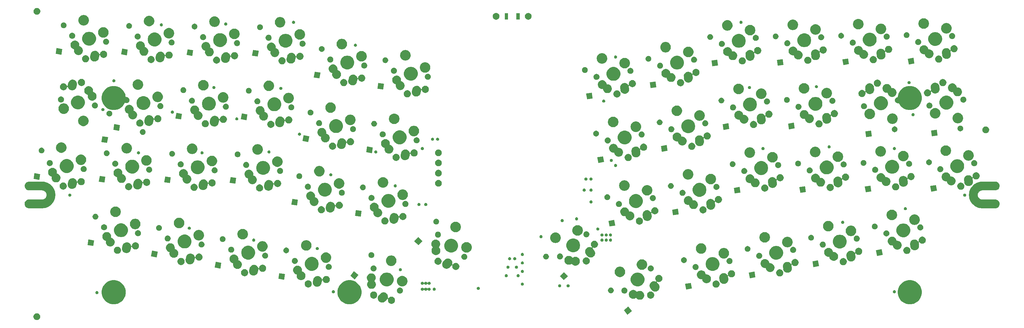
<source format=gbs>
G04 #@! TF.GenerationSoftware,KiCad,Pcbnew,(5.1.5-0-10_14)*
G04 #@! TF.CreationDate,2021-08-24T10:05:46-04:00*
G04 #@! TF.ProjectId,Laptreus-v3,4c617074-7265-4757-932d-76332e6b6963,rev?*
G04 #@! TF.SameCoordinates,Original*
G04 #@! TF.FileFunction,Soldermask,Bot*
G04 #@! TF.FilePolarity,Negative*
%FSLAX46Y46*%
G04 Gerber Fmt 4.6, Leading zero omitted, Abs format (unit mm)*
G04 Created by KiCad (PCBNEW (5.1.5-0-10_14)) date 2021-08-24 10:05:46*
%MOMM*%
%LPD*%
G04 APERTURE LIST*
%ADD10C,0.100000*%
G04 APERTURE END LIST*
D10*
G36*
X7569372Y-128540179D02*
G01*
X7633771Y-128552989D01*
X7815760Y-128628371D01*
X7979545Y-128737809D01*
X8118833Y-128877097D01*
X8228271Y-129040882D01*
X8303653Y-129222871D01*
X8342082Y-129416069D01*
X8342082Y-129613051D01*
X8303653Y-129806249D01*
X8228271Y-129988238D01*
X8118833Y-130152023D01*
X7979545Y-130291311D01*
X7815760Y-130400749D01*
X7633771Y-130476131D01*
X7569372Y-130488941D01*
X7440575Y-130514560D01*
X7243589Y-130514560D01*
X7114792Y-130488941D01*
X7050393Y-130476131D01*
X6868404Y-130400749D01*
X6704619Y-130291311D01*
X6565331Y-130152023D01*
X6455893Y-129988238D01*
X6380511Y-129806249D01*
X6342082Y-129613051D01*
X6342082Y-129416069D01*
X6380511Y-129222871D01*
X6455893Y-129040882D01*
X6565331Y-128877097D01*
X6704619Y-128737809D01*
X6868404Y-128628371D01*
X7050393Y-128552989D01*
X7114792Y-128540179D01*
X7243589Y-128514560D01*
X7440575Y-128514560D01*
X7569372Y-128540179D01*
G37*
G36*
X182906969Y-127853824D02*
G01*
X181603161Y-128947848D01*
X180509137Y-127644040D01*
X181812945Y-126550016D01*
X182906969Y-127853824D01*
G37*
G36*
X265915787Y-118895462D02*
G01*
X265984961Y-118924115D01*
X266562029Y-119163144D01*
X267143631Y-119551758D01*
X267638242Y-120046369D01*
X268026856Y-120627971D01*
X268189090Y-121019639D01*
X268294538Y-121274213D01*
X268431000Y-121960256D01*
X268431000Y-122659744D01*
X268294538Y-123345787D01*
X268294537Y-123345789D01*
X268026856Y-123992029D01*
X267638242Y-124573631D01*
X267143631Y-125068242D01*
X266562029Y-125456856D01*
X266105068Y-125646135D01*
X265915787Y-125724538D01*
X265229744Y-125861000D01*
X264530256Y-125861000D01*
X263844213Y-125724538D01*
X263654932Y-125646135D01*
X263197971Y-125456856D01*
X262616369Y-125068242D01*
X262121758Y-124573631D01*
X261733144Y-123992029D01*
X261465463Y-123345789D01*
X261465462Y-123345787D01*
X261329000Y-122659744D01*
X261329000Y-121960256D01*
X261465462Y-121274213D01*
X261570910Y-121019639D01*
X261733144Y-120627971D01*
X262121758Y-120046369D01*
X262616369Y-119551758D01*
X263197971Y-119163144D01*
X263775039Y-118924115D01*
X263844213Y-118895462D01*
X264530256Y-118759000D01*
X265229744Y-118759000D01*
X265915787Y-118895462D01*
G37*
G36*
X100615787Y-118895462D02*
G01*
X100684961Y-118924115D01*
X101262029Y-119163144D01*
X101843631Y-119551758D01*
X102338242Y-120046369D01*
X102726856Y-120627971D01*
X102889090Y-121019639D01*
X102994538Y-121274213D01*
X103131000Y-121960256D01*
X103131000Y-122659744D01*
X102994538Y-123345787D01*
X102994537Y-123345789D01*
X102726856Y-123992029D01*
X102338242Y-124573631D01*
X101843631Y-125068242D01*
X101262029Y-125456856D01*
X100805068Y-125646135D01*
X100615787Y-125724538D01*
X99929744Y-125861000D01*
X99230256Y-125861000D01*
X98544213Y-125724538D01*
X98354932Y-125646135D01*
X97897971Y-125456856D01*
X97316369Y-125068242D01*
X96821758Y-124573631D01*
X96433144Y-123992029D01*
X96165463Y-123345789D01*
X96165462Y-123345787D01*
X96029000Y-122659744D01*
X96029000Y-121960256D01*
X96165462Y-121274213D01*
X96270910Y-121019639D01*
X96433144Y-120627971D01*
X96821758Y-120046369D01*
X97316369Y-119551758D01*
X97897971Y-119163144D01*
X98475039Y-118924115D01*
X98544213Y-118895462D01*
X99230256Y-118759000D01*
X99929744Y-118759000D01*
X100615787Y-118895462D01*
G37*
G36*
X31065787Y-118895462D02*
G01*
X31134961Y-118924115D01*
X31712029Y-119163144D01*
X32293631Y-119551758D01*
X32788242Y-120046369D01*
X33176856Y-120627971D01*
X33339090Y-121019639D01*
X33444538Y-121274213D01*
X33581000Y-121960256D01*
X33581000Y-122659744D01*
X33444538Y-123345787D01*
X33444537Y-123345789D01*
X33176856Y-123992029D01*
X32788242Y-124573631D01*
X32293631Y-125068242D01*
X31712029Y-125456856D01*
X31255068Y-125646135D01*
X31065787Y-125724538D01*
X30379744Y-125861000D01*
X29680256Y-125861000D01*
X28994213Y-125724538D01*
X28804932Y-125646135D01*
X28347971Y-125456856D01*
X27766369Y-125068242D01*
X27271758Y-124573631D01*
X26883144Y-123992029D01*
X26615463Y-123345789D01*
X26615462Y-123345787D01*
X26479000Y-122659744D01*
X26479000Y-121960256D01*
X26615462Y-121274213D01*
X26720910Y-121019639D01*
X26883144Y-120627971D01*
X27271758Y-120046369D01*
X27766369Y-119551758D01*
X28347971Y-119163144D01*
X28925039Y-118924115D01*
X28994213Y-118895462D01*
X29680256Y-118759000D01*
X30379744Y-118759000D01*
X31065787Y-118895462D01*
G37*
G36*
X109842997Y-122340242D02*
G01*
X109859337Y-122341535D01*
X109972944Y-122373629D01*
X110105960Y-122411206D01*
X110177104Y-122447495D01*
X110334252Y-122527652D01*
X110527594Y-122680209D01*
X110535439Y-122686399D01*
X110544908Y-122697496D01*
X110701790Y-122881343D01*
X110826914Y-123104997D01*
X110826914Y-123104998D01*
X110906000Y-123348763D01*
X110936011Y-123603276D01*
X110915793Y-123858747D01*
X110890174Y-123949431D01*
X110885856Y-123973552D01*
X110886326Y-123998052D01*
X110891567Y-124021989D01*
X110901377Y-124044443D01*
X110915379Y-124064553D01*
X110933036Y-124081544D01*
X110953668Y-124094764D01*
X110976482Y-124103705D01*
X111000603Y-124108023D01*
X111025103Y-124107553D01*
X111049040Y-124102312D01*
X111071494Y-124092502D01*
X111091604Y-124078500D01*
X111114398Y-124052860D01*
X111147656Y-124003086D01*
X111294048Y-123856694D01*
X111417391Y-123774279D01*
X111466186Y-123741675D01*
X111466188Y-123741674D01*
X111657457Y-123662448D01*
X111860505Y-123622059D01*
X112067537Y-123622059D01*
X112270585Y-123662448D01*
X112461854Y-123741674D01*
X112461856Y-123741675D01*
X112633994Y-123856694D01*
X112780386Y-124003086D01*
X112883258Y-124157044D01*
X112895406Y-124175226D01*
X112974632Y-124366495D01*
X113015021Y-124569543D01*
X113015021Y-124776575D01*
X112974632Y-124979623D01*
X112916850Y-125119121D01*
X112895405Y-125170894D01*
X112780386Y-125343032D01*
X112633994Y-125489424D01*
X112461856Y-125604443D01*
X112461855Y-125604444D01*
X112461854Y-125604444D01*
X112270585Y-125683670D01*
X112067537Y-125724059D01*
X111860505Y-125724059D01*
X111657457Y-125683670D01*
X111466188Y-125604444D01*
X111466187Y-125604444D01*
X111466186Y-125604443D01*
X111294048Y-125489424D01*
X111147656Y-125343032D01*
X111032637Y-125170894D01*
X111011192Y-125119121D01*
X110953410Y-124979623D01*
X110913021Y-124776575D01*
X110913021Y-124569543D01*
X110936077Y-124453631D01*
X110938479Y-124429245D01*
X110936077Y-124404859D01*
X110928964Y-124381410D01*
X110917413Y-124359799D01*
X110901867Y-124340857D01*
X110882925Y-124325312D01*
X110861315Y-124313761D01*
X110837866Y-124306648D01*
X110813480Y-124304246D01*
X110789094Y-124306648D01*
X110765645Y-124313761D01*
X110744034Y-124325312D01*
X110725092Y-124340858D01*
X110715356Y-124351809D01*
X110610706Y-124484438D01*
X110119908Y-124994452D01*
X109973810Y-125119121D01*
X109881267Y-125170894D01*
X109750155Y-125244245D01*
X109506390Y-125323331D01*
X109251877Y-125353342D01*
X109012745Y-125334416D01*
X108996405Y-125333123D01*
X108873094Y-125298288D01*
X108749782Y-125263452D01*
X108635637Y-125205229D01*
X108521491Y-125147006D01*
X108320304Y-124988260D01*
X108153952Y-124793315D01*
X108028829Y-124569661D01*
X108028828Y-124569660D01*
X107949742Y-124325895D01*
X107919731Y-124071382D01*
X107939950Y-123815911D01*
X107960922Y-123741675D01*
X108009621Y-123569288D01*
X108009621Y-123569287D01*
X108126067Y-123340996D01*
X108199499Y-123247932D01*
X108245036Y-123190220D01*
X108735834Y-122680206D01*
X108881932Y-122555537D01*
X109105586Y-122430413D01*
X109349351Y-122351327D01*
X109603864Y-122321316D01*
X109842997Y-122340242D01*
G37*
G36*
X183669940Y-121693936D02*
G01*
X183830226Y-121760329D01*
X183906708Y-121792009D01*
X184053799Y-121890292D01*
X184119792Y-121934387D01*
X184301007Y-122115602D01*
X184307029Y-122124615D01*
X184322574Y-122143557D01*
X184341516Y-122159103D01*
X184363126Y-122170654D01*
X184386575Y-122177768D01*
X184410961Y-122180170D01*
X184435347Y-122177769D01*
X184458796Y-122170656D01*
X184480409Y-122159104D01*
X184527434Y-122127683D01*
X184616186Y-122068381D01*
X184616188Y-122068380D01*
X184852954Y-121970308D01*
X185104302Y-121920312D01*
X185360580Y-121920312D01*
X185611928Y-121970308D01*
X185848694Y-122068380D01*
X185848696Y-122068381D01*
X186061780Y-122210759D01*
X186242994Y-122391973D01*
X186382455Y-122600691D01*
X186385373Y-122605059D01*
X186483445Y-122841825D01*
X186533441Y-123093173D01*
X186533441Y-123349451D01*
X186483445Y-123600799D01*
X186425092Y-123741674D01*
X186385372Y-123837567D01*
X186242994Y-124050651D01*
X186061780Y-124231865D01*
X185848696Y-124374243D01*
X185848695Y-124374244D01*
X185848694Y-124374244D01*
X185611928Y-124472316D01*
X185360580Y-124522312D01*
X185104302Y-124522312D01*
X184852954Y-124472316D01*
X184616188Y-124374244D01*
X184616187Y-124374244D01*
X184616186Y-124374243D01*
X184403102Y-124231865D01*
X184221888Y-124050651D01*
X184215865Y-124041637D01*
X184200320Y-124022695D01*
X184181378Y-124007149D01*
X184159768Y-123995598D01*
X184136319Y-123988484D01*
X184111933Y-123986082D01*
X184087547Y-123988483D01*
X184064098Y-123995596D01*
X184042485Y-124007148D01*
X184020274Y-124021989D01*
X183906708Y-124097871D01*
X183906707Y-124097872D01*
X183906706Y-124097872D01*
X183669940Y-124195944D01*
X183418592Y-124245940D01*
X183162314Y-124245940D01*
X182910966Y-124195944D01*
X182674200Y-124097872D01*
X182674199Y-124097872D01*
X182674198Y-124097871D01*
X182461114Y-123955493D01*
X182279900Y-123774279D01*
X182137522Y-123561195D01*
X182092705Y-123452997D01*
X182039449Y-123324427D01*
X181989453Y-123073079D01*
X181989453Y-122816801D01*
X182039449Y-122565453D01*
X182137521Y-122328687D01*
X182137945Y-122328053D01*
X182279900Y-122115601D01*
X182461114Y-121934387D01*
X182674198Y-121792009D01*
X182750680Y-121760329D01*
X182910966Y-121693936D01*
X183162314Y-121643940D01*
X183418592Y-121643940D01*
X183669940Y-121693936D01*
G37*
G36*
X188739692Y-122135822D02*
G01*
X188930961Y-122215048D01*
X188930963Y-122215049D01*
X189103101Y-122330068D01*
X189249493Y-122476460D01*
X189363166Y-122646583D01*
X189364513Y-122648600D01*
X189443739Y-122839869D01*
X189484128Y-123042917D01*
X189484128Y-123249949D01*
X189443739Y-123452997D01*
X189365347Y-123642253D01*
X189364512Y-123644268D01*
X189249493Y-123816406D01*
X189103101Y-123962798D01*
X188930963Y-124077817D01*
X188930962Y-124077818D01*
X188930961Y-124077818D01*
X188739692Y-124157044D01*
X188536644Y-124197433D01*
X188329612Y-124197433D01*
X188126564Y-124157044D01*
X187935295Y-124077818D01*
X187935294Y-124077818D01*
X187935293Y-124077817D01*
X187763155Y-123962798D01*
X187616763Y-123816406D01*
X187501744Y-123644268D01*
X187500909Y-123642253D01*
X187422517Y-123452997D01*
X187382128Y-123249949D01*
X187382128Y-123042917D01*
X187422517Y-122839869D01*
X187501743Y-122648600D01*
X187503091Y-122646583D01*
X187616763Y-122476460D01*
X187763155Y-122330068D01*
X187935293Y-122215049D01*
X187935295Y-122215048D01*
X188126564Y-122135822D01*
X188329612Y-122095433D01*
X188536644Y-122095433D01*
X188739692Y-122135822D01*
G37*
G36*
X107026230Y-122133807D02*
G01*
X107212009Y-122210759D01*
X107217501Y-122213034D01*
X107389639Y-122328053D01*
X107536031Y-122474445D01*
X107636486Y-122624786D01*
X107651051Y-122646585D01*
X107730277Y-122837854D01*
X107770666Y-123040902D01*
X107770666Y-123247934D01*
X107730277Y-123450982D01*
X107667196Y-123603274D01*
X107651050Y-123642253D01*
X107536031Y-123814391D01*
X107389639Y-123960783D01*
X107217501Y-124075802D01*
X107217500Y-124075803D01*
X107217499Y-124075803D01*
X107026230Y-124155029D01*
X106823182Y-124195418D01*
X106616150Y-124195418D01*
X106413102Y-124155029D01*
X106221833Y-124075803D01*
X106221832Y-124075803D01*
X106221831Y-124075802D01*
X106049693Y-123960783D01*
X105903301Y-123814391D01*
X105788282Y-123642253D01*
X105772136Y-123603274D01*
X105709055Y-123450982D01*
X105668666Y-123247934D01*
X105668666Y-123040902D01*
X105709055Y-122837854D01*
X105788281Y-122646585D01*
X105802847Y-122624786D01*
X105903301Y-122474445D01*
X106049693Y-122328053D01*
X106221831Y-122213034D01*
X106227323Y-122210759D01*
X106413102Y-122133807D01*
X106616150Y-122093418D01*
X106823182Y-122093418D01*
X107026230Y-122133807D01*
G37*
G36*
X25211552Y-121976331D02*
G01*
X25293627Y-122010328D01*
X25293629Y-122010329D01*
X25367496Y-122059686D01*
X25430314Y-122122504D01*
X25462489Y-122170656D01*
X25479672Y-122196373D01*
X25513669Y-122278448D01*
X25531000Y-122365579D01*
X25531000Y-122454421D01*
X25513669Y-122541552D01*
X25487364Y-122605057D01*
X25479671Y-122623629D01*
X25430314Y-122697496D01*
X25367496Y-122760314D01*
X25293629Y-122809671D01*
X25293628Y-122809672D01*
X25293627Y-122809672D01*
X25211552Y-122843669D01*
X25124421Y-122861000D01*
X25035579Y-122861000D01*
X24948448Y-122843669D01*
X24866373Y-122809672D01*
X24866372Y-122809672D01*
X24866371Y-122809671D01*
X24792504Y-122760314D01*
X24729686Y-122697496D01*
X24680329Y-122623629D01*
X24672636Y-122605057D01*
X24646331Y-122541552D01*
X24629000Y-122454421D01*
X24629000Y-122365579D01*
X24646331Y-122278448D01*
X24680328Y-122196373D01*
X24697512Y-122170656D01*
X24729686Y-122122504D01*
X24792504Y-122059686D01*
X24866371Y-122010329D01*
X24866373Y-122010328D01*
X24948448Y-121976331D01*
X25035579Y-121959000D01*
X25124421Y-121959000D01*
X25211552Y-121976331D01*
G37*
G36*
X180859335Y-120946867D02*
G01*
X180943333Y-120963575D01*
X181010121Y-120991240D01*
X181104573Y-121030363D01*
X181104574Y-121030364D01*
X181249688Y-121127326D01*
X181373097Y-121250735D01*
X181388783Y-121274211D01*
X181470060Y-121395850D01*
X181491452Y-121447495D01*
X181536848Y-121557090D01*
X181540106Y-121573470D01*
X181570896Y-121728262D01*
X181570896Y-121902792D01*
X181557466Y-121970308D01*
X181536848Y-122073964D01*
X181511225Y-122135822D01*
X181470060Y-122235204D01*
X181470059Y-122235205D01*
X181373097Y-122380319D01*
X181249688Y-122503728D01*
X181213461Y-122527934D01*
X181104573Y-122600691D01*
X181046402Y-122624786D01*
X180943333Y-122667479D01*
X180886275Y-122678828D01*
X180772161Y-122701527D01*
X180597631Y-122701527D01*
X180483517Y-122678828D01*
X180426459Y-122667479D01*
X180323390Y-122624786D01*
X180265219Y-122600691D01*
X180156331Y-122527934D01*
X180120104Y-122503728D01*
X179996695Y-122380319D01*
X179899733Y-122235205D01*
X179899732Y-122235204D01*
X179858567Y-122135822D01*
X179832944Y-122073964D01*
X179812326Y-121970308D01*
X179798896Y-121902792D01*
X179798896Y-121728262D01*
X179829686Y-121573470D01*
X179832944Y-121557090D01*
X179878340Y-121447495D01*
X179899732Y-121395850D01*
X179981009Y-121274211D01*
X179996695Y-121250735D01*
X180120104Y-121127326D01*
X180265218Y-121030364D01*
X180265219Y-121030363D01*
X180359671Y-120991240D01*
X180426459Y-120963575D01*
X180510457Y-120946867D01*
X180597631Y-120929527D01*
X180772161Y-120929527D01*
X180859335Y-120946867D01*
G37*
G36*
X114652467Y-120946867D02*
G01*
X114726335Y-120961560D01*
X114761997Y-120976332D01*
X114887575Y-121028348D01*
X114890592Y-121030364D01*
X115032690Y-121125311D01*
X115156099Y-121248720D01*
X115184718Y-121291552D01*
X115253062Y-121393835D01*
X115275289Y-121447496D01*
X115319850Y-121555075D01*
X115327526Y-121593668D01*
X115353898Y-121726247D01*
X115353898Y-121900777D01*
X115344829Y-121946371D01*
X115319850Y-122071949D01*
X115301768Y-122115602D01*
X115253062Y-122233189D01*
X115251715Y-122235205D01*
X115156099Y-122378304D01*
X115032690Y-122501713D01*
X114993449Y-122527933D01*
X114887575Y-122598676D01*
X114793123Y-122637799D01*
X114726335Y-122665464D01*
X114669277Y-122676813D01*
X114555163Y-122699512D01*
X114380633Y-122699512D01*
X114266519Y-122676813D01*
X114209461Y-122665464D01*
X114142673Y-122637799D01*
X114048221Y-122598676D01*
X113942347Y-122527933D01*
X113903106Y-122501713D01*
X113779697Y-122378304D01*
X113684081Y-122235205D01*
X113682734Y-122233189D01*
X113634028Y-122115602D01*
X113615946Y-122071949D01*
X113590967Y-121946371D01*
X113581898Y-121900777D01*
X113581898Y-121726247D01*
X113608270Y-121593668D01*
X113615946Y-121555075D01*
X113660507Y-121447496D01*
X113682734Y-121393835D01*
X113751078Y-121291552D01*
X113779697Y-121248720D01*
X113903106Y-121125311D01*
X114045204Y-121030364D01*
X114048221Y-121028348D01*
X114173799Y-120976332D01*
X114209461Y-120961560D01*
X114283329Y-120946867D01*
X114380633Y-120927512D01*
X114555163Y-120927512D01*
X114652467Y-120946867D01*
G37*
G36*
X176942537Y-120955489D02*
G01*
X177097409Y-121019639D01*
X177236790Y-121112771D01*
X177355324Y-121231305D01*
X177448456Y-121370686D01*
X177512606Y-121525558D01*
X177545309Y-121689970D01*
X177545309Y-121857602D01*
X177512606Y-122022014D01*
X177448456Y-122176886D01*
X177355324Y-122316267D01*
X177236790Y-122434801D01*
X177097409Y-122527933D01*
X176942537Y-122592083D01*
X176778125Y-122624786D01*
X176610493Y-122624786D01*
X176446081Y-122592083D01*
X176291209Y-122527933D01*
X176151828Y-122434801D01*
X176033294Y-122316267D01*
X175940162Y-122176886D01*
X175876012Y-122022014D01*
X175843309Y-121857602D01*
X175843309Y-121689970D01*
X175876012Y-121525558D01*
X175940162Y-121370686D01*
X176033294Y-121231305D01*
X176151828Y-121112771D01*
X176291209Y-121019639D01*
X176446081Y-120955489D01*
X176610493Y-120922786D01*
X176778125Y-120922786D01*
X176942537Y-120955489D01*
G37*
G36*
X94961552Y-121726331D02*
G01*
X95043627Y-121760328D01*
X95043629Y-121760329D01*
X95080813Y-121785175D01*
X95117495Y-121809685D01*
X95180315Y-121872505D01*
X95229672Y-121946373D01*
X95263669Y-122028448D01*
X95281000Y-122115579D01*
X95281000Y-122204421D01*
X95263669Y-122291552D01*
X95233005Y-122365580D01*
X95229671Y-122373629D01*
X95180314Y-122447496D01*
X95117496Y-122510314D01*
X95043629Y-122559671D01*
X95043628Y-122559672D01*
X95043627Y-122559672D01*
X94961552Y-122593669D01*
X94874421Y-122611000D01*
X94785579Y-122611000D01*
X94698448Y-122593669D01*
X94616373Y-122559672D01*
X94616372Y-122559672D01*
X94616371Y-122559671D01*
X94542504Y-122510314D01*
X94479686Y-122447496D01*
X94430329Y-122373629D01*
X94426995Y-122365580D01*
X94396331Y-122291552D01*
X94379000Y-122204421D01*
X94379000Y-122115579D01*
X94396331Y-122028448D01*
X94430328Y-121946373D01*
X94479685Y-121872505D01*
X94542505Y-121809685D01*
X94579187Y-121785175D01*
X94616371Y-121760329D01*
X94616373Y-121760328D01*
X94698448Y-121726331D01*
X94785579Y-121709000D01*
X94874421Y-121709000D01*
X94961552Y-121726331D01*
G37*
G36*
X260461552Y-121726331D02*
G01*
X260543627Y-121760328D01*
X260543629Y-121760329D01*
X260580813Y-121785175D01*
X260617495Y-121809685D01*
X260680315Y-121872505D01*
X260729672Y-121946373D01*
X260763669Y-122028448D01*
X260781000Y-122115579D01*
X260781000Y-122204421D01*
X260763669Y-122291552D01*
X260733005Y-122365580D01*
X260729671Y-122373629D01*
X260680314Y-122447496D01*
X260617496Y-122510314D01*
X260543629Y-122559671D01*
X260543628Y-122559672D01*
X260543627Y-122559672D01*
X260461552Y-122593669D01*
X260374421Y-122611000D01*
X260285579Y-122611000D01*
X260198448Y-122593669D01*
X260116373Y-122559672D01*
X260116372Y-122559672D01*
X260116371Y-122559671D01*
X260042504Y-122510314D01*
X259979686Y-122447496D01*
X259930329Y-122373629D01*
X259926995Y-122365580D01*
X259896331Y-122291552D01*
X259879000Y-122204421D01*
X259879000Y-122115579D01*
X259896331Y-122028448D01*
X259930328Y-121946373D01*
X259979685Y-121872505D01*
X260042505Y-121809685D01*
X260079187Y-121785175D01*
X260116371Y-121760329D01*
X260116373Y-121760328D01*
X260198448Y-121726331D01*
X260285579Y-121709000D01*
X260374421Y-121709000D01*
X260461552Y-121726331D01*
G37*
G36*
X191155782Y-117236587D02*
G01*
X191347051Y-117315813D01*
X191347053Y-117315814D01*
X191519191Y-117430833D01*
X191665583Y-117577225D01*
X191777097Y-117744117D01*
X191780603Y-117749365D01*
X191859829Y-117940634D01*
X191900218Y-118143682D01*
X191900218Y-118350714D01*
X191859829Y-118553762D01*
X191799023Y-118700560D01*
X191780602Y-118745033D01*
X191665583Y-118917171D01*
X191519191Y-119063563D01*
X191347053Y-119178582D01*
X191347052Y-119178583D01*
X191347051Y-119178583D01*
X191155782Y-119257809D01*
X190952734Y-119298198D01*
X190745702Y-119298198D01*
X190542653Y-119257809D01*
X190457093Y-119222369D01*
X190433644Y-119215256D01*
X190409258Y-119212854D01*
X190384871Y-119215256D01*
X190361423Y-119222369D01*
X190339812Y-119233920D01*
X190320870Y-119249466D01*
X190305325Y-119268408D01*
X190293774Y-119290018D01*
X190286661Y-119313467D01*
X190284259Y-119337853D01*
X190286661Y-119362240D01*
X190293774Y-119385688D01*
X190305325Y-119407299D01*
X190315966Y-119421046D01*
X190428462Y-119547198D01*
X190845501Y-120119101D01*
X190928598Y-120260314D01*
X190942908Y-120284632D01*
X191027292Y-120526611D01*
X191051233Y-120697496D01*
X191062848Y-120780407D01*
X191048207Y-121036262D01*
X190983934Y-121284345D01*
X190905152Y-121447495D01*
X190872496Y-121515123D01*
X190734945Y-121697494D01*
X190718176Y-121719726D01*
X190526907Y-121890291D01*
X190306037Y-122020263D01*
X190064053Y-122104649D01*
X189810259Y-122140205D01*
X189810257Y-122140205D01*
X189554402Y-122125564D01*
X189306320Y-122061291D01*
X189075542Y-121949853D01*
X188996574Y-121890292D01*
X188870940Y-121795534D01*
X188867797Y-121792009D01*
X188793773Y-121709000D01*
X188743111Y-121652188D01*
X188326076Y-121080291D01*
X188326073Y-121080287D01*
X188228668Y-120914760D01*
X188228667Y-120914759D01*
X188228666Y-120914756D01*
X188144282Y-120672776D01*
X188108726Y-120418982D01*
X188123367Y-120163126D01*
X188131043Y-120133498D01*
X188187640Y-119915043D01*
X188299078Y-119684265D01*
X188388604Y-119565568D01*
X188453397Y-119479663D01*
X188496779Y-119440977D01*
X188644667Y-119309097D01*
X188865537Y-119179125D01*
X189107521Y-119094739D01*
X189198208Y-119082034D01*
X189361315Y-119059183D01*
X189361317Y-119059183D01*
X189617171Y-119073824D01*
X189865254Y-119138097D01*
X189951958Y-119179964D01*
X189974955Y-119188403D01*
X189999164Y-119192194D01*
X190023648Y-119191189D01*
X190047465Y-119185427D01*
X190069700Y-119175129D01*
X190089499Y-119160692D01*
X190106101Y-119142669D01*
X190118868Y-119121753D01*
X190127309Y-119098749D01*
X190131100Y-119074540D01*
X190130095Y-119050056D01*
X190124333Y-119026239D01*
X190114035Y-119004004D01*
X190094693Y-118979011D01*
X190032853Y-118917171D01*
X189979563Y-118837417D01*
X189917834Y-118745033D01*
X189899413Y-118700560D01*
X189838607Y-118553762D01*
X189798218Y-118350714D01*
X189798218Y-118143682D01*
X189838607Y-117940634D01*
X189917833Y-117749365D01*
X189921340Y-117744117D01*
X190032853Y-117577225D01*
X190179245Y-117430833D01*
X190351383Y-117315814D01*
X190351385Y-117315813D01*
X190542654Y-117236587D01*
X190745702Y-117196198D01*
X190952734Y-117196198D01*
X191155782Y-117236587D01*
G37*
G36*
X121211552Y-120976331D02*
G01*
X121293627Y-121010328D01*
X121293629Y-121010329D01*
X121307562Y-121019639D01*
X121367495Y-121059685D01*
X121430316Y-121122506D01*
X121476067Y-121190977D01*
X121491613Y-121209919D01*
X121510555Y-121225464D01*
X121532165Y-121237015D01*
X121555614Y-121244128D01*
X121580000Y-121246530D01*
X121604386Y-121244128D01*
X121627835Y-121237015D01*
X121649446Y-121225464D01*
X121668388Y-121209918D01*
X121683933Y-121190977D01*
X121729684Y-121122506D01*
X121792505Y-121059685D01*
X121852438Y-121019639D01*
X121866371Y-121010329D01*
X121866373Y-121010328D01*
X121948448Y-120976331D01*
X122035579Y-120959000D01*
X122124421Y-120959000D01*
X122211552Y-120976331D01*
X122293627Y-121010328D01*
X122293629Y-121010329D01*
X122307562Y-121019639D01*
X122367495Y-121059685D01*
X122430316Y-121122506D01*
X122476067Y-121190977D01*
X122491613Y-121209919D01*
X122510555Y-121225464D01*
X122532165Y-121237015D01*
X122555614Y-121244128D01*
X122580000Y-121246530D01*
X122604386Y-121244128D01*
X122627835Y-121237015D01*
X122649446Y-121225464D01*
X122668388Y-121209918D01*
X122683933Y-121190977D01*
X122729684Y-121122506D01*
X122792505Y-121059685D01*
X122852438Y-121019639D01*
X122866371Y-121010329D01*
X122866373Y-121010328D01*
X122948448Y-120976331D01*
X123035579Y-120959000D01*
X123124421Y-120959000D01*
X123211552Y-120976331D01*
X123293627Y-121010328D01*
X123293629Y-121010329D01*
X123307562Y-121019639D01*
X123367495Y-121059685D01*
X123430315Y-121122505D01*
X123479672Y-121196373D01*
X123513669Y-121278448D01*
X123531000Y-121365579D01*
X123531000Y-121454421D01*
X123513669Y-121541552D01*
X123479672Y-121623627D01*
X123430315Y-121697495D01*
X123367495Y-121760315D01*
X123367474Y-121760329D01*
X123293629Y-121809671D01*
X123293628Y-121809672D01*
X123293627Y-121809672D01*
X123211552Y-121843669D01*
X123124421Y-121861000D01*
X123035579Y-121861000D01*
X122948448Y-121843669D01*
X122866373Y-121809672D01*
X122866372Y-121809672D01*
X122866371Y-121809671D01*
X122792526Y-121760329D01*
X122792505Y-121760315D01*
X122729684Y-121697494D01*
X122683933Y-121629023D01*
X122668387Y-121610081D01*
X122649445Y-121594536D01*
X122627835Y-121582985D01*
X122604386Y-121575872D01*
X122580000Y-121573470D01*
X122555614Y-121575872D01*
X122532165Y-121582985D01*
X122510554Y-121594536D01*
X122491612Y-121610082D01*
X122476067Y-121629023D01*
X122430316Y-121697494D01*
X122367495Y-121760315D01*
X122367474Y-121760329D01*
X122293629Y-121809671D01*
X122293628Y-121809672D01*
X122293627Y-121809672D01*
X122211552Y-121843669D01*
X122124421Y-121861000D01*
X122035579Y-121861000D01*
X121948448Y-121843669D01*
X121866373Y-121809672D01*
X121866372Y-121809672D01*
X121866371Y-121809671D01*
X121792526Y-121760329D01*
X121792505Y-121760315D01*
X121729684Y-121697494D01*
X121683933Y-121629023D01*
X121668387Y-121610081D01*
X121649445Y-121594536D01*
X121627835Y-121582985D01*
X121604386Y-121575872D01*
X121580000Y-121573470D01*
X121555614Y-121575872D01*
X121532165Y-121582985D01*
X121510554Y-121594536D01*
X121491612Y-121610082D01*
X121476067Y-121629023D01*
X121430316Y-121697494D01*
X121367495Y-121760315D01*
X121367474Y-121760329D01*
X121293629Y-121809671D01*
X121293628Y-121809672D01*
X121293627Y-121809672D01*
X121211552Y-121843669D01*
X121124421Y-121861000D01*
X121035579Y-121861000D01*
X120948448Y-121843669D01*
X120866373Y-121809672D01*
X120866372Y-121809672D01*
X120866371Y-121809671D01*
X120792526Y-121760329D01*
X120792505Y-121760315D01*
X120729685Y-121697495D01*
X120680328Y-121623627D01*
X120646331Y-121541552D01*
X120629000Y-121454421D01*
X120629000Y-121365579D01*
X120646331Y-121278448D01*
X120680328Y-121196373D01*
X120729685Y-121122505D01*
X120792505Y-121059685D01*
X120852438Y-121019639D01*
X120866371Y-121010329D01*
X120866373Y-121010328D01*
X120948448Y-120976331D01*
X121035579Y-120959000D01*
X121124421Y-120959000D01*
X121211552Y-120976331D01*
G37*
G36*
X124711552Y-120976331D02*
G01*
X124793627Y-121010328D01*
X124793629Y-121010329D01*
X124807562Y-121019639D01*
X124867495Y-121059685D01*
X124930315Y-121122505D01*
X124979672Y-121196373D01*
X125013669Y-121278448D01*
X125031000Y-121365579D01*
X125031000Y-121454421D01*
X125013669Y-121541552D01*
X124979672Y-121623627D01*
X124930315Y-121697495D01*
X124867495Y-121760315D01*
X124867474Y-121760329D01*
X124793629Y-121809671D01*
X124793628Y-121809672D01*
X124793627Y-121809672D01*
X124711552Y-121843669D01*
X124624421Y-121861000D01*
X124535579Y-121861000D01*
X124448448Y-121843669D01*
X124366373Y-121809672D01*
X124366372Y-121809672D01*
X124366371Y-121809671D01*
X124292526Y-121760329D01*
X124292505Y-121760315D01*
X124229685Y-121697495D01*
X124180328Y-121623627D01*
X124146331Y-121541552D01*
X124129000Y-121454421D01*
X124129000Y-121365579D01*
X124146331Y-121278448D01*
X124180328Y-121196373D01*
X124229685Y-121122505D01*
X124292505Y-121059685D01*
X124352438Y-121019639D01*
X124366371Y-121010329D01*
X124366373Y-121010328D01*
X124448448Y-120976331D01*
X124535579Y-120959000D01*
X124624421Y-120959000D01*
X124711552Y-120976331D01*
G37*
G36*
X137711552Y-120726331D02*
G01*
X137793627Y-120760328D01*
X137793629Y-120760329D01*
X137823674Y-120780405D01*
X137867476Y-120809672D01*
X137867496Y-120809686D01*
X137930314Y-120872504D01*
X137967070Y-120927512D01*
X137979672Y-120946373D01*
X138013669Y-121028448D01*
X138031000Y-121115579D01*
X138031000Y-121204421D01*
X138013669Y-121291552D01*
X137983005Y-121365580D01*
X137979671Y-121373629D01*
X137930314Y-121447496D01*
X137867496Y-121510314D01*
X137793629Y-121559671D01*
X137793628Y-121559672D01*
X137793627Y-121559672D01*
X137711552Y-121593669D01*
X137624421Y-121611000D01*
X137535579Y-121611000D01*
X137448448Y-121593669D01*
X137366373Y-121559672D01*
X137366372Y-121559672D01*
X137366371Y-121559671D01*
X137292504Y-121510314D01*
X137229686Y-121447496D01*
X137180329Y-121373629D01*
X137176995Y-121365580D01*
X137146331Y-121291552D01*
X137129000Y-121204421D01*
X137129000Y-121115579D01*
X137146331Y-121028448D01*
X137180328Y-120946373D01*
X137192931Y-120927512D01*
X137229686Y-120872504D01*
X137292504Y-120809686D01*
X137292525Y-120809672D01*
X137336326Y-120780405D01*
X137366371Y-120760329D01*
X137366373Y-120760328D01*
X137448448Y-120726331D01*
X137535579Y-120709000D01*
X137624421Y-120709000D01*
X137711552Y-120726331D01*
G37*
G36*
X200595363Y-121216669D02*
G01*
X198919220Y-121512218D01*
X198623671Y-119836075D01*
X200299814Y-119540526D01*
X200595363Y-121216669D01*
G37*
G36*
X106404569Y-116793879D02*
G01*
X106641335Y-116891951D01*
X106641337Y-116891952D01*
X106854421Y-117034330D01*
X107035635Y-117215544D01*
X107135886Y-117365580D01*
X107178014Y-117428630D01*
X107276086Y-117665396D01*
X107326082Y-117916744D01*
X107326082Y-118173022D01*
X107276086Y-118424370D01*
X107178014Y-118661136D01*
X107178013Y-118661138D01*
X107083696Y-118802294D01*
X107035633Y-118874225D01*
X107005648Y-118904211D01*
X106990103Y-118923153D01*
X106978552Y-118944763D01*
X106971440Y-118968212D01*
X106969038Y-118992599D01*
X106971440Y-119016985D01*
X106978554Y-119040434D01*
X106990105Y-119062044D01*
X107005649Y-119080985D01*
X107100684Y-119176020D01*
X107240780Y-119385688D01*
X107243063Y-119389106D01*
X107341135Y-119625872D01*
X107391131Y-119877220D01*
X107391131Y-120133498D01*
X107341135Y-120384846D01*
X107243063Y-120621612D01*
X107243062Y-120621614D01*
X107100684Y-120834698D01*
X106919470Y-121015912D01*
X106706386Y-121158290D01*
X106706385Y-121158291D01*
X106706384Y-121158291D01*
X106469618Y-121256363D01*
X106218270Y-121306359D01*
X105961992Y-121306359D01*
X105710644Y-121256363D01*
X105473878Y-121158291D01*
X105473877Y-121158291D01*
X105473876Y-121158290D01*
X105260792Y-121015912D01*
X105079578Y-120834698D01*
X104937200Y-120621614D01*
X104937199Y-120621612D01*
X104839127Y-120384846D01*
X104789131Y-120133498D01*
X104789131Y-119877220D01*
X104839127Y-119625872D01*
X104937199Y-119389106D01*
X104939483Y-119385688D01*
X105030503Y-119249466D01*
X105079579Y-119176018D01*
X105109563Y-119146035D01*
X105125109Y-119127093D01*
X105136660Y-119105483D01*
X105143774Y-119082034D01*
X105146176Y-119057648D01*
X105143774Y-119033261D01*
X105136662Y-119009812D01*
X105125111Y-118988202D01*
X105109565Y-118969258D01*
X105014529Y-118874222D01*
X104966468Y-118802294D01*
X104872151Y-118661138D01*
X104872150Y-118661136D01*
X104774078Y-118424370D01*
X104724082Y-118173022D01*
X104724082Y-117916744D01*
X104774078Y-117665396D01*
X104872150Y-117428630D01*
X104914279Y-117365580D01*
X105014529Y-117215544D01*
X105195743Y-117034330D01*
X105408827Y-116891952D01*
X105408829Y-116891951D01*
X105645595Y-116793879D01*
X105896943Y-116743883D01*
X106153221Y-116743883D01*
X106404569Y-116793879D01*
G37*
G36*
X208044578Y-118885256D02*
G01*
X208235847Y-118964482D01*
X208235849Y-118964483D01*
X208407987Y-119079502D01*
X208554379Y-119225894D01*
X208665839Y-119392705D01*
X208669399Y-119398034D01*
X208748625Y-119589303D01*
X208789014Y-119792351D01*
X208789014Y-119999383D01*
X208748625Y-120202431D01*
X208673066Y-120384846D01*
X208669398Y-120393702D01*
X208554379Y-120565840D01*
X208407987Y-120712232D01*
X208235849Y-120827251D01*
X208235848Y-120827252D01*
X208235847Y-120827252D01*
X208044578Y-120906478D01*
X207841530Y-120946867D01*
X207634498Y-120946867D01*
X207431450Y-120906478D01*
X207240181Y-120827252D01*
X207240180Y-120827252D01*
X207240179Y-120827251D01*
X207068041Y-120712232D01*
X206921649Y-120565840D01*
X206806630Y-120393702D01*
X206802962Y-120384846D01*
X206727403Y-120202431D01*
X206687014Y-119999383D01*
X206687014Y-119792351D01*
X206727403Y-119589303D01*
X206806629Y-119398034D01*
X206810190Y-119392705D01*
X206921649Y-119225894D01*
X207068041Y-119079502D01*
X207240179Y-118964483D01*
X207240181Y-118964482D01*
X207431450Y-118885256D01*
X207634498Y-118844867D01*
X207841530Y-118844867D01*
X208044578Y-118885256D01*
G37*
G36*
X87721270Y-118842683D02*
G01*
X87878508Y-118907813D01*
X87912541Y-118921910D01*
X88084679Y-119036929D01*
X88231071Y-119183321D01*
X88339692Y-119345883D01*
X88346091Y-119355461D01*
X88425317Y-119546730D01*
X88465706Y-119749778D01*
X88465706Y-119956810D01*
X88425317Y-120159858D01*
X88349180Y-120343669D01*
X88346090Y-120351129D01*
X88231071Y-120523267D01*
X88084679Y-120669659D01*
X87912541Y-120784678D01*
X87912540Y-120784679D01*
X87912539Y-120784679D01*
X87721270Y-120863905D01*
X87518222Y-120904294D01*
X87311190Y-120904294D01*
X87108142Y-120863905D01*
X86916873Y-120784679D01*
X86916872Y-120784679D01*
X86916871Y-120784678D01*
X86744733Y-120669659D01*
X86598341Y-120523267D01*
X86483322Y-120351129D01*
X86480232Y-120343669D01*
X86404095Y-120159858D01*
X86363706Y-119956810D01*
X86363706Y-119749778D01*
X86404095Y-119546730D01*
X86483321Y-119355461D01*
X86489721Y-119345883D01*
X86598341Y-119183321D01*
X86744733Y-119036929D01*
X86916871Y-118921910D01*
X86950904Y-118907813D01*
X87108142Y-118842683D01*
X87311190Y-118802294D01*
X87518222Y-118802294D01*
X87721270Y-118842683D01*
G37*
G36*
X164211552Y-119976331D02*
G01*
X164293627Y-120010328D01*
X164293629Y-120010329D01*
X164330813Y-120035175D01*
X164367495Y-120059685D01*
X164430315Y-120122505D01*
X164479672Y-120196373D01*
X164513669Y-120278448D01*
X164531000Y-120365579D01*
X164531000Y-120454421D01*
X164513669Y-120541552D01*
X164480506Y-120621614D01*
X164479671Y-120623629D01*
X164454825Y-120660813D01*
X164430315Y-120697495D01*
X164367495Y-120760315D01*
X164367474Y-120760329D01*
X164293629Y-120809671D01*
X164293628Y-120809672D01*
X164293627Y-120809672D01*
X164211552Y-120843669D01*
X164124421Y-120861000D01*
X164035579Y-120861000D01*
X163948448Y-120843669D01*
X163866373Y-120809672D01*
X163866372Y-120809672D01*
X163866371Y-120809671D01*
X163792526Y-120760329D01*
X163792505Y-120760315D01*
X163729685Y-120697495D01*
X163705175Y-120660813D01*
X163680329Y-120623629D01*
X163679494Y-120621614D01*
X163646331Y-120541552D01*
X163629000Y-120454421D01*
X163629000Y-120365579D01*
X163646331Y-120278448D01*
X163680328Y-120196373D01*
X163729685Y-120122505D01*
X163792505Y-120059685D01*
X163829187Y-120035175D01*
X163866371Y-120010329D01*
X163866373Y-120010328D01*
X163948448Y-119976331D01*
X164035579Y-119959000D01*
X164124421Y-119959000D01*
X164211552Y-119976331D01*
G37*
G36*
X161711552Y-119976331D02*
G01*
X161793627Y-120010328D01*
X161793629Y-120010329D01*
X161830813Y-120035175D01*
X161867495Y-120059685D01*
X161930315Y-120122505D01*
X161979672Y-120196373D01*
X162013669Y-120278448D01*
X162031000Y-120365579D01*
X162031000Y-120454421D01*
X162013669Y-120541552D01*
X161980506Y-120621614D01*
X161979671Y-120623629D01*
X161954825Y-120660813D01*
X161930315Y-120697495D01*
X161867495Y-120760315D01*
X161867474Y-120760329D01*
X161793629Y-120809671D01*
X161793628Y-120809672D01*
X161793627Y-120809672D01*
X161711552Y-120843669D01*
X161624421Y-120861000D01*
X161535579Y-120861000D01*
X161448448Y-120843669D01*
X161366373Y-120809672D01*
X161366372Y-120809672D01*
X161366371Y-120809671D01*
X161292526Y-120760329D01*
X161292505Y-120760315D01*
X161229685Y-120697495D01*
X161205175Y-120660813D01*
X161180329Y-120623629D01*
X161179494Y-120621614D01*
X161146331Y-120541552D01*
X161129000Y-120454421D01*
X161129000Y-120365579D01*
X161146331Y-120278448D01*
X161180328Y-120196373D01*
X161229685Y-120122505D01*
X161292505Y-120059685D01*
X161329187Y-120035175D01*
X161366371Y-120010329D01*
X161366373Y-120010328D01*
X161448448Y-119976331D01*
X161535579Y-119959000D01*
X161624421Y-119959000D01*
X161711552Y-119976331D01*
G37*
G36*
X93027335Y-117544347D02*
G01*
X93218604Y-117623573D01*
X93218606Y-117623574D01*
X93390744Y-117738593D01*
X93537136Y-117884985D01*
X93582441Y-117952788D01*
X93652156Y-118057125D01*
X93731382Y-118248394D01*
X93771771Y-118451442D01*
X93771771Y-118658474D01*
X93731382Y-118861522D01*
X93658726Y-119036929D01*
X93652155Y-119052793D01*
X93537136Y-119224931D01*
X93390744Y-119371323D01*
X93218606Y-119486342D01*
X93218605Y-119486343D01*
X93218604Y-119486343D01*
X93027335Y-119565569D01*
X92824287Y-119605958D01*
X92617255Y-119605958D01*
X92414207Y-119565569D01*
X92222938Y-119486343D01*
X92222937Y-119486343D01*
X92222936Y-119486342D01*
X92050798Y-119371323D01*
X91904406Y-119224931D01*
X91873437Y-119178583D01*
X91789386Y-119052792D01*
X91716973Y-118877969D01*
X91705422Y-118856359D01*
X91689877Y-118837417D01*
X91670935Y-118821871D01*
X91649324Y-118810320D01*
X91625876Y-118803207D01*
X91601489Y-118800805D01*
X91577103Y-118803207D01*
X91553654Y-118810320D01*
X91532044Y-118821871D01*
X91513102Y-118837416D01*
X91497556Y-118856358D01*
X91486005Y-118877969D01*
X91477793Y-118907808D01*
X91461913Y-119016985D01*
X91454455Y-119068266D01*
X91431335Y-119161690D01*
X91284420Y-119755347D01*
X91251114Y-119849269D01*
X91220230Y-119936364D01*
X91158438Y-120040123D01*
X91089103Y-120156550D01*
X90917538Y-120346924D01*
X90904110Y-120356942D01*
X90712132Y-120500170D01*
X90574296Y-120565840D01*
X90480774Y-120610398D01*
X90480772Y-120610398D01*
X90480771Y-120610399D01*
X90325389Y-120649789D01*
X90232357Y-120673373D01*
X89976428Y-120686674D01*
X89722823Y-120649790D01*
X89589237Y-120602419D01*
X89481284Y-120564138D01*
X89370714Y-120498290D01*
X89261098Y-120433011D01*
X89070724Y-120261446D01*
X89026696Y-120202432D01*
X88917478Y-120056040D01*
X88819925Y-119851285D01*
X88807250Y-119824682D01*
X88803305Y-119809119D01*
X88744276Y-119576269D01*
X88744275Y-119576265D01*
X88730974Y-119320336D01*
X88758616Y-119130276D01*
X88928652Y-118443193D01*
X88992841Y-118262178D01*
X89123969Y-118041990D01*
X89295533Y-117851616D01*
X89295534Y-117851616D01*
X89295535Y-117851614D01*
X89500937Y-117698372D01*
X89688102Y-117609199D01*
X89732298Y-117588142D01*
X89732300Y-117588142D01*
X89732301Y-117588141D01*
X89980711Y-117525168D01*
X90185457Y-117514527D01*
X90236643Y-117511867D01*
X90236644Y-117511867D01*
X90490251Y-117548751D01*
X90731788Y-117634402D01*
X90837731Y-117697495D01*
X90951974Y-117765530D01*
X91037206Y-117842341D01*
X91142350Y-117937095D01*
X91295592Y-118142497D01*
X91360578Y-118278896D01*
X91405822Y-118373858D01*
X91412711Y-118401034D01*
X91426486Y-118455371D01*
X91434806Y-118478419D01*
X91447464Y-118499401D01*
X91463971Y-118517510D01*
X91483694Y-118532051D01*
X91505876Y-118542465D01*
X91529662Y-118548352D01*
X91554140Y-118549485D01*
X91578369Y-118545820D01*
X91601417Y-118537500D01*
X91622399Y-118524842D01*
X91640508Y-118508335D01*
X91655049Y-118488612D01*
X91665463Y-118466430D01*
X91670249Y-118449040D01*
X91710160Y-118248394D01*
X91789386Y-118057125D01*
X91859102Y-117952788D01*
X91904406Y-117884985D01*
X92050798Y-117738593D01*
X92222936Y-117623574D01*
X92222938Y-117623573D01*
X92414207Y-117544347D01*
X92617255Y-117503958D01*
X92824287Y-117503958D01*
X93027335Y-117544347D01*
G37*
G36*
X115375147Y-117519253D02*
G01*
X115580112Y-117560023D01*
X115862376Y-117676940D01*
X116116407Y-117846678D01*
X116332443Y-118062714D01*
X116502181Y-118316745D01*
X116619098Y-118599009D01*
X116639298Y-118700560D01*
X116678702Y-118898658D01*
X116678702Y-119204180D01*
X116657833Y-119309096D01*
X116619098Y-119503829D01*
X116502181Y-119786093D01*
X116332443Y-120040124D01*
X116116407Y-120256160D01*
X115862376Y-120425898D01*
X115580112Y-120542815D01*
X115472914Y-120564138D01*
X115280463Y-120602419D01*
X114974941Y-120602419D01*
X114782490Y-120564138D01*
X114675292Y-120542815D01*
X114393028Y-120425898D01*
X114138997Y-120256160D01*
X113922961Y-120040124D01*
X113753223Y-119786093D01*
X113636306Y-119503829D01*
X113597571Y-119309096D01*
X113576702Y-119204180D01*
X113576702Y-118898658D01*
X113616106Y-118700560D01*
X113636306Y-118599009D01*
X113753223Y-118316745D01*
X113922961Y-118062714D01*
X114138997Y-117846678D01*
X114393028Y-117676940D01*
X114675292Y-117560023D01*
X114880257Y-117519253D01*
X114974941Y-117500419D01*
X115280463Y-117500419D01*
X115375147Y-117519253D01*
G37*
G36*
X185171765Y-116587513D02*
G01*
X185319751Y-116648811D01*
X185543221Y-116741375D01*
X185877521Y-116964748D01*
X186161820Y-117249047D01*
X186385193Y-117583347D01*
X186458495Y-117760314D01*
X186539055Y-117954803D01*
X186617492Y-118349135D01*
X186617492Y-118751197D01*
X186539055Y-119145529D01*
X186479205Y-119290018D01*
X186385193Y-119516985D01*
X186161820Y-119851285D01*
X185877521Y-120135584D01*
X185543221Y-120358957D01*
X185325627Y-120449087D01*
X185171765Y-120512819D01*
X184777433Y-120591256D01*
X184375371Y-120591256D01*
X183981039Y-120512819D01*
X183827177Y-120449087D01*
X183609583Y-120358957D01*
X183275283Y-120135584D01*
X182990984Y-119851285D01*
X182767611Y-119516985D01*
X182673599Y-119290018D01*
X182613749Y-119145529D01*
X182535312Y-118751197D01*
X182535312Y-118349135D01*
X182613749Y-117954803D01*
X182694309Y-117760314D01*
X182767611Y-117583347D01*
X182990984Y-117249047D01*
X183275283Y-116964748D01*
X183609583Y-116741375D01*
X183833053Y-116648811D01*
X183981039Y-116587513D01*
X184375371Y-116509076D01*
X184777433Y-116509076D01*
X185171765Y-116587513D01*
G37*
G36*
X111171755Y-116585498D02*
G01*
X111275247Y-116628366D01*
X111543211Y-116739360D01*
X111877511Y-116962733D01*
X112161810Y-117247032D01*
X112385183Y-117581332D01*
X112466028Y-117776509D01*
X112539045Y-117952788D01*
X112617482Y-118347120D01*
X112617482Y-118749182D01*
X112539045Y-119143514D01*
X112501597Y-119233920D01*
X112385183Y-119514970D01*
X112161810Y-119849270D01*
X111877511Y-120133569D01*
X111543211Y-120356942D01*
X111359563Y-120433011D01*
X111171755Y-120510804D01*
X110777423Y-120589241D01*
X110375361Y-120589241D01*
X109981029Y-120510804D01*
X109793221Y-120433011D01*
X109609573Y-120356942D01*
X109275273Y-120133569D01*
X108990974Y-119849270D01*
X108767601Y-119514970D01*
X108651187Y-119233920D01*
X108613739Y-119143514D01*
X108535302Y-118749182D01*
X108535302Y-118347120D01*
X108613739Y-117952788D01*
X108686756Y-117776509D01*
X108767601Y-117581332D01*
X108990974Y-117247032D01*
X109275273Y-116962733D01*
X109609573Y-116739360D01*
X109877537Y-116628366D01*
X109981029Y-116585498D01*
X110375361Y-116507061D01*
X110777423Y-116507061D01*
X111171755Y-116585498D01*
G37*
G36*
X150711552Y-119476331D02*
G01*
X150793627Y-119510328D01*
X150793629Y-119510329D01*
X150820746Y-119528448D01*
X150867495Y-119559685D01*
X150930315Y-119622505D01*
X150979672Y-119696373D01*
X151013669Y-119778448D01*
X151031000Y-119865579D01*
X151031000Y-119954421D01*
X151013669Y-120041552D01*
X150992081Y-120093669D01*
X150979671Y-120123629D01*
X150973029Y-120133569D01*
X150930315Y-120197495D01*
X150867495Y-120260315D01*
X150840357Y-120278448D01*
X150793629Y-120309671D01*
X150793628Y-120309672D01*
X150793627Y-120309672D01*
X150711552Y-120343669D01*
X150624421Y-120361000D01*
X150535579Y-120361000D01*
X150448448Y-120343669D01*
X150366373Y-120309672D01*
X150366372Y-120309672D01*
X150366371Y-120309671D01*
X150319643Y-120278448D01*
X150292505Y-120260315D01*
X150229685Y-120197495D01*
X150186971Y-120133569D01*
X150180329Y-120123629D01*
X150167919Y-120093669D01*
X150146331Y-120041552D01*
X150129000Y-119954421D01*
X150129000Y-119865579D01*
X150146331Y-119778448D01*
X150180328Y-119696373D01*
X150229685Y-119622505D01*
X150292505Y-119559685D01*
X150339254Y-119528448D01*
X150366371Y-119510329D01*
X150366373Y-119510328D01*
X150448448Y-119476331D01*
X150535579Y-119459000D01*
X150624421Y-119459000D01*
X150711552Y-119476331D01*
G37*
G36*
X121211552Y-119226331D02*
G01*
X121293627Y-119260328D01*
X121293629Y-119260329D01*
X121305720Y-119268408D01*
X121367495Y-119309685D01*
X121430316Y-119372506D01*
X121476067Y-119440977D01*
X121491613Y-119459919D01*
X121510555Y-119475464D01*
X121532165Y-119487015D01*
X121555614Y-119494128D01*
X121580000Y-119496530D01*
X121604386Y-119494128D01*
X121627835Y-119487015D01*
X121649446Y-119475464D01*
X121668388Y-119459918D01*
X121683933Y-119440977D01*
X121729684Y-119372506D01*
X121792505Y-119309685D01*
X121854280Y-119268408D01*
X121866371Y-119260329D01*
X121866373Y-119260328D01*
X121948448Y-119226331D01*
X122035579Y-119209000D01*
X122124421Y-119209000D01*
X122211552Y-119226331D01*
X122293627Y-119260328D01*
X122293629Y-119260329D01*
X122305720Y-119268408D01*
X122367495Y-119309685D01*
X122430316Y-119372506D01*
X122476067Y-119440977D01*
X122491613Y-119459919D01*
X122510555Y-119475464D01*
X122532165Y-119487015D01*
X122555614Y-119494128D01*
X122580000Y-119496530D01*
X122604386Y-119494128D01*
X122627835Y-119487015D01*
X122649446Y-119475464D01*
X122668388Y-119459918D01*
X122683933Y-119440977D01*
X122729684Y-119372506D01*
X122792505Y-119309685D01*
X122854280Y-119268408D01*
X122866371Y-119260329D01*
X122866373Y-119260328D01*
X122948448Y-119226331D01*
X123035579Y-119209000D01*
X123124421Y-119209000D01*
X123211552Y-119226331D01*
X123293627Y-119260328D01*
X123293629Y-119260329D01*
X123305720Y-119268408D01*
X123367495Y-119309685D01*
X123430315Y-119372505D01*
X123479672Y-119446373D01*
X123513669Y-119528448D01*
X123531000Y-119615579D01*
X123531000Y-119704421D01*
X123513669Y-119791552D01*
X123483005Y-119865580D01*
X123479671Y-119873629D01*
X123477270Y-119877222D01*
X123430315Y-119947495D01*
X123367495Y-120010315D01*
X123367474Y-120010329D01*
X123293629Y-120059671D01*
X123293628Y-120059672D01*
X123293627Y-120059672D01*
X123211552Y-120093669D01*
X123124421Y-120111000D01*
X123035579Y-120111000D01*
X122948448Y-120093669D01*
X122866373Y-120059672D01*
X122866372Y-120059672D01*
X122866371Y-120059671D01*
X122792526Y-120010329D01*
X122792505Y-120010315D01*
X122729684Y-119947494D01*
X122683933Y-119879023D01*
X122668387Y-119860081D01*
X122649445Y-119844536D01*
X122627835Y-119832985D01*
X122604386Y-119825872D01*
X122580000Y-119823470D01*
X122555614Y-119825872D01*
X122532165Y-119832985D01*
X122510554Y-119844536D01*
X122491612Y-119860082D01*
X122476067Y-119879023D01*
X122430316Y-119947494D01*
X122367495Y-120010315D01*
X122367474Y-120010329D01*
X122293629Y-120059671D01*
X122293628Y-120059672D01*
X122293627Y-120059672D01*
X122211552Y-120093669D01*
X122124421Y-120111000D01*
X122035579Y-120111000D01*
X121948448Y-120093669D01*
X121866373Y-120059672D01*
X121866372Y-120059672D01*
X121866371Y-120059671D01*
X121792526Y-120010329D01*
X121792505Y-120010315D01*
X121729684Y-119947494D01*
X121683933Y-119879023D01*
X121668387Y-119860081D01*
X121649445Y-119844536D01*
X121627835Y-119832985D01*
X121604386Y-119825872D01*
X121580000Y-119823470D01*
X121555614Y-119825872D01*
X121532165Y-119832985D01*
X121510554Y-119844536D01*
X121491612Y-119860082D01*
X121476067Y-119879023D01*
X121430316Y-119947494D01*
X121367495Y-120010315D01*
X121367474Y-120010329D01*
X121293629Y-120059671D01*
X121293628Y-120059672D01*
X121293627Y-120059672D01*
X121211552Y-120093669D01*
X121124421Y-120111000D01*
X121035579Y-120111000D01*
X120948448Y-120093669D01*
X120866373Y-120059672D01*
X120866372Y-120059672D01*
X120866371Y-120059671D01*
X120792526Y-120010329D01*
X120792505Y-120010315D01*
X120729685Y-119947495D01*
X120682730Y-119877222D01*
X120680329Y-119873629D01*
X120676995Y-119865580D01*
X120646331Y-119791552D01*
X120629000Y-119704421D01*
X120629000Y-119615579D01*
X120646331Y-119528448D01*
X120680328Y-119446373D01*
X120729685Y-119372505D01*
X120792505Y-119309685D01*
X120854280Y-119268408D01*
X120866371Y-119260329D01*
X120866373Y-119260328D01*
X120948448Y-119226331D01*
X121035579Y-119209000D01*
X121124421Y-119209000D01*
X121211552Y-119226331D01*
G37*
G36*
X212586591Y-115850439D02*
G01*
X212777860Y-115929665D01*
X212777862Y-115929666D01*
X212950000Y-116044685D01*
X213096392Y-116191077D01*
X213208855Y-116359389D01*
X213211412Y-116363217D01*
X213290638Y-116554486D01*
X213331027Y-116757534D01*
X213331027Y-116964566D01*
X213290638Y-117167614D01*
X213218491Y-117341792D01*
X213211411Y-117358885D01*
X213096392Y-117531023D01*
X212950000Y-117677415D01*
X212777862Y-117792434D01*
X212777861Y-117792435D01*
X212777860Y-117792435D01*
X212586591Y-117871661D01*
X212383543Y-117912050D01*
X212176511Y-117912050D01*
X211973463Y-117871661D01*
X211782194Y-117792435D01*
X211782193Y-117792435D01*
X211782192Y-117792434D01*
X211610054Y-117677415D01*
X211463658Y-117531019D01*
X211459365Y-117524594D01*
X211443820Y-117505652D01*
X211424878Y-117490107D01*
X211403267Y-117478556D01*
X211379818Y-117471443D01*
X211355432Y-117469041D01*
X211331046Y-117471443D01*
X211307597Y-117478556D01*
X211285987Y-117490108D01*
X211267045Y-117505653D01*
X211251500Y-117524595D01*
X211239949Y-117546206D01*
X211232836Y-117569655D01*
X211230434Y-117594041D01*
X211233041Y-117619435D01*
X211249242Y-117697495D01*
X211265641Y-117776509D01*
X211340856Y-118480300D01*
X211340856Y-118480305D01*
X211342449Y-118672358D01*
X211327567Y-118750557D01*
X211294538Y-118924113D01*
X211278207Y-118964482D01*
X211198432Y-119161687D01*
X211198430Y-119161690D01*
X211057827Y-119375944D01*
X210878120Y-119558655D01*
X210666225Y-119702794D01*
X210555404Y-119749778D01*
X210430278Y-119802827D01*
X210179352Y-119854905D01*
X209923088Y-119857030D01*
X209923084Y-119857030D01*
X209671333Y-119809120D01*
X209595512Y-119778448D01*
X209433759Y-119713014D01*
X209389951Y-119684265D01*
X209219502Y-119572409D01*
X209036794Y-119392705D01*
X209036792Y-119392703D01*
X208892652Y-119180806D01*
X208891710Y-119178583D01*
X208838378Y-119052791D01*
X208792619Y-118944860D01*
X208753590Y-118756808D01*
X208753589Y-118756803D01*
X208678374Y-118053011D01*
X208677776Y-117980882D01*
X208676781Y-117860954D01*
X208711710Y-117677415D01*
X208724692Y-117609199D01*
X208750927Y-117544347D01*
X208820798Y-117371625D01*
X208833345Y-117352506D01*
X208961403Y-117157368D01*
X209141110Y-116974657D01*
X209353005Y-116830518D01*
X209494468Y-116770543D01*
X209588952Y-116730485D01*
X209839878Y-116678407D01*
X210096142Y-116676281D01*
X210166190Y-116689612D01*
X210347897Y-116724192D01*
X210347900Y-116724193D01*
X210347899Y-116724193D01*
X210585471Y-116820298D01*
X210585474Y-116820300D01*
X210799728Y-116960903D01*
X210902970Y-117062448D01*
X210982438Y-117140609D01*
X210985946Y-117145766D01*
X211034476Y-117217108D01*
X211050177Y-117235921D01*
X211069248Y-117251308D01*
X211090953Y-117262680D01*
X211114460Y-117269598D01*
X211138866Y-117271798D01*
X211163231Y-117269194D01*
X211186620Y-117261886D01*
X211208134Y-117250156D01*
X211226947Y-117234455D01*
X211242334Y-117215384D01*
X211253706Y-117193679D01*
X211260624Y-117170172D01*
X211262824Y-117145766D01*
X211260426Y-117122417D01*
X211229027Y-116964566D01*
X211229027Y-116757534D01*
X211269416Y-116554486D01*
X211348642Y-116363217D01*
X211351200Y-116359389D01*
X211463662Y-116191077D01*
X211610054Y-116044685D01*
X211782192Y-115929666D01*
X211782194Y-115929665D01*
X211973463Y-115850439D01*
X212176511Y-115810050D01*
X212383543Y-115810050D01*
X212586591Y-115850439D01*
G37*
G36*
X203764561Y-115899027D02*
G01*
X204001327Y-115997099D01*
X204001329Y-115997100D01*
X204214413Y-116139478D01*
X204395627Y-116320692D01*
X204520155Y-116507061D01*
X204538006Y-116533778D01*
X204636078Y-116770544D01*
X204673516Y-116958757D01*
X204680629Y-116982206D01*
X204692180Y-117003817D01*
X204707725Y-117022759D01*
X204726667Y-117038304D01*
X204748278Y-117049855D01*
X204771727Y-117056968D01*
X204796113Y-117059370D01*
X205056837Y-117059370D01*
X205308185Y-117109366D01*
X205544951Y-117207438D01*
X205544953Y-117207439D01*
X205758037Y-117349817D01*
X205939251Y-117531031D01*
X206051065Y-117698372D01*
X206081630Y-117744117D01*
X206179702Y-117980883D01*
X206229698Y-118232231D01*
X206229698Y-118488509D01*
X206179702Y-118739857D01*
X206085114Y-118968212D01*
X206081629Y-118976625D01*
X205939251Y-119189709D01*
X205758037Y-119370923D01*
X205544953Y-119513301D01*
X205544952Y-119513302D01*
X205544951Y-119513302D01*
X205308185Y-119611374D01*
X205056837Y-119661370D01*
X204800559Y-119661370D01*
X204549211Y-119611374D01*
X204312445Y-119513302D01*
X204312444Y-119513302D01*
X204312443Y-119513301D01*
X204099359Y-119370923D01*
X203918145Y-119189709D01*
X203775767Y-118976625D01*
X203772282Y-118968212D01*
X203677694Y-118739857D01*
X203640256Y-118551644D01*
X203633143Y-118528195D01*
X203621592Y-118506584D01*
X203606047Y-118487642D01*
X203587105Y-118472097D01*
X203565494Y-118460546D01*
X203542045Y-118453433D01*
X203517659Y-118451031D01*
X203256935Y-118451031D01*
X203005587Y-118401035D01*
X202768821Y-118302963D01*
X202768820Y-118302963D01*
X202768819Y-118302962D01*
X202555735Y-118160584D01*
X202374521Y-117979370D01*
X202232143Y-117766286D01*
X202204012Y-117698372D01*
X202134070Y-117529518D01*
X202084074Y-117278170D01*
X202084074Y-117021892D01*
X202134070Y-116770544D01*
X202232142Y-116533778D01*
X202249994Y-116507061D01*
X202374521Y-116320692D01*
X202555735Y-116139478D01*
X202768819Y-115997100D01*
X202768821Y-115997099D01*
X203005587Y-115899027D01*
X203256935Y-115849031D01*
X203513213Y-115849031D01*
X203764561Y-115899027D01*
G37*
G36*
X164038332Y-117614235D02*
G01*
X162783486Y-118764089D01*
X161633632Y-117509243D01*
X162888478Y-116359389D01*
X164038332Y-117614235D01*
G37*
G36*
X84642898Y-114533255D02*
G01*
X84879664Y-114631327D01*
X84879666Y-114631328D01*
X85092750Y-114773706D01*
X85273964Y-114954920D01*
X85413733Y-115164099D01*
X85416343Y-115168006D01*
X85514415Y-115404772D01*
X85564411Y-115656120D01*
X85564411Y-115912398D01*
X85538423Y-116043049D01*
X85536021Y-116067435D01*
X85538423Y-116091821D01*
X85545536Y-116115270D01*
X85557087Y-116136881D01*
X85572632Y-116155823D01*
X85591574Y-116171368D01*
X85613185Y-116182919D01*
X85636633Y-116190032D01*
X85679471Y-116198553D01*
X85916236Y-116296625D01*
X85916238Y-116296626D01*
X86129322Y-116439004D01*
X86310536Y-116620218D01*
X86451054Y-116830518D01*
X86452915Y-116833304D01*
X86550987Y-117070070D01*
X86600983Y-117321418D01*
X86600983Y-117577696D01*
X86550987Y-117829044D01*
X86456513Y-118057123D01*
X86452914Y-118065812D01*
X86310536Y-118278896D01*
X86129322Y-118460110D01*
X85916238Y-118602488D01*
X85916237Y-118602489D01*
X85916236Y-118602489D01*
X85679470Y-118700561D01*
X85428122Y-118750557D01*
X85171844Y-118750557D01*
X84920496Y-118700561D01*
X84683730Y-118602489D01*
X84683729Y-118602489D01*
X84683728Y-118602488D01*
X84470644Y-118460110D01*
X84289430Y-118278896D01*
X84147052Y-118065812D01*
X84143453Y-118057123D01*
X84048979Y-117829044D01*
X83998983Y-117577696D01*
X83998983Y-117321418D01*
X84024971Y-117190767D01*
X84027373Y-117166381D01*
X84024971Y-117141995D01*
X84017858Y-117118546D01*
X84006307Y-117096935D01*
X83990762Y-117077993D01*
X83971820Y-117062448D01*
X83950209Y-117050897D01*
X83926761Y-117043784D01*
X83883923Y-117035263D01*
X83647158Y-116937191D01*
X83647157Y-116937191D01*
X83647156Y-116937190D01*
X83434072Y-116794812D01*
X83252858Y-116613598D01*
X83110480Y-116400514D01*
X83110479Y-116400512D01*
X83012407Y-116163746D01*
X82962411Y-115912398D01*
X82962411Y-115656120D01*
X83012407Y-115404772D01*
X83110479Y-115168006D01*
X83113090Y-115164099D01*
X83252858Y-114954920D01*
X83434072Y-114773706D01*
X83647156Y-114631328D01*
X83647158Y-114631327D01*
X83883924Y-114533255D01*
X84135272Y-114483259D01*
X84391550Y-114483259D01*
X84642898Y-114533255D01*
G37*
G36*
X80559798Y-116961812D02*
G01*
X80264249Y-118637955D01*
X78588106Y-118342406D01*
X78883655Y-116666263D01*
X80559798Y-116961812D01*
G37*
G36*
X102218223Y-117219040D02*
G01*
X101124199Y-118522848D01*
X99820391Y-117428824D01*
X100914415Y-116125016D01*
X102218223Y-117219040D01*
G37*
G36*
X219355951Y-117908671D02*
G01*
X217679808Y-118204220D01*
X217384259Y-116528077D01*
X219060402Y-116232528D01*
X219355951Y-117908671D01*
G37*
G36*
X149461552Y-116976331D02*
G01*
X149543627Y-117010328D01*
X149543629Y-117010329D01*
X149567101Y-117026013D01*
X149617495Y-117059685D01*
X149680315Y-117122505D01*
X149729672Y-117196373D01*
X149763669Y-117278448D01*
X149781000Y-117365579D01*
X149781000Y-117454421D01*
X149763669Y-117541552D01*
X149729694Y-117623573D01*
X149729671Y-117623629D01*
X149719488Y-117638869D01*
X149680315Y-117697495D01*
X149617495Y-117760315D01*
X149593266Y-117776504D01*
X149543629Y-117809671D01*
X149543628Y-117809672D01*
X149543627Y-117809672D01*
X149461552Y-117843669D01*
X149374421Y-117861000D01*
X149285579Y-117861000D01*
X149198448Y-117843669D01*
X149116373Y-117809672D01*
X149116372Y-117809672D01*
X149116371Y-117809671D01*
X149066734Y-117776504D01*
X149042505Y-117760315D01*
X148979685Y-117697495D01*
X148940512Y-117638869D01*
X148930329Y-117623629D01*
X148930306Y-117623573D01*
X148896331Y-117541552D01*
X148879000Y-117454421D01*
X148879000Y-117365579D01*
X148896331Y-117278448D01*
X148930328Y-117196373D01*
X148979685Y-117122505D01*
X149042505Y-117059685D01*
X149092899Y-117026013D01*
X149116371Y-117010329D01*
X149116373Y-117010328D01*
X149198448Y-116976331D01*
X149285579Y-116959000D01*
X149374421Y-116959000D01*
X149461552Y-116976331D01*
G37*
G36*
X145961552Y-116976331D02*
G01*
X146043627Y-117010328D01*
X146043629Y-117010329D01*
X146067101Y-117026013D01*
X146117495Y-117059685D01*
X146180315Y-117122505D01*
X146229672Y-117196373D01*
X146263669Y-117278448D01*
X146281000Y-117365579D01*
X146281000Y-117454421D01*
X146263669Y-117541552D01*
X146229694Y-117623573D01*
X146229671Y-117623629D01*
X146219488Y-117638869D01*
X146180315Y-117697495D01*
X146117495Y-117760315D01*
X146093266Y-117776504D01*
X146043629Y-117809671D01*
X146043628Y-117809672D01*
X146043627Y-117809672D01*
X145961552Y-117843669D01*
X145874421Y-117861000D01*
X145785579Y-117861000D01*
X145698448Y-117843669D01*
X145616373Y-117809672D01*
X145616372Y-117809672D01*
X145616371Y-117809671D01*
X145566734Y-117776504D01*
X145542505Y-117760315D01*
X145479685Y-117697495D01*
X145440512Y-117638869D01*
X145430329Y-117623629D01*
X145430306Y-117623573D01*
X145396331Y-117541552D01*
X145379000Y-117454421D01*
X145379000Y-117365579D01*
X145396331Y-117278448D01*
X145430328Y-117196373D01*
X145479685Y-117122505D01*
X145542505Y-117059685D01*
X145592899Y-117026013D01*
X145616371Y-117010329D01*
X145616373Y-117010328D01*
X145698448Y-116976331D01*
X145785579Y-116959000D01*
X145874421Y-116959000D01*
X145961552Y-116976331D01*
G37*
G36*
X179605886Y-114757813D02*
G01*
X179817698Y-114799945D01*
X180099962Y-114916862D01*
X180353993Y-115086600D01*
X180570029Y-115302636D01*
X180739767Y-115556667D01*
X180856684Y-115838931D01*
X180878279Y-115947495D01*
X180916288Y-116138580D01*
X180916288Y-116444102D01*
X180903117Y-116510315D01*
X180856684Y-116743751D01*
X180739767Y-117026015D01*
X180570029Y-117280046D01*
X180353993Y-117496082D01*
X180099962Y-117665820D01*
X179817698Y-117782737D01*
X179682291Y-117809671D01*
X179518049Y-117842341D01*
X179212527Y-117842341D01*
X179048285Y-117809671D01*
X178912878Y-117782737D01*
X178630614Y-117665820D01*
X178376583Y-117496082D01*
X178160547Y-117280046D01*
X177990809Y-117026015D01*
X177873892Y-116743751D01*
X177827459Y-116510315D01*
X177814288Y-116444102D01*
X177814288Y-116138580D01*
X177852297Y-115947495D01*
X177873892Y-115838931D01*
X177990809Y-115556667D01*
X178160547Y-115302636D01*
X178376583Y-115086600D01*
X178630614Y-114916862D01*
X178912878Y-114799945D01*
X179124690Y-114757813D01*
X179212527Y-114740341D01*
X179518049Y-114740341D01*
X179605886Y-114757813D01*
G37*
G36*
X226805162Y-115577258D02*
G01*
X226991197Y-115654316D01*
X226996433Y-115656485D01*
X227168571Y-115771504D01*
X227314963Y-115917896D01*
X227426423Y-116084707D01*
X227429983Y-116090036D01*
X227509209Y-116281305D01*
X227549598Y-116484353D01*
X227549598Y-116691385D01*
X227509209Y-116894433D01*
X227440759Y-117059686D01*
X227429982Y-117085704D01*
X227314963Y-117257842D01*
X227168571Y-117404234D01*
X226996433Y-117519253D01*
X226996432Y-117519254D01*
X226996431Y-117519254D01*
X226805162Y-117598480D01*
X226602114Y-117638869D01*
X226395082Y-117638869D01*
X226192034Y-117598480D01*
X226000765Y-117519254D01*
X226000764Y-117519254D01*
X226000763Y-117519253D01*
X225828625Y-117404234D01*
X225682233Y-117257842D01*
X225567214Y-117085704D01*
X225556437Y-117059686D01*
X225487987Y-116894433D01*
X225447598Y-116691385D01*
X225447598Y-116484353D01*
X225487987Y-116281305D01*
X225567213Y-116090036D01*
X225570774Y-116084707D01*
X225682233Y-115917896D01*
X225828625Y-115771504D01*
X226000763Y-115656485D01*
X226005999Y-115654316D01*
X226192034Y-115577258D01*
X226395082Y-115536869D01*
X226602114Y-115536869D01*
X226805162Y-115577258D01*
G37*
G36*
X68960682Y-115534686D02*
G01*
X69146717Y-115611744D01*
X69151953Y-115613913D01*
X69324091Y-115728932D01*
X69470483Y-115875324D01*
X69562034Y-116012339D01*
X69585503Y-116047464D01*
X69664729Y-116238733D01*
X69705118Y-116441781D01*
X69705118Y-116648813D01*
X69664729Y-116851861D01*
X69587502Y-117038304D01*
X69585502Y-117043132D01*
X69470483Y-117215270D01*
X69324091Y-117361662D01*
X69151953Y-117476681D01*
X69151952Y-117476682D01*
X69151951Y-117476682D01*
X68960682Y-117555908D01*
X68757634Y-117596297D01*
X68550602Y-117596297D01*
X68347554Y-117555908D01*
X68156285Y-117476682D01*
X68156284Y-117476682D01*
X68156283Y-117476681D01*
X67984145Y-117361662D01*
X67837753Y-117215270D01*
X67722734Y-117043132D01*
X67720734Y-117038304D01*
X67643507Y-116851861D01*
X67603118Y-116648813D01*
X67603118Y-116441781D01*
X67643507Y-116238733D01*
X67722733Y-116047464D01*
X67746203Y-116012339D01*
X67837753Y-115875324D01*
X67984145Y-115728932D01*
X68156283Y-115613913D01*
X68161519Y-115611744D01*
X68347554Y-115534686D01*
X68550602Y-115494297D01*
X68757634Y-115494297D01*
X68960682Y-115534686D01*
G37*
G36*
X74266747Y-114236350D02*
G01*
X74448040Y-114311444D01*
X74458018Y-114315577D01*
X74630156Y-114430596D01*
X74776548Y-114576988D01*
X74888819Y-114745013D01*
X74891568Y-114749128D01*
X74970794Y-114940397D01*
X75011183Y-115143445D01*
X75011183Y-115350477D01*
X74970794Y-115553525D01*
X74899215Y-115726332D01*
X74891567Y-115744796D01*
X74776548Y-115916934D01*
X74630156Y-116063326D01*
X74458018Y-116178345D01*
X74458017Y-116178346D01*
X74458016Y-116178346D01*
X74266747Y-116257572D01*
X74063699Y-116297961D01*
X73856667Y-116297961D01*
X73653619Y-116257572D01*
X73462350Y-116178346D01*
X73462349Y-116178346D01*
X73462348Y-116178345D01*
X73290210Y-116063326D01*
X73143818Y-115916934D01*
X73116015Y-115875324D01*
X73028798Y-115744795D01*
X72956385Y-115569972D01*
X72944834Y-115548362D01*
X72929289Y-115529420D01*
X72910347Y-115513874D01*
X72888736Y-115502323D01*
X72865288Y-115495210D01*
X72840901Y-115492808D01*
X72816515Y-115495210D01*
X72793066Y-115502323D01*
X72771456Y-115513874D01*
X72752514Y-115529419D01*
X72736968Y-115548361D01*
X72725417Y-115569972D01*
X72717205Y-115599811D01*
X72700803Y-115712580D01*
X72693867Y-115760269D01*
X72671761Y-115849595D01*
X72523832Y-116447350D01*
X72477276Y-116578638D01*
X72459642Y-116628367D01*
X72422114Y-116691383D01*
X72328515Y-116848553D01*
X72173902Y-117020117D01*
X72157512Y-117038304D01*
X72156950Y-117038927D01*
X72132768Y-117056968D01*
X71951544Y-117192173D01*
X71784418Y-117271798D01*
X71720186Y-117302401D01*
X71720184Y-117302401D01*
X71720183Y-117302402D01*
X71522537Y-117352506D01*
X71471769Y-117365376D01*
X71215840Y-117378677D01*
X70962235Y-117341793D01*
X70851150Y-117302401D01*
X70720696Y-117256141D01*
X70572045Y-117167615D01*
X70500510Y-117125014D01*
X70318407Y-116960903D01*
X70310137Y-116953450D01*
X70156890Y-116748043D01*
X70067143Y-116559672D01*
X70046662Y-116516685D01*
X70042717Y-116501122D01*
X69983688Y-116268272D01*
X69983687Y-116268268D01*
X69970386Y-116012339D01*
X69998028Y-115822279D01*
X70168064Y-115135196D01*
X70232253Y-114954181D01*
X70363381Y-114733993D01*
X70534945Y-114543619D01*
X70534946Y-114543619D01*
X70534947Y-114543617D01*
X70740349Y-114390375D01*
X70912927Y-114308152D01*
X70971710Y-114280145D01*
X70971712Y-114280145D01*
X70971713Y-114280144D01*
X71220123Y-114217171D01*
X71424869Y-114206530D01*
X71476055Y-114203870D01*
X71476056Y-114203870D01*
X71729663Y-114240754D01*
X71971200Y-114326405D01*
X72070410Y-114385488D01*
X72191386Y-114457533D01*
X72275410Y-114533255D01*
X72381762Y-114629098D01*
X72535004Y-114834500D01*
X72593089Y-114956416D01*
X72645234Y-115065861D01*
X72652123Y-115093036D01*
X72665898Y-115147374D01*
X72674218Y-115170422D01*
X72686876Y-115191404D01*
X72703383Y-115209513D01*
X72723106Y-115224054D01*
X72745288Y-115234468D01*
X72769074Y-115240355D01*
X72793552Y-115241488D01*
X72817781Y-115237823D01*
X72840829Y-115229503D01*
X72861811Y-115216845D01*
X72879920Y-115200338D01*
X72894461Y-115180615D01*
X72904875Y-115158433D01*
X72909661Y-115141043D01*
X72949572Y-114940397D01*
X73028798Y-114749128D01*
X73031548Y-114745013D01*
X73143818Y-114576988D01*
X73290210Y-114430596D01*
X73462348Y-114315577D01*
X73472326Y-114311444D01*
X73653619Y-114236350D01*
X73856667Y-114195961D01*
X74063699Y-114195961D01*
X74266747Y-114236350D01*
G37*
G36*
X150711552Y-115726331D02*
G01*
X150793627Y-115760328D01*
X150793629Y-115760329D01*
X150810353Y-115771504D01*
X150867495Y-115809685D01*
X150930315Y-115872505D01*
X150936466Y-115881711D01*
X150960002Y-115916934D01*
X150979672Y-115946373D01*
X151013669Y-116028448D01*
X151031000Y-116115579D01*
X151031000Y-116204421D01*
X151013669Y-116291552D01*
X150979672Y-116373627D01*
X150930315Y-116447495D01*
X150867495Y-116510315D01*
X150840912Y-116528077D01*
X150793629Y-116559671D01*
X150793628Y-116559672D01*
X150793627Y-116559672D01*
X150711552Y-116593669D01*
X150624421Y-116611000D01*
X150535579Y-116611000D01*
X150448448Y-116593669D01*
X150366373Y-116559672D01*
X150366372Y-116559672D01*
X150366371Y-116559671D01*
X150319088Y-116528077D01*
X150292505Y-116510315D01*
X150229685Y-116447495D01*
X150180328Y-116373627D01*
X150146331Y-116291552D01*
X150129000Y-116204421D01*
X150129000Y-116115579D01*
X150146331Y-116028448D01*
X150180328Y-115946373D01*
X150199999Y-115916934D01*
X150223534Y-115881711D01*
X150229685Y-115872505D01*
X150292505Y-115809685D01*
X150349647Y-115771504D01*
X150366371Y-115760329D01*
X150366373Y-115760328D01*
X150448448Y-115726331D01*
X150535579Y-115709000D01*
X150624421Y-115709000D01*
X150711552Y-115726331D01*
G37*
G36*
X231347175Y-112542441D02*
G01*
X231538444Y-112621667D01*
X231538446Y-112621668D01*
X231710584Y-112736687D01*
X231856976Y-112883079D01*
X231954056Y-113028369D01*
X231971996Y-113055219D01*
X232051222Y-113246488D01*
X232091611Y-113449536D01*
X232091611Y-113656568D01*
X232051222Y-113859616D01*
X231975918Y-114041416D01*
X231971995Y-114050887D01*
X231856976Y-114223025D01*
X231710584Y-114369417D01*
X231538446Y-114484436D01*
X231538445Y-114484437D01*
X231538444Y-114484437D01*
X231347175Y-114563663D01*
X231144127Y-114604052D01*
X230937095Y-114604052D01*
X230734047Y-114563663D01*
X230542778Y-114484437D01*
X230542777Y-114484437D01*
X230542776Y-114484436D01*
X230370638Y-114369417D01*
X230224242Y-114223021D01*
X230219949Y-114216596D01*
X230204404Y-114197654D01*
X230185462Y-114182109D01*
X230163851Y-114170558D01*
X230140402Y-114163445D01*
X230116016Y-114161043D01*
X230091630Y-114163445D01*
X230068181Y-114170558D01*
X230046571Y-114182110D01*
X230027629Y-114197655D01*
X230012084Y-114216597D01*
X230000533Y-114238208D01*
X229993420Y-114261657D01*
X229991018Y-114286043D01*
X229993625Y-114311437D01*
X230015136Y-114415082D01*
X230026225Y-114468511D01*
X230101440Y-115172302D01*
X230101440Y-115172307D01*
X230103033Y-115364360D01*
X230089790Y-115433945D01*
X230055122Y-115616115D01*
X230046222Y-115638115D01*
X229959016Y-115853689D01*
X229959014Y-115853692D01*
X229818411Y-116067946D01*
X229638704Y-116250657D01*
X229426809Y-116394796D01*
X229289422Y-116453043D01*
X229190862Y-116494829D01*
X228939936Y-116546907D01*
X228683672Y-116549032D01*
X228683668Y-116549032D01*
X228431917Y-116501122D01*
X228385503Y-116482346D01*
X228194343Y-116405016D01*
X228146512Y-116373627D01*
X227980086Y-116264411D01*
X227797378Y-116084707D01*
X227797376Y-116084705D01*
X227653236Y-115872808D01*
X227653108Y-115872505D01*
X227566670Y-115668627D01*
X227553203Y-115636862D01*
X227514174Y-115448810D01*
X227514173Y-115448805D01*
X227438958Y-114745013D01*
X227438360Y-114672884D01*
X227437365Y-114552956D01*
X227465160Y-114406903D01*
X227485276Y-114301201D01*
X227514603Y-114228705D01*
X227581382Y-114063627D01*
X227593929Y-114044508D01*
X227721987Y-113849370D01*
X227901694Y-113666659D01*
X228113589Y-113522520D01*
X228255052Y-113462545D01*
X228349536Y-113422487D01*
X228600462Y-113370409D01*
X228856726Y-113368283D01*
X228890276Y-113374668D01*
X229108481Y-113416194D01*
X229108484Y-113416195D01*
X229108483Y-113416195D01*
X229346055Y-113512300D01*
X229346058Y-113512302D01*
X229560312Y-113652905D01*
X229652335Y-113743416D01*
X229743022Y-113832611D01*
X229743023Y-113832613D01*
X229795060Y-113909110D01*
X229810761Y-113927923D01*
X229829832Y-113943310D01*
X229851537Y-113954682D01*
X229875044Y-113961600D01*
X229899450Y-113963800D01*
X229923815Y-113961196D01*
X229947204Y-113953888D01*
X229968718Y-113942158D01*
X229987531Y-113926457D01*
X230002918Y-113907386D01*
X230014290Y-113885681D01*
X230021208Y-113862174D01*
X230023408Y-113837768D01*
X230021010Y-113814419D01*
X229989611Y-113656568D01*
X229989611Y-113449536D01*
X230030000Y-113246488D01*
X230109226Y-113055219D01*
X230127167Y-113028369D01*
X230224246Y-112883079D01*
X230370638Y-112736687D01*
X230542776Y-112621668D01*
X230542778Y-112621667D01*
X230734047Y-112542441D01*
X230937095Y-112502052D01*
X231144127Y-112502052D01*
X231347175Y-112542441D01*
G37*
G36*
X222525145Y-112591029D02*
G01*
X222754188Y-112685902D01*
X222761913Y-112689102D01*
X222974997Y-112831480D01*
X223156211Y-113012694D01*
X223297329Y-113223892D01*
X223298590Y-113225780D01*
X223396662Y-113462546D01*
X223434100Y-113650759D01*
X223441213Y-113674208D01*
X223452764Y-113695819D01*
X223468309Y-113714761D01*
X223487251Y-113730306D01*
X223508862Y-113741857D01*
X223532311Y-113748970D01*
X223556697Y-113751372D01*
X223817421Y-113751372D01*
X224068769Y-113801368D01*
X224302039Y-113897992D01*
X224305537Y-113899441D01*
X224518621Y-114041819D01*
X224699835Y-114223033D01*
X224838686Y-114430838D01*
X224842214Y-114436119D01*
X224940286Y-114672885D01*
X224990282Y-114924233D01*
X224990282Y-115180511D01*
X224940286Y-115431859D01*
X224842214Y-115668625D01*
X224842213Y-115668627D01*
X224699835Y-115881711D01*
X224518621Y-116062925D01*
X224305537Y-116205303D01*
X224305536Y-116205304D01*
X224305535Y-116205304D01*
X224068769Y-116303376D01*
X223817421Y-116353372D01*
X223561143Y-116353372D01*
X223309795Y-116303376D01*
X223073029Y-116205304D01*
X223073028Y-116205304D01*
X223073027Y-116205303D01*
X222859943Y-116062925D01*
X222678729Y-115881711D01*
X222536351Y-115668627D01*
X222536350Y-115668625D01*
X222438278Y-115431859D01*
X222400840Y-115243646D01*
X222393727Y-115220197D01*
X222382176Y-115198586D01*
X222366631Y-115179644D01*
X222347689Y-115164099D01*
X222326078Y-115152548D01*
X222302629Y-115145435D01*
X222278243Y-115143033D01*
X222017519Y-115143033D01*
X221766171Y-115093037D01*
X221529405Y-114994965D01*
X221529404Y-114994965D01*
X221529403Y-114994964D01*
X221316319Y-114852586D01*
X221135105Y-114671372D01*
X220992727Y-114458288D01*
X220989077Y-114449476D01*
X220894654Y-114221520D01*
X220844658Y-113970172D01*
X220844658Y-113713894D01*
X220894654Y-113462546D01*
X220992726Y-113225780D01*
X220993988Y-113223892D01*
X221135105Y-113012694D01*
X221316319Y-112831480D01*
X221529403Y-112689102D01*
X221537128Y-112685902D01*
X221766171Y-112591029D01*
X222017519Y-112541033D01*
X222273797Y-112541033D01*
X222525145Y-112591029D01*
G37*
G36*
X188637003Y-114415082D02*
G01*
X188726345Y-114432853D01*
X188766476Y-114449476D01*
X188887585Y-114499641D01*
X188937893Y-114533256D01*
X189032700Y-114596604D01*
X189156109Y-114720013D01*
X189197454Y-114781890D01*
X189253072Y-114865128D01*
X189265952Y-114896224D01*
X189319860Y-115026368D01*
X189327716Y-115065863D01*
X189353908Y-115197540D01*
X189353908Y-115372070D01*
X189339128Y-115446373D01*
X189319860Y-115543242D01*
X189296426Y-115599816D01*
X189253072Y-115704482D01*
X189217492Y-115757731D01*
X189156109Y-115849597D01*
X189032700Y-115973006D01*
X188976863Y-116010315D01*
X188887585Y-116069969D01*
X188793133Y-116109092D01*
X188726345Y-116136757D01*
X188712665Y-116139478D01*
X188555173Y-116170805D01*
X188380643Y-116170805D01*
X188223151Y-116139478D01*
X188209471Y-116136757D01*
X188142683Y-116109092D01*
X188048231Y-116069969D01*
X187958953Y-116010315D01*
X187903116Y-115973006D01*
X187779707Y-115849597D01*
X187718324Y-115757731D01*
X187682744Y-115704482D01*
X187639390Y-115599816D01*
X187615956Y-115543242D01*
X187596688Y-115446373D01*
X187581908Y-115372070D01*
X187581908Y-115197540D01*
X187608100Y-115065863D01*
X187615956Y-115026368D01*
X187669864Y-114896224D01*
X187682744Y-114865128D01*
X187738362Y-114781890D01*
X187779707Y-114720013D01*
X187903116Y-114596604D01*
X187997923Y-114533256D01*
X188048231Y-114499641D01*
X188169340Y-114449476D01*
X188209471Y-114432853D01*
X188298813Y-114415082D01*
X188380643Y-114398805D01*
X188555173Y-114398805D01*
X188637003Y-114415082D01*
G37*
G36*
X106864111Y-114415082D02*
G01*
X106943323Y-114430838D01*
X107007704Y-114457506D01*
X107104563Y-114497626D01*
X107123574Y-114510329D01*
X107249678Y-114594589D01*
X107373087Y-114717998D01*
X107399692Y-114757815D01*
X107470050Y-114863113D01*
X107502062Y-114940397D01*
X107535835Y-115021931D01*
X107536838Y-115024354D01*
X107570886Y-115195525D01*
X107570886Y-115370055D01*
X107563980Y-115404772D01*
X107536838Y-115541227D01*
X107523910Y-115572438D01*
X107470050Y-115702467D01*
X107431428Y-115760268D01*
X107373087Y-115847582D01*
X107249678Y-115970991D01*
X107210603Y-115997100D01*
X107104563Y-116067954D01*
X107042481Y-116093669D01*
X106943323Y-116134742D01*
X106919513Y-116139478D01*
X106772151Y-116168790D01*
X106597621Y-116168790D01*
X106450259Y-116139478D01*
X106426449Y-116134742D01*
X106327291Y-116093669D01*
X106265209Y-116067954D01*
X106159169Y-115997100D01*
X106120094Y-115970991D01*
X105996685Y-115847582D01*
X105938344Y-115760268D01*
X105899722Y-115702467D01*
X105845862Y-115572438D01*
X105832934Y-115541227D01*
X105805792Y-115404772D01*
X105798886Y-115370055D01*
X105798886Y-115195525D01*
X105832934Y-115024354D01*
X105833938Y-115021931D01*
X105867710Y-114940397D01*
X105899722Y-114863113D01*
X105970080Y-114757815D01*
X105996685Y-114717998D01*
X106120094Y-114594589D01*
X106246198Y-114510329D01*
X106265209Y-114497626D01*
X106362068Y-114457506D01*
X106426449Y-114430838D01*
X106505661Y-114415082D01*
X106597621Y-114396790D01*
X106772151Y-114396790D01*
X106864111Y-114415082D01*
G37*
G36*
X114711552Y-115226331D02*
G01*
X114793627Y-115260328D01*
X114793629Y-115260329D01*
X114819949Y-115277916D01*
X114867495Y-115309685D01*
X114930315Y-115372505D01*
X114943717Y-115392563D01*
X114977125Y-115442560D01*
X114979672Y-115446373D01*
X115013669Y-115528448D01*
X115031000Y-115615579D01*
X115031000Y-115704421D01*
X115013669Y-115791552D01*
X114987929Y-115853692D01*
X114979671Y-115873629D01*
X114962700Y-115899027D01*
X114930315Y-115947495D01*
X114867495Y-116010315D01*
X114840863Y-116028110D01*
X114793629Y-116059671D01*
X114793628Y-116059672D01*
X114793627Y-116059672D01*
X114711552Y-116093669D01*
X114624421Y-116111000D01*
X114535579Y-116111000D01*
X114448448Y-116093669D01*
X114366373Y-116059672D01*
X114366372Y-116059672D01*
X114366371Y-116059671D01*
X114319137Y-116028110D01*
X114292505Y-116010315D01*
X114229685Y-115947495D01*
X114197300Y-115899027D01*
X114180329Y-115873629D01*
X114172071Y-115853692D01*
X114146331Y-115791552D01*
X114129000Y-115704421D01*
X114129000Y-115615579D01*
X114146331Y-115528448D01*
X114180328Y-115446373D01*
X114182876Y-115442560D01*
X114216283Y-115392563D01*
X114229685Y-115372505D01*
X114292505Y-115309685D01*
X114340051Y-115277916D01*
X114366371Y-115260329D01*
X114366373Y-115260328D01*
X114448448Y-115226331D01*
X114535579Y-115209000D01*
X114624421Y-115209000D01*
X114711552Y-115226331D01*
G37*
G36*
X207291488Y-112024367D02*
G01*
X207422782Y-112078751D01*
X207662944Y-112178229D01*
X207997244Y-112401602D01*
X208281543Y-112685901D01*
X208504916Y-113020201D01*
X208569750Y-113176725D01*
X208658778Y-113391657D01*
X208737215Y-113785989D01*
X208737215Y-114188051D01*
X208658778Y-114582383D01*
X208601769Y-114720015D01*
X208504916Y-114953839D01*
X208281543Y-115288139D01*
X207997244Y-115572438D01*
X207662944Y-115795811D01*
X207475074Y-115873629D01*
X207291488Y-115949673D01*
X206897156Y-116028110D01*
X206495094Y-116028110D01*
X206100762Y-115949673D01*
X205917176Y-115873629D01*
X205729306Y-115795811D01*
X205395006Y-115572438D01*
X205110707Y-115288139D01*
X204887334Y-114953839D01*
X204790481Y-114720015D01*
X204733472Y-114582383D01*
X204655035Y-114188051D01*
X204655035Y-113785989D01*
X204733472Y-113391657D01*
X204822500Y-113176725D01*
X204887334Y-113020201D01*
X205110707Y-112685901D01*
X205395006Y-112401602D01*
X205729306Y-112178229D01*
X205969468Y-112078751D01*
X206100762Y-112024367D01*
X206495094Y-111945930D01*
X206897156Y-111945930D01*
X207291488Y-112024367D01*
G37*
G36*
X89051958Y-111981794D02*
G01*
X89181036Y-112035260D01*
X89423414Y-112135656D01*
X89757714Y-112359029D01*
X90042013Y-112643328D01*
X90265386Y-112977628D01*
X90332375Y-113139354D01*
X90419248Y-113349084D01*
X90497685Y-113743416D01*
X90497685Y-114145478D01*
X90419248Y-114539810D01*
X90381340Y-114631327D01*
X90265386Y-114911266D01*
X90042013Y-115245566D01*
X89757714Y-115529865D01*
X89423414Y-115753238D01*
X89216532Y-115838931D01*
X89051958Y-115907100D01*
X88657626Y-115985537D01*
X88255564Y-115985537D01*
X87861232Y-115907100D01*
X87696658Y-115838931D01*
X87489776Y-115753238D01*
X87155476Y-115529865D01*
X86871177Y-115245566D01*
X86647804Y-114911266D01*
X86531850Y-114631327D01*
X86493942Y-114539810D01*
X86415505Y-114145478D01*
X86415505Y-113743416D01*
X86493942Y-113349084D01*
X86580815Y-113139354D01*
X86647804Y-112977628D01*
X86871177Y-112643328D01*
X87155476Y-112359029D01*
X87489776Y-112135656D01*
X87732154Y-112035260D01*
X87861232Y-111981794D01*
X88255564Y-111903357D01*
X88657626Y-111903357D01*
X89051958Y-111981794D01*
G37*
G36*
X128843042Y-112373914D02*
G01*
X128859382Y-112375207D01*
X128952815Y-112401602D01*
X129106005Y-112444878D01*
X129182102Y-112483693D01*
X129334297Y-112561324D01*
X129527639Y-112713881D01*
X129535484Y-112720071D01*
X129570458Y-112761057D01*
X129701835Y-112915015D01*
X129826959Y-113138669D01*
X129881117Y-113305601D01*
X129906045Y-113382435D01*
X129936056Y-113636948D01*
X129915838Y-113892419D01*
X129890219Y-113983103D01*
X129885901Y-114007224D01*
X129886371Y-114031724D01*
X129891612Y-114055661D01*
X129901422Y-114078115D01*
X129915424Y-114098225D01*
X129933081Y-114115216D01*
X129953713Y-114128436D01*
X129976527Y-114137377D01*
X130000648Y-114141695D01*
X130025148Y-114141225D01*
X130049085Y-114135984D01*
X130071539Y-114126174D01*
X130091649Y-114112172D01*
X130114443Y-114086532D01*
X130147701Y-114036758D01*
X130294093Y-113890366D01*
X130303360Y-113884174D01*
X130466231Y-113775347D01*
X130472479Y-113772759D01*
X130657502Y-113696120D01*
X130860550Y-113655731D01*
X131067582Y-113655731D01*
X131270630Y-113696120D01*
X131455653Y-113772759D01*
X131461901Y-113775347D01*
X131634039Y-113890366D01*
X131780431Y-114036758D01*
X131892092Y-114203870D01*
X131895451Y-114208898D01*
X131974677Y-114400167D01*
X132015066Y-114603215D01*
X132015066Y-114810247D01*
X131974677Y-115013295D01*
X131897927Y-115198586D01*
X131895450Y-115204566D01*
X131780431Y-115376704D01*
X131634039Y-115523096D01*
X131461901Y-115638115D01*
X131461900Y-115638116D01*
X131461899Y-115638116D01*
X131270630Y-115717342D01*
X131067582Y-115757731D01*
X130860550Y-115757731D01*
X130657502Y-115717342D01*
X130466233Y-115638116D01*
X130466232Y-115638116D01*
X130466231Y-115638115D01*
X130294093Y-115523096D01*
X130147701Y-115376704D01*
X130032682Y-115204566D01*
X130030205Y-115198586D01*
X129953455Y-115013295D01*
X129913066Y-114810247D01*
X129913066Y-114603215D01*
X129936122Y-114487303D01*
X129938524Y-114462917D01*
X129936122Y-114438531D01*
X129929009Y-114415082D01*
X129917458Y-114393471D01*
X129901912Y-114374529D01*
X129882970Y-114358984D01*
X129861360Y-114347433D01*
X129837911Y-114340320D01*
X129813525Y-114337918D01*
X129789139Y-114340320D01*
X129765690Y-114347433D01*
X129744079Y-114358984D01*
X129725137Y-114374530D01*
X129715401Y-114385481D01*
X129635447Y-114486812D01*
X129616892Y-114510328D01*
X129610751Y-114518110D01*
X129119953Y-115028124D01*
X128973855Y-115152793D01*
X128859364Y-115216845D01*
X128750200Y-115277917D01*
X128506435Y-115357003D01*
X128251922Y-115387014D01*
X128012790Y-115368088D01*
X127996450Y-115366795D01*
X127873139Y-115331960D01*
X127749827Y-115297124D01*
X127599013Y-115220197D01*
X127521536Y-115180678D01*
X127320349Y-115021932D01*
X127315372Y-115016099D01*
X127250772Y-114940396D01*
X127153997Y-114826987D01*
X127066938Y-114671372D01*
X127028873Y-114603332D01*
X126949787Y-114359567D01*
X126919776Y-114105054D01*
X126939995Y-113849583D01*
X126940590Y-113847478D01*
X126997662Y-113645451D01*
X127009666Y-113602959D01*
X127126112Y-113374668D01*
X127127819Y-113372505D01*
X127245081Y-113223892D01*
X127735879Y-112713878D01*
X127881977Y-112589209D01*
X128105631Y-112464085D01*
X128349396Y-112384999D01*
X128603909Y-112354988D01*
X128843042Y-112373914D01*
G37*
G36*
X201894681Y-114005852D02*
G01*
X201951739Y-114017201D01*
X201998953Y-114036758D01*
X202112979Y-114083989D01*
X202159713Y-114115216D01*
X202258094Y-114180952D01*
X202381503Y-114304361D01*
X202388997Y-114315577D01*
X202478466Y-114449476D01*
X202508112Y-114521048D01*
X202544047Y-114607801D01*
X202545254Y-114610717D01*
X202579302Y-114781888D01*
X202579302Y-114956418D01*
X202566270Y-115021932D01*
X202545254Y-115127590D01*
X202538417Y-115144096D01*
X202478466Y-115288830D01*
X202432914Y-115357003D01*
X202381503Y-115433945D01*
X202258094Y-115557354D01*
X202228304Y-115577259D01*
X202112979Y-115654317D01*
X202018527Y-115693440D01*
X201951739Y-115721105D01*
X201912389Y-115728932D01*
X201780567Y-115755153D01*
X201606037Y-115755153D01*
X201474215Y-115728932D01*
X201434865Y-115721105D01*
X201368077Y-115693440D01*
X201273625Y-115654317D01*
X201158300Y-115577259D01*
X201128510Y-115557354D01*
X201005101Y-115433945D01*
X200953690Y-115357003D01*
X200908138Y-115288830D01*
X200848187Y-115144096D01*
X200841350Y-115127590D01*
X200820334Y-115021932D01*
X200807302Y-114956418D01*
X200807302Y-114781888D01*
X200841350Y-114610717D01*
X200842558Y-114607801D01*
X200878492Y-114521048D01*
X200908138Y-114449476D01*
X200997607Y-114315577D01*
X201005101Y-114304361D01*
X201128510Y-114180952D01*
X201226891Y-114115216D01*
X201273625Y-114083989D01*
X201387651Y-114036758D01*
X201434865Y-114017201D01*
X201491923Y-114005852D01*
X201606037Y-113983153D01*
X201780567Y-113983153D01*
X201894681Y-114005852D01*
G37*
G36*
X93633701Y-113957889D02*
G01*
X93717855Y-113974628D01*
X93765721Y-113994455D01*
X93879095Y-114041416D01*
X93942810Y-114083989D01*
X94024210Y-114138379D01*
X94147619Y-114261788D01*
X94173954Y-114301201D01*
X94244582Y-114406903D01*
X94277885Y-114487303D01*
X94311370Y-114568143D01*
X94319838Y-114610716D01*
X94345418Y-114739315D01*
X94345418Y-114913845D01*
X94334069Y-114970899D01*
X94311370Y-115085017D01*
X94308048Y-115093036D01*
X94244582Y-115246257D01*
X94202200Y-115309686D01*
X94147619Y-115391372D01*
X94024210Y-115514781D01*
X93981615Y-115543242D01*
X93879095Y-115611744D01*
X93815427Y-115638116D01*
X93717855Y-115678532D01*
X93660797Y-115689881D01*
X93546683Y-115712580D01*
X93372153Y-115712580D01*
X93258039Y-115689881D01*
X93200981Y-115678532D01*
X93103409Y-115638116D01*
X93039741Y-115611744D01*
X92937221Y-115543242D01*
X92894626Y-115514781D01*
X92771217Y-115391372D01*
X92716636Y-115309686D01*
X92674254Y-115246257D01*
X92610788Y-115093036D01*
X92607466Y-115085017D01*
X92584767Y-114970899D01*
X92573418Y-114913845D01*
X92573418Y-114739315D01*
X92598998Y-114610716D01*
X92607466Y-114568143D01*
X92640951Y-114487303D01*
X92674254Y-114406903D01*
X92744882Y-114301201D01*
X92771217Y-114261788D01*
X92894626Y-114138379D01*
X92976026Y-114083989D01*
X93039741Y-114041416D01*
X93153115Y-113994455D01*
X93200981Y-113974628D01*
X93285135Y-113957889D01*
X93372153Y-113940580D01*
X93546683Y-113940580D01*
X93633701Y-113957889D01*
G37*
G36*
X186155656Y-112632348D02*
G01*
X186314761Y-112663996D01*
X186597025Y-112780913D01*
X186851056Y-112950651D01*
X187067092Y-113166687D01*
X187236830Y-113420718D01*
X187353747Y-113702982D01*
X187379532Y-113832611D01*
X187413351Y-114002631D01*
X187413351Y-114308153D01*
X187387897Y-114436117D01*
X187353747Y-114607802D01*
X187236830Y-114890066D01*
X187067092Y-115144097D01*
X186851056Y-115360133D01*
X186597025Y-115529871D01*
X186314761Y-115646788D01*
X186164936Y-115676590D01*
X186015112Y-115706392D01*
X185709590Y-115706392D01*
X185559766Y-115676590D01*
X185409941Y-115646788D01*
X185127677Y-115529871D01*
X184873646Y-115360133D01*
X184657610Y-115144097D01*
X184487872Y-114890066D01*
X184370955Y-114607802D01*
X184336805Y-114436117D01*
X184311351Y-114308153D01*
X184311351Y-114002631D01*
X184345170Y-113832611D01*
X184370955Y-113702982D01*
X184487872Y-113420718D01*
X184657610Y-113166687D01*
X184873646Y-112950651D01*
X185127677Y-112780913D01*
X185409941Y-112663996D01*
X185569046Y-112632348D01*
X185709590Y-112604392D01*
X186015112Y-112604392D01*
X186155656Y-112632348D01*
G37*
G36*
X65882310Y-111225258D02*
G01*
X66119076Y-111323330D01*
X66119078Y-111323331D01*
X66332162Y-111465709D01*
X66513376Y-111646923D01*
X66652747Y-111855506D01*
X66655755Y-111860009D01*
X66753827Y-112096775D01*
X66803823Y-112348123D01*
X66803823Y-112604401D01*
X66777835Y-112735052D01*
X66775433Y-112759438D01*
X66777835Y-112783824D01*
X66784948Y-112807273D01*
X66796499Y-112828884D01*
X66812044Y-112847826D01*
X66830986Y-112863371D01*
X66852597Y-112874922D01*
X66876045Y-112882035D01*
X66918883Y-112890556D01*
X67155648Y-112988628D01*
X67155650Y-112988629D01*
X67368734Y-113131007D01*
X67549948Y-113312221D01*
X67691832Y-113524565D01*
X67692327Y-113525307D01*
X67790399Y-113762073D01*
X67840395Y-114013421D01*
X67840395Y-114269699D01*
X67790399Y-114521047D01*
X67702193Y-114733994D01*
X67692326Y-114757815D01*
X67549948Y-114970899D01*
X67368734Y-115152113D01*
X67155650Y-115294491D01*
X67155649Y-115294492D01*
X67155648Y-115294492D01*
X66918882Y-115392564D01*
X66667534Y-115442560D01*
X66411256Y-115442560D01*
X66159908Y-115392564D01*
X65923142Y-115294492D01*
X65923141Y-115294492D01*
X65923140Y-115294491D01*
X65710056Y-115152113D01*
X65528842Y-114970899D01*
X65386464Y-114757815D01*
X65376597Y-114733994D01*
X65288391Y-114521047D01*
X65238395Y-114269699D01*
X65238395Y-114013421D01*
X65264383Y-113882770D01*
X65266785Y-113858384D01*
X65264383Y-113833998D01*
X65257270Y-113810549D01*
X65245719Y-113788938D01*
X65230174Y-113769996D01*
X65211232Y-113754451D01*
X65189621Y-113742900D01*
X65166173Y-113735787D01*
X65123335Y-113727266D01*
X64886570Y-113629194D01*
X64886569Y-113629194D01*
X64886568Y-113629193D01*
X64673484Y-113486815D01*
X64492270Y-113305601D01*
X64349892Y-113092517D01*
X64347523Y-113086798D01*
X64251819Y-112855749D01*
X64201823Y-112604401D01*
X64201823Y-112348123D01*
X64251819Y-112096775D01*
X64349891Y-111860009D01*
X64352900Y-111855506D01*
X64492270Y-111646923D01*
X64673484Y-111465709D01*
X64886568Y-111323331D01*
X64886570Y-111323330D01*
X65123336Y-111225258D01*
X65374684Y-111175262D01*
X65630962Y-111175262D01*
X65882310Y-111225258D01*
G37*
G36*
X146461552Y-114476331D02*
G01*
X146543627Y-114510328D01*
X146543629Y-114510329D01*
X146555272Y-114518109D01*
X146617495Y-114559685D01*
X146680315Y-114622505D01*
X146729672Y-114696373D01*
X146763669Y-114778448D01*
X146781000Y-114865579D01*
X146781000Y-114954421D01*
X146763669Y-115041552D01*
X146729672Y-115123627D01*
X146729671Y-115123629D01*
X146713805Y-115147374D01*
X146680315Y-115197495D01*
X146617495Y-115260315D01*
X146617474Y-115260329D01*
X146543629Y-115309671D01*
X146543628Y-115309672D01*
X146543627Y-115309672D01*
X146461552Y-115343669D01*
X146374421Y-115361000D01*
X146285579Y-115361000D01*
X146198448Y-115343669D01*
X146116373Y-115309672D01*
X146116372Y-115309672D01*
X146116371Y-115309671D01*
X146042526Y-115260329D01*
X146042505Y-115260315D01*
X145979685Y-115197495D01*
X145946195Y-115147374D01*
X145930329Y-115123629D01*
X145930328Y-115123627D01*
X145896331Y-115041552D01*
X145879000Y-114954421D01*
X145879000Y-114865579D01*
X145896331Y-114778448D01*
X145930328Y-114696373D01*
X145979685Y-114622505D01*
X146042505Y-114559685D01*
X146104728Y-114518109D01*
X146116371Y-114510329D01*
X146116373Y-114510328D01*
X146198448Y-114476331D01*
X146285579Y-114459000D01*
X146374421Y-114459000D01*
X146461552Y-114476331D01*
G37*
G36*
X148961552Y-114476331D02*
G01*
X149043627Y-114510328D01*
X149043629Y-114510329D01*
X149055272Y-114518109D01*
X149117495Y-114559685D01*
X149180315Y-114622505D01*
X149229672Y-114696373D01*
X149263669Y-114778448D01*
X149281000Y-114865579D01*
X149281000Y-114954421D01*
X149263669Y-115041552D01*
X149229672Y-115123627D01*
X149229671Y-115123629D01*
X149213805Y-115147374D01*
X149180315Y-115197495D01*
X149117495Y-115260315D01*
X149117474Y-115260329D01*
X149043629Y-115309671D01*
X149043628Y-115309672D01*
X149043627Y-115309672D01*
X148961552Y-115343669D01*
X148874421Y-115361000D01*
X148785579Y-115361000D01*
X148698448Y-115343669D01*
X148616373Y-115309672D01*
X148616372Y-115309672D01*
X148616371Y-115309671D01*
X148542526Y-115260329D01*
X148542505Y-115260315D01*
X148479685Y-115197495D01*
X148446195Y-115147374D01*
X148430329Y-115123629D01*
X148430328Y-115123627D01*
X148396331Y-115041552D01*
X148379000Y-114954421D01*
X148379000Y-114865579D01*
X148396331Y-114778448D01*
X148430328Y-114696373D01*
X148479685Y-114622505D01*
X148542505Y-114559685D01*
X148604728Y-114518109D01*
X148616371Y-114510329D01*
X148616373Y-114510328D01*
X148698448Y-114476331D01*
X148785579Y-114459000D01*
X148874421Y-114459000D01*
X148961552Y-114476331D01*
G37*
G36*
X61788461Y-113635505D02*
G01*
X61492912Y-115311648D01*
X59816769Y-115016099D01*
X60112318Y-113339956D01*
X61788461Y-113635505D01*
G37*
G36*
X238116539Y-114600675D02*
G01*
X236440396Y-114896224D01*
X236144847Y-113220081D01*
X237820990Y-112924532D01*
X238116539Y-114600675D01*
G37*
G36*
X112198585Y-111502767D02*
G01*
X112348410Y-111532569D01*
X112630674Y-111649486D01*
X112884705Y-111819224D01*
X113100741Y-112035260D01*
X113270479Y-112289291D01*
X113387396Y-112571555D01*
X113412447Y-112697495D01*
X113447000Y-112871204D01*
X113447000Y-113176726D01*
X113433123Y-113246488D01*
X113387396Y-113476375D01*
X113270479Y-113758639D01*
X113100741Y-114012670D01*
X112884705Y-114228706D01*
X112630674Y-114398444D01*
X112348410Y-114515361D01*
X112225496Y-114539810D01*
X112048761Y-114574965D01*
X111743239Y-114574965D01*
X111566504Y-114539810D01*
X111443590Y-114515361D01*
X111161326Y-114398444D01*
X110907295Y-114228706D01*
X110691259Y-114012670D01*
X110521521Y-113758639D01*
X110404604Y-113476375D01*
X110358877Y-113246488D01*
X110345000Y-113176726D01*
X110345000Y-112871204D01*
X110379553Y-112697495D01*
X110404604Y-112571555D01*
X110521521Y-112289291D01*
X110691259Y-112035260D01*
X110907295Y-111819224D01*
X111161326Y-111649486D01*
X111443590Y-111532569D01*
X111593415Y-111502767D01*
X111743239Y-111472965D01*
X112048761Y-111472965D01*
X112198585Y-111502767D01*
G37*
G36*
X164669533Y-111629130D02*
G01*
X164906299Y-111727202D01*
X164906301Y-111727203D01*
X165053392Y-111825486D01*
X165119385Y-111869581D01*
X165300600Y-112050796D01*
X165306622Y-112059809D01*
X165322167Y-112078751D01*
X165341109Y-112094297D01*
X165362719Y-112105848D01*
X165386168Y-112112962D01*
X165410554Y-112115364D01*
X165434940Y-112112963D01*
X165458389Y-112105850D01*
X165480002Y-112094298D01*
X165527027Y-112062877D01*
X165615779Y-112003575D01*
X165615781Y-112003574D01*
X165852547Y-111905502D01*
X166103895Y-111855506D01*
X166360173Y-111855506D01*
X166611521Y-111905502D01*
X166848287Y-112003574D01*
X166848289Y-112003575D01*
X167061373Y-112145953D01*
X167242587Y-112327167D01*
X167384861Y-112540095D01*
X167384966Y-112540253D01*
X167483038Y-112777019D01*
X167533034Y-113028367D01*
X167533034Y-113284645D01*
X167483038Y-113535993D01*
X167390815Y-113758639D01*
X167384965Y-113772761D01*
X167242587Y-113985845D01*
X167061373Y-114167059D01*
X166848289Y-114309437D01*
X166848288Y-114309438D01*
X166848287Y-114309438D01*
X166611521Y-114407510D01*
X166360173Y-114457506D01*
X166103895Y-114457506D01*
X165852547Y-114407510D01*
X165615781Y-114309438D01*
X165615780Y-114309438D01*
X165615779Y-114309437D01*
X165402695Y-114167059D01*
X165221481Y-113985845D01*
X165215458Y-113976831D01*
X165199913Y-113957889D01*
X165180971Y-113942343D01*
X165159361Y-113930792D01*
X165135912Y-113923678D01*
X165111526Y-113921276D01*
X165087140Y-113923677D01*
X165063691Y-113930790D01*
X165042078Y-113942342D01*
X165018810Y-113957889D01*
X164906301Y-114033065D01*
X164906300Y-114033066D01*
X164906299Y-114033066D01*
X164669533Y-114131138D01*
X164418185Y-114181134D01*
X164161907Y-114181134D01*
X163910559Y-114131138D01*
X163673793Y-114033066D01*
X163673792Y-114033066D01*
X163673791Y-114033065D01*
X163460707Y-113890687D01*
X163279493Y-113709473D01*
X163137115Y-113496389D01*
X163133149Y-113486815D01*
X163039042Y-113259621D01*
X162989046Y-113008273D01*
X162989046Y-112751995D01*
X163039042Y-112500647D01*
X163137114Y-112263881D01*
X163141448Y-112257395D01*
X163279493Y-112050795D01*
X163460707Y-111869581D01*
X163673791Y-111727203D01*
X163673793Y-111727202D01*
X163910559Y-111629130D01*
X164161907Y-111579134D01*
X164418185Y-111579134D01*
X164669533Y-111629130D01*
G37*
G36*
X245565752Y-112269260D02*
G01*
X245756149Y-112348125D01*
X245757023Y-112348487D01*
X245929161Y-112463506D01*
X246075553Y-112609898D01*
X246189822Y-112780913D01*
X246190573Y-112782038D01*
X246269799Y-112973307D01*
X246310188Y-113176355D01*
X246310188Y-113383387D01*
X246269799Y-113586435D01*
X246193766Y-113769996D01*
X246190572Y-113777706D01*
X246075553Y-113949844D01*
X245929161Y-114096236D01*
X245757023Y-114211255D01*
X245757022Y-114211256D01*
X245757021Y-114211256D01*
X245565752Y-114290482D01*
X245362704Y-114330871D01*
X245155672Y-114330871D01*
X244952624Y-114290482D01*
X244761355Y-114211256D01*
X244761354Y-114211256D01*
X244761353Y-114211255D01*
X244589215Y-114096236D01*
X244442823Y-113949844D01*
X244327804Y-113777706D01*
X244324610Y-113769996D01*
X244248577Y-113586435D01*
X244208188Y-113383387D01*
X244208188Y-113176355D01*
X244248577Y-112973307D01*
X244327803Y-112782038D01*
X244328555Y-112780913D01*
X244442823Y-112609898D01*
X244589215Y-112463506D01*
X244761353Y-112348487D01*
X244762227Y-112348125D01*
X244952624Y-112269260D01*
X245155672Y-112228871D01*
X245362704Y-112228871D01*
X245565752Y-112269260D01*
G37*
G36*
X50200093Y-112226687D02*
G01*
X50391362Y-112305913D01*
X50391364Y-112305914D01*
X50563502Y-112420933D01*
X50709894Y-112567325D01*
X50821966Y-112735052D01*
X50824914Y-112739465D01*
X50904140Y-112930734D01*
X50944529Y-113133782D01*
X50944529Y-113340814D01*
X50904140Y-113543862D01*
X50826655Y-113730927D01*
X50824913Y-113735133D01*
X50709894Y-113907271D01*
X50563502Y-114053663D01*
X50391364Y-114168682D01*
X50391363Y-114168683D01*
X50391362Y-114168683D01*
X50200093Y-114247909D01*
X49997045Y-114288298D01*
X49790013Y-114288298D01*
X49586965Y-114247909D01*
X49395696Y-114168683D01*
X49395695Y-114168683D01*
X49395694Y-114168682D01*
X49223556Y-114053663D01*
X49077164Y-113907271D01*
X48962145Y-113735133D01*
X48960403Y-113730927D01*
X48882918Y-113543862D01*
X48842529Y-113340814D01*
X48842529Y-113133782D01*
X48882918Y-112930734D01*
X48962144Y-112739465D01*
X48965093Y-112735052D01*
X49077164Y-112567325D01*
X49223556Y-112420933D01*
X49395694Y-112305914D01*
X49395696Y-112305913D01*
X49586965Y-112226687D01*
X49790013Y-112186298D01*
X49997045Y-112186298D01*
X50200093Y-112226687D01*
G37*
G36*
X126026275Y-112167479D02*
G01*
X126214700Y-112245527D01*
X126217546Y-112246706D01*
X126389684Y-112361725D01*
X126536076Y-112508117D01*
X126638881Y-112661975D01*
X126651096Y-112680257D01*
X126730322Y-112871526D01*
X126770711Y-113074574D01*
X126770711Y-113281606D01*
X126730322Y-113484654D01*
X126656379Y-113663169D01*
X126651095Y-113675925D01*
X126536076Y-113848063D01*
X126389684Y-113994455D01*
X126217546Y-114109474D01*
X126217545Y-114109475D01*
X126217544Y-114109475D01*
X126026275Y-114188701D01*
X125823227Y-114229090D01*
X125616195Y-114229090D01*
X125413147Y-114188701D01*
X125221878Y-114109475D01*
X125221877Y-114109475D01*
X125221876Y-114109474D01*
X125049738Y-113994455D01*
X124903346Y-113848063D01*
X124788327Y-113675925D01*
X124783043Y-113663169D01*
X124709100Y-113484654D01*
X124668711Y-113281606D01*
X124668711Y-113074574D01*
X124709100Y-112871526D01*
X124788326Y-112680257D01*
X124800542Y-112661975D01*
X124903346Y-112508117D01*
X125049738Y-112361725D01*
X125221876Y-112246706D01*
X125224722Y-112245527D01*
X125413147Y-112167479D01*
X125616195Y-112127090D01*
X125823227Y-112127090D01*
X126026275Y-112167479D01*
G37*
G36*
X169739285Y-112071016D02*
G01*
X169920199Y-112145953D01*
X169930556Y-112150243D01*
X170102694Y-112265262D01*
X170249086Y-112411654D01*
X170351631Y-112565123D01*
X170364106Y-112583794D01*
X170443332Y-112775063D01*
X170483721Y-112978111D01*
X170483721Y-113185143D01*
X170443332Y-113388191D01*
X170364106Y-113579460D01*
X170364105Y-113579462D01*
X170249086Y-113751600D01*
X170102694Y-113897992D01*
X169930556Y-114013011D01*
X169930555Y-114013012D01*
X169930554Y-114013012D01*
X169739285Y-114092238D01*
X169536237Y-114132627D01*
X169329205Y-114132627D01*
X169126157Y-114092238D01*
X168934888Y-114013012D01*
X168934887Y-114013012D01*
X168934886Y-114013011D01*
X168762748Y-113897992D01*
X168616356Y-113751600D01*
X168501337Y-113579462D01*
X168501336Y-113579460D01*
X168422110Y-113388191D01*
X168381721Y-113185143D01*
X168381721Y-112978111D01*
X168422110Y-112775063D01*
X168501336Y-112583794D01*
X168513812Y-112565123D01*
X168616356Y-112411654D01*
X168762748Y-112265262D01*
X168934886Y-112150243D01*
X168945243Y-112145953D01*
X169126157Y-112071016D01*
X169329205Y-112030627D01*
X169536237Y-112030627D01*
X169739285Y-112071016D01*
G37*
G36*
X150711552Y-113226331D02*
G01*
X150793627Y-113260328D01*
X150793629Y-113260329D01*
X150825469Y-113281604D01*
X150867033Y-113309376D01*
X150867496Y-113309686D01*
X150930314Y-113372504D01*
X150975443Y-113440043D01*
X150979672Y-113446373D01*
X151013669Y-113528448D01*
X151031000Y-113615579D01*
X151031000Y-113704421D01*
X151013669Y-113791552D01*
X150985475Y-113859617D01*
X150979671Y-113873629D01*
X150968273Y-113890687D01*
X150930315Y-113947495D01*
X150867495Y-114010315D01*
X150857189Y-114017201D01*
X150793629Y-114059671D01*
X150793628Y-114059672D01*
X150793627Y-114059672D01*
X150711552Y-114093669D01*
X150624421Y-114111000D01*
X150535579Y-114111000D01*
X150448448Y-114093669D01*
X150366373Y-114059672D01*
X150366372Y-114059672D01*
X150366371Y-114059671D01*
X150302811Y-114017201D01*
X150292505Y-114010315D01*
X150229685Y-113947495D01*
X150191727Y-113890687D01*
X150180329Y-113873629D01*
X150174525Y-113859617D01*
X150146331Y-113791552D01*
X150129000Y-113704421D01*
X150129000Y-113615579D01*
X150146331Y-113528448D01*
X150180328Y-113446373D01*
X150184558Y-113440043D01*
X150229686Y-113372504D01*
X150292504Y-113309686D01*
X150292968Y-113309376D01*
X150334531Y-113281604D01*
X150366371Y-113260329D01*
X150366373Y-113260328D01*
X150448448Y-113226331D01*
X150535579Y-113209000D01*
X150624421Y-113209000D01*
X150711552Y-113226331D01*
G37*
G36*
X55506158Y-110928351D02*
G01*
X55697427Y-111007577D01*
X55697429Y-111007578D01*
X55869567Y-111122597D01*
X56015959Y-111268989D01*
X56125282Y-111432602D01*
X56130979Y-111441129D01*
X56210205Y-111632398D01*
X56250594Y-111835446D01*
X56250594Y-112042478D01*
X56210205Y-112245526D01*
X56141260Y-112411974D01*
X56130978Y-112436797D01*
X56015959Y-112608935D01*
X55869567Y-112755327D01*
X55697429Y-112870346D01*
X55697428Y-112870347D01*
X55697427Y-112870347D01*
X55506158Y-112949573D01*
X55303110Y-112989962D01*
X55096078Y-112989962D01*
X54893030Y-112949573D01*
X54701761Y-112870347D01*
X54701760Y-112870347D01*
X54701759Y-112870346D01*
X54529621Y-112755327D01*
X54383229Y-112608935D01*
X54371265Y-112591029D01*
X54268209Y-112436796D01*
X54195796Y-112261973D01*
X54184245Y-112240363D01*
X54168700Y-112221421D01*
X54149758Y-112205875D01*
X54128147Y-112194324D01*
X54104699Y-112187211D01*
X54080312Y-112184809D01*
X54055926Y-112187211D01*
X54032477Y-112194324D01*
X54010867Y-112205875D01*
X53991925Y-112221420D01*
X53976379Y-112240362D01*
X53964828Y-112261973D01*
X53956616Y-112291812D01*
X53944645Y-112374112D01*
X53933278Y-112452270D01*
X53910158Y-112545694D01*
X53763243Y-113139351D01*
X53725251Y-113246488D01*
X53699053Y-113320368D01*
X53656599Y-113391656D01*
X53567926Y-113540554D01*
X53396361Y-113730928D01*
X53389848Y-113735787D01*
X53190955Y-113884174D01*
X53023827Y-113963800D01*
X52959597Y-113994402D01*
X52959595Y-113994402D01*
X52959594Y-113994403D01*
X52772552Y-114041819D01*
X52711180Y-114057377D01*
X52455251Y-114070678D01*
X52201646Y-114033794D01*
X52090561Y-113994402D01*
X51960107Y-113948142D01*
X51834983Y-113873627D01*
X51739921Y-113817015D01*
X51560849Y-113655635D01*
X51549548Y-113645451D01*
X51542128Y-113635505D01*
X51517846Y-113602959D01*
X51396301Y-113440044D01*
X51300473Y-113238909D01*
X51286073Y-113208686D01*
X51282128Y-113193123D01*
X51223099Y-112960273D01*
X51223098Y-112960269D01*
X51209797Y-112704340D01*
X51237439Y-112514280D01*
X51407475Y-111827197D01*
X51471664Y-111646182D01*
X51602792Y-111425994D01*
X51774356Y-111235620D01*
X51774357Y-111235620D01*
X51774358Y-111235618D01*
X51979760Y-111082376D01*
X52145426Y-111003446D01*
X52211121Y-110972146D01*
X52211123Y-110972146D01*
X52211124Y-110972145D01*
X52459534Y-110909172D01*
X52664280Y-110898531D01*
X52715466Y-110895871D01*
X52715467Y-110895871D01*
X52969074Y-110932755D01*
X53210611Y-111018406D01*
X53318025Y-111082375D01*
X53430797Y-111149534D01*
X53508477Y-111219539D01*
X53621173Y-111321099D01*
X53774415Y-111526501D01*
X53832501Y-111648418D01*
X53884645Y-111757862D01*
X53891534Y-111785038D01*
X53905309Y-111839375D01*
X53913629Y-111862423D01*
X53926287Y-111883405D01*
X53942794Y-111901514D01*
X53962517Y-111916055D01*
X53984699Y-111926469D01*
X54008485Y-111932356D01*
X54032963Y-111933489D01*
X54057192Y-111929824D01*
X54080240Y-111921504D01*
X54101222Y-111908846D01*
X54119331Y-111892339D01*
X54133872Y-111872616D01*
X54144286Y-111850434D01*
X54149072Y-111833044D01*
X54188983Y-111632398D01*
X54268209Y-111441129D01*
X54273907Y-111432602D01*
X54383229Y-111268989D01*
X54529621Y-111122597D01*
X54701759Y-111007578D01*
X54701761Y-111007577D01*
X54893030Y-110928351D01*
X55096078Y-110887962D01*
X55303110Y-110887962D01*
X55506158Y-110928351D01*
G37*
G36*
X211894175Y-112240362D02*
G01*
X211957385Y-112252935D01*
X211996799Y-112269261D01*
X212118625Y-112319723D01*
X212161673Y-112348487D01*
X212263740Y-112416686D01*
X212387149Y-112540095D01*
X212430117Y-112604401D01*
X212484112Y-112685210D01*
X212513155Y-112755327D01*
X212550900Y-112846450D01*
X212561016Y-112897306D01*
X212584948Y-113017622D01*
X212584948Y-113192152D01*
X212566550Y-113284643D01*
X212550900Y-113363324D01*
X212526394Y-113422487D01*
X212484112Y-113524564D01*
X212447431Y-113579460D01*
X212387149Y-113669679D01*
X212263740Y-113793088D01*
X212204590Y-113832611D01*
X212118625Y-113890051D01*
X212043241Y-113921276D01*
X211957385Y-113956839D01*
X211935480Y-113961196D01*
X211786213Y-113990887D01*
X211611683Y-113990887D01*
X211462416Y-113961196D01*
X211440511Y-113956839D01*
X211354655Y-113921276D01*
X211279271Y-113890051D01*
X211193306Y-113832611D01*
X211134156Y-113793088D01*
X211010747Y-113669679D01*
X210950465Y-113579460D01*
X210913784Y-113524564D01*
X210871502Y-113422487D01*
X210846996Y-113363324D01*
X210831346Y-113284643D01*
X210812948Y-113192152D01*
X210812948Y-113017622D01*
X210836880Y-112897306D01*
X210846996Y-112846450D01*
X210884741Y-112755327D01*
X210913784Y-112685210D01*
X210967779Y-112604401D01*
X211010747Y-112540095D01*
X211134156Y-112416686D01*
X211236223Y-112348487D01*
X211279271Y-112319723D01*
X211401097Y-112269261D01*
X211440511Y-112252935D01*
X211503721Y-112240362D01*
X211611683Y-112218887D01*
X211786213Y-112218887D01*
X211894175Y-112240362D01*
G37*
G36*
X83631579Y-112194324D02*
G01*
X83712209Y-112210362D01*
X83751623Y-112226688D01*
X83873449Y-112277150D01*
X83916497Y-112305914D01*
X84018564Y-112374113D01*
X84141973Y-112497522D01*
X84188614Y-112567325D01*
X84238936Y-112642637D01*
X84264494Y-112704340D01*
X84305724Y-112803877D01*
X84313639Y-112843668D01*
X84339772Y-112975049D01*
X84339772Y-113149579D01*
X84331110Y-113193124D01*
X84305724Y-113320751D01*
X84283391Y-113374668D01*
X84238936Y-113481991D01*
X84222969Y-113505887D01*
X84141973Y-113627106D01*
X84018564Y-113750515D01*
X83985273Y-113772759D01*
X83873449Y-113847478D01*
X83778997Y-113886601D01*
X83712209Y-113914266D01*
X83664896Y-113923677D01*
X83541037Y-113948314D01*
X83366507Y-113948314D01*
X83242648Y-113923677D01*
X83195335Y-113914266D01*
X83128547Y-113886601D01*
X83034095Y-113847478D01*
X82922271Y-113772759D01*
X82888980Y-113750515D01*
X82765571Y-113627106D01*
X82684575Y-113505887D01*
X82668608Y-113481991D01*
X82624153Y-113374668D01*
X82601820Y-113320751D01*
X82576434Y-113193124D01*
X82567772Y-113149579D01*
X82567772Y-112975049D01*
X82593905Y-112843668D01*
X82601820Y-112803877D01*
X82643050Y-112704340D01*
X82668608Y-112642637D01*
X82718930Y-112567325D01*
X82765571Y-112497522D01*
X82888980Y-112374113D01*
X82991047Y-112305914D01*
X83034095Y-112277150D01*
X83155921Y-112226688D01*
X83195335Y-112210362D01*
X83275965Y-112194324D01*
X83366507Y-112176314D01*
X83541037Y-112176314D01*
X83631579Y-112194324D01*
G37*
G36*
X198503289Y-112026575D02*
G01*
X198658161Y-112090725D01*
X198797542Y-112183857D01*
X198916076Y-112302391D01*
X199009208Y-112441772D01*
X199073358Y-112596644D01*
X199106061Y-112761056D01*
X199106061Y-112928688D01*
X199073358Y-113093100D01*
X199009208Y-113247972D01*
X198916076Y-113387353D01*
X198797542Y-113505887D01*
X198658161Y-113599019D01*
X198503289Y-113663169D01*
X198338877Y-113695872D01*
X198171245Y-113695872D01*
X198006833Y-113663169D01*
X197851961Y-113599019D01*
X197712580Y-113505887D01*
X197594046Y-113387353D01*
X197500914Y-113247972D01*
X197436764Y-113093100D01*
X197404061Y-112928688D01*
X197404061Y-112761056D01*
X197436764Y-112596644D01*
X197500914Y-112441772D01*
X197594046Y-112302391D01*
X197712580Y-112183857D01*
X197851961Y-112090725D01*
X198006833Y-112026575D01*
X198171245Y-111993872D01*
X198338877Y-111993872D01*
X198503289Y-112026575D01*
G37*
G36*
X92917424Y-110576487D02*
G01*
X93102189Y-110613239D01*
X93384453Y-110730156D01*
X93638484Y-110899894D01*
X93854520Y-111115930D01*
X94024258Y-111369961D01*
X94141175Y-111652225D01*
X94152289Y-111708101D01*
X94200779Y-111951874D01*
X94200779Y-112257396D01*
X94189240Y-112315405D01*
X94141175Y-112557045D01*
X94024258Y-112839309D01*
X93854520Y-113093340D01*
X93638484Y-113309376D01*
X93384453Y-113479114D01*
X93102189Y-113596031D01*
X93003914Y-113615579D01*
X92802540Y-113655635D01*
X92497018Y-113655635D01*
X92295644Y-113615579D01*
X92197369Y-113596031D01*
X91915105Y-113479114D01*
X91661074Y-113309376D01*
X91445038Y-113093340D01*
X91275300Y-112839309D01*
X91158383Y-112557045D01*
X91110318Y-112315405D01*
X91098779Y-112257396D01*
X91098779Y-111951874D01*
X91147269Y-111708101D01*
X91158383Y-111652225D01*
X91275300Y-111369961D01*
X91445038Y-111115930D01*
X91661074Y-110899894D01*
X91915105Y-110730156D01*
X92197369Y-110613239D01*
X92382134Y-110576487D01*
X92497018Y-110553635D01*
X92802540Y-110553635D01*
X92917424Y-110576487D01*
G37*
G36*
X250107765Y-109234443D02*
G01*
X250270628Y-109301903D01*
X250299036Y-109313670D01*
X250471174Y-109428689D01*
X250617566Y-109575081D01*
X250715989Y-109722381D01*
X250732586Y-109747221D01*
X250811812Y-109938490D01*
X250852201Y-110141538D01*
X250852201Y-110348570D01*
X250811812Y-110551618D01*
X250739443Y-110726332D01*
X250732585Y-110742889D01*
X250617566Y-110915027D01*
X250471174Y-111061419D01*
X250299036Y-111176438D01*
X250299035Y-111176439D01*
X250299034Y-111176439D01*
X250107765Y-111255665D01*
X249904717Y-111296054D01*
X249697685Y-111296054D01*
X249494637Y-111255665D01*
X249303368Y-111176439D01*
X249303367Y-111176439D01*
X249303366Y-111176438D01*
X249131228Y-111061419D01*
X248984832Y-110915023D01*
X248980539Y-110908598D01*
X248964994Y-110889656D01*
X248946052Y-110874111D01*
X248924441Y-110862560D01*
X248900992Y-110855447D01*
X248876606Y-110853045D01*
X248852220Y-110855447D01*
X248828771Y-110862560D01*
X248807161Y-110874112D01*
X248788219Y-110889657D01*
X248772674Y-110908599D01*
X248761123Y-110930210D01*
X248754010Y-110953659D01*
X248751608Y-110978045D01*
X248754215Y-111003439D01*
X248777489Y-111115579D01*
X248786815Y-111160513D01*
X248862030Y-111864304D01*
X248862030Y-111864309D01*
X248863623Y-112056362D01*
X248847552Y-112140807D01*
X248815712Y-112308117D01*
X248800258Y-112346318D01*
X248719606Y-112545691D01*
X248719604Y-112545694D01*
X248579001Y-112759948D01*
X248399294Y-112942659D01*
X248187399Y-113086798D01*
X248063442Y-113139351D01*
X247951452Y-113186831D01*
X247700526Y-113238909D01*
X247444262Y-113241034D01*
X247444258Y-113241034D01*
X247192507Y-113193124D01*
X247127155Y-113166687D01*
X246954933Y-113097018D01*
X246939360Y-113086798D01*
X246740676Y-112956413D01*
X246557968Y-112776709D01*
X246557966Y-112776707D01*
X246413826Y-112564810D01*
X246404343Y-112542442D01*
X246345895Y-112404583D01*
X246313793Y-112328864D01*
X246274764Y-112140812D01*
X246274213Y-112135656D01*
X246199548Y-111437015D01*
X246199306Y-111407875D01*
X246197955Y-111244958D01*
X246232675Y-111062519D01*
X246245866Y-110993203D01*
X246276831Y-110916659D01*
X246341972Y-110755629D01*
X246354519Y-110736510D01*
X246482577Y-110541372D01*
X246662284Y-110358661D01*
X246874179Y-110214522D01*
X247015642Y-110154547D01*
X247110126Y-110114489D01*
X247361052Y-110062411D01*
X247617316Y-110060285D01*
X247672452Y-110070778D01*
X247869071Y-110108196D01*
X247869074Y-110108197D01*
X247869073Y-110108197D01*
X248106645Y-110204302D01*
X248106648Y-110204304D01*
X248320902Y-110344907D01*
X248418572Y-110440972D01*
X248503612Y-110524613D01*
X248521143Y-110550385D01*
X248555650Y-110601112D01*
X248571351Y-110619925D01*
X248590422Y-110635312D01*
X248612127Y-110646684D01*
X248635634Y-110653602D01*
X248660040Y-110655802D01*
X248684405Y-110653198D01*
X248707794Y-110645890D01*
X248729308Y-110634160D01*
X248748121Y-110618459D01*
X248763508Y-110599388D01*
X248774880Y-110577683D01*
X248781798Y-110554176D01*
X248783998Y-110529770D01*
X248781600Y-110506421D01*
X248750201Y-110348570D01*
X248750201Y-110141538D01*
X248790590Y-109938490D01*
X248869816Y-109747221D01*
X248886414Y-109722381D01*
X248984836Y-109575081D01*
X249131228Y-109428689D01*
X249303366Y-109313670D01*
X249331774Y-109301903D01*
X249494637Y-109234443D01*
X249697685Y-109194054D01*
X249904717Y-109194054D01*
X250107765Y-109234443D01*
G37*
G36*
X241285735Y-109283031D02*
G01*
X241522501Y-109381103D01*
X241522503Y-109381104D01*
X241735587Y-109523482D01*
X241916801Y-109704696D01*
X242054577Y-109910892D01*
X242059180Y-109917782D01*
X242157252Y-110154548D01*
X242194690Y-110342761D01*
X242201803Y-110366210D01*
X242213354Y-110387821D01*
X242228899Y-110406763D01*
X242247841Y-110422308D01*
X242269452Y-110433859D01*
X242292901Y-110440972D01*
X242317287Y-110443374D01*
X242578011Y-110443374D01*
X242829359Y-110493370D01*
X243043458Y-110582053D01*
X243066127Y-110591443D01*
X243279211Y-110733821D01*
X243460425Y-110915035D01*
X243594659Y-111115930D01*
X243602804Y-111128121D01*
X243700876Y-111364887D01*
X243750872Y-111616235D01*
X243750872Y-111872513D01*
X243700876Y-112123861D01*
X243605775Y-112353455D01*
X243602803Y-112360629D01*
X243460425Y-112573713D01*
X243279211Y-112754927D01*
X243066127Y-112897305D01*
X243066126Y-112897306D01*
X243066125Y-112897306D01*
X242829359Y-112995378D01*
X242578011Y-113045374D01*
X242321733Y-113045374D01*
X242070385Y-112995378D01*
X241833619Y-112897306D01*
X241833618Y-112897306D01*
X241833617Y-112897305D01*
X241620533Y-112754927D01*
X241439319Y-112573713D01*
X241296941Y-112360629D01*
X241293969Y-112353455D01*
X241198868Y-112123861D01*
X241161430Y-111935648D01*
X241154317Y-111912199D01*
X241142766Y-111890588D01*
X241127221Y-111871646D01*
X241108279Y-111856101D01*
X241086668Y-111844550D01*
X241063219Y-111837437D01*
X241038833Y-111835035D01*
X240778109Y-111835035D01*
X240526761Y-111785039D01*
X240289995Y-111686967D01*
X240289994Y-111686967D01*
X240289993Y-111686966D01*
X240076909Y-111544588D01*
X239895695Y-111363374D01*
X239753317Y-111150290D01*
X239749667Y-111141478D01*
X239655244Y-110913522D01*
X239605248Y-110662174D01*
X239605248Y-110405896D01*
X239655244Y-110154548D01*
X239753316Y-109917782D01*
X239757920Y-109910892D01*
X239895695Y-109704696D01*
X240076909Y-109523482D01*
X240289993Y-109381104D01*
X240289995Y-109381103D01*
X240526761Y-109283031D01*
X240778109Y-109233035D01*
X241034387Y-109233035D01*
X241285735Y-109283031D01*
G37*
G36*
X146961552Y-111976331D02*
G01*
X147043627Y-112010328D01*
X147043629Y-112010329D01*
X147074007Y-112030627D01*
X147117495Y-112059685D01*
X147180315Y-112122505D01*
X147229672Y-112196373D01*
X147263669Y-112278448D01*
X147281000Y-112365579D01*
X147281000Y-112454421D01*
X147263669Y-112541552D01*
X147230484Y-112621667D01*
X147229671Y-112623629D01*
X147217613Y-112641675D01*
X147180315Y-112697495D01*
X147117495Y-112760315D01*
X147092497Y-112777018D01*
X147043629Y-112809671D01*
X147043628Y-112809672D01*
X147043627Y-112809672D01*
X146961552Y-112843669D01*
X146874421Y-112861000D01*
X146785579Y-112861000D01*
X146698448Y-112843669D01*
X146616373Y-112809672D01*
X146616372Y-112809672D01*
X146616371Y-112809671D01*
X146567503Y-112777018D01*
X146542505Y-112760315D01*
X146479685Y-112697495D01*
X146442387Y-112641675D01*
X146430329Y-112623629D01*
X146429516Y-112621667D01*
X146396331Y-112541552D01*
X146379000Y-112454421D01*
X146379000Y-112365579D01*
X146396331Y-112278448D01*
X146430328Y-112196373D01*
X146479685Y-112122505D01*
X146542505Y-112059685D01*
X146585993Y-112030627D01*
X146616371Y-112010329D01*
X146616373Y-112010328D01*
X146698448Y-111976331D01*
X146785579Y-111959000D01*
X146874421Y-111959000D01*
X146961552Y-111976331D01*
G37*
G36*
X148461552Y-111976331D02*
G01*
X148543627Y-112010328D01*
X148543629Y-112010329D01*
X148574007Y-112030627D01*
X148617495Y-112059685D01*
X148680315Y-112122505D01*
X148729672Y-112196373D01*
X148763669Y-112278448D01*
X148781000Y-112365579D01*
X148781000Y-112454421D01*
X148763669Y-112541552D01*
X148730484Y-112621667D01*
X148729671Y-112623629D01*
X148717613Y-112641675D01*
X148680315Y-112697495D01*
X148617495Y-112760315D01*
X148592497Y-112777018D01*
X148543629Y-112809671D01*
X148543628Y-112809672D01*
X148543627Y-112809672D01*
X148461552Y-112843669D01*
X148374421Y-112861000D01*
X148285579Y-112861000D01*
X148198448Y-112843669D01*
X148116373Y-112809672D01*
X148116372Y-112809672D01*
X148116371Y-112809671D01*
X148067503Y-112777018D01*
X148042505Y-112760315D01*
X147979685Y-112697495D01*
X147942387Y-112641675D01*
X147930329Y-112623629D01*
X147929516Y-112621667D01*
X147896331Y-112541552D01*
X147879000Y-112454421D01*
X147879000Y-112365579D01*
X147896331Y-112278448D01*
X147930328Y-112196373D01*
X147979685Y-112122505D01*
X148042505Y-112059685D01*
X148085993Y-112030627D01*
X148116371Y-112010329D01*
X148116373Y-112010328D01*
X148198448Y-111976331D01*
X148285579Y-111959000D01*
X148374421Y-111959000D01*
X148461552Y-111976331D01*
G37*
G36*
X133669322Y-110983883D02*
G01*
X133726380Y-110995232D01*
X133775265Y-111015481D01*
X133887620Y-111062020D01*
X133942822Y-111098905D01*
X134032735Y-111158983D01*
X134156144Y-111282392D01*
X134188652Y-111331044D01*
X134253107Y-111427507D01*
X134271936Y-111472965D01*
X134319895Y-111588747D01*
X134327928Y-111629131D01*
X134353943Y-111759919D01*
X134353943Y-111934449D01*
X134336057Y-112024367D01*
X134319895Y-112105621D01*
X134307454Y-112135656D01*
X134253107Y-112266861D01*
X134217785Y-112319724D01*
X134156144Y-112411976D01*
X134032735Y-112535385D01*
X133988703Y-112564806D01*
X133887620Y-112632348D01*
X133793168Y-112671471D01*
X133726380Y-112699136D01*
X133700217Y-112704340D01*
X133555208Y-112733184D01*
X133380678Y-112733184D01*
X133235669Y-112704340D01*
X133209506Y-112699136D01*
X133142718Y-112671471D01*
X133048266Y-112632348D01*
X132947183Y-112564806D01*
X132903151Y-112535385D01*
X132779742Y-112411976D01*
X132718101Y-112319724D01*
X132682779Y-112266861D01*
X132628432Y-112135656D01*
X132615991Y-112105621D01*
X132599829Y-112024367D01*
X132581943Y-111934449D01*
X132581943Y-111759919D01*
X132607958Y-111629131D01*
X132615991Y-111588747D01*
X132663950Y-111472965D01*
X132682779Y-111427507D01*
X132747234Y-111331044D01*
X132779742Y-111282392D01*
X132903151Y-111158983D01*
X132993064Y-111098905D01*
X133048266Y-111062020D01*
X133160621Y-111015481D01*
X133209506Y-110995232D01*
X133266564Y-110983883D01*
X133380678Y-110961184D01*
X133555208Y-110961184D01*
X133669322Y-110983883D01*
G37*
G36*
X226052072Y-108716369D02*
G01*
X226194522Y-108775374D01*
X226423528Y-108870231D01*
X226757828Y-109093604D01*
X227042127Y-109377903D01*
X227265500Y-109712203D01*
X227343571Y-109900684D01*
X227419362Y-110083659D01*
X227497799Y-110477991D01*
X227497799Y-110880053D01*
X227419362Y-111274385D01*
X227364068Y-111407875D01*
X227265500Y-111645841D01*
X227042127Y-111980141D01*
X226757828Y-112264440D01*
X226423528Y-112487813D01*
X226216146Y-112573713D01*
X226052072Y-112641675D01*
X225657740Y-112720112D01*
X225255678Y-112720112D01*
X224861346Y-112641675D01*
X224697272Y-112573713D01*
X224489890Y-112487813D01*
X224155590Y-112264440D01*
X223871291Y-111980141D01*
X223647918Y-111645841D01*
X223549350Y-111407875D01*
X223494056Y-111274385D01*
X223415619Y-110880053D01*
X223415619Y-110477991D01*
X223494056Y-110083659D01*
X223569847Y-109900684D01*
X223647918Y-109712203D01*
X223871291Y-109377903D01*
X224155590Y-109093604D01*
X224489890Y-108870231D01*
X224718896Y-108775374D01*
X224861346Y-108716369D01*
X225255678Y-108637932D01*
X225657740Y-108637932D01*
X226052072Y-108716369D01*
G37*
G36*
X70291370Y-108673797D02*
G01*
X70437864Y-108734477D01*
X70662826Y-108827659D01*
X70997126Y-109051032D01*
X71281425Y-109335331D01*
X71504798Y-109669631D01*
X71579607Y-109850236D01*
X71658660Y-110041087D01*
X71737097Y-110435419D01*
X71737097Y-110837481D01*
X71658660Y-111231813D01*
X71621677Y-111321098D01*
X71504798Y-111603269D01*
X71281425Y-111937569D01*
X70997126Y-112221868D01*
X70662826Y-112445241D01*
X70529063Y-112500647D01*
X70291370Y-112599103D01*
X69897038Y-112677540D01*
X69494976Y-112677540D01*
X69100644Y-112599103D01*
X68862951Y-112500647D01*
X68729188Y-112445241D01*
X68394888Y-112221868D01*
X68110589Y-111937569D01*
X67887216Y-111603269D01*
X67770337Y-111321098D01*
X67733354Y-111231813D01*
X67654917Y-110837481D01*
X67654917Y-110435419D01*
X67733354Y-110041087D01*
X67812407Y-109850236D01*
X67887216Y-109669631D01*
X68110589Y-109335331D01*
X68394888Y-109051032D01*
X68729188Y-108827659D01*
X68954150Y-108734477D01*
X69100644Y-108673797D01*
X69494976Y-108595360D01*
X69897038Y-108595360D01*
X70291370Y-108673797D01*
G37*
G36*
X157814606Y-110992678D02*
G01*
X157969478Y-111056828D01*
X158108859Y-111149960D01*
X158227393Y-111268494D01*
X158320525Y-111407875D01*
X158384675Y-111562747D01*
X158417378Y-111727159D01*
X158417378Y-111894791D01*
X158384675Y-112059203D01*
X158320525Y-112214075D01*
X158227393Y-112353456D01*
X158108859Y-112471990D01*
X157969478Y-112565122D01*
X157814606Y-112629272D01*
X157650194Y-112661975D01*
X157482562Y-112661975D01*
X157318150Y-112629272D01*
X157163278Y-112565122D01*
X157023897Y-112471990D01*
X156905363Y-112353456D01*
X156812231Y-112214075D01*
X156748081Y-112059203D01*
X156715378Y-111894791D01*
X156715378Y-111727159D01*
X156748081Y-111562747D01*
X156812231Y-111407875D01*
X156905363Y-111268494D01*
X157023897Y-111149960D01*
X157163278Y-111056828D01*
X157318150Y-110992678D01*
X157482562Y-110959975D01*
X157650194Y-110959975D01*
X157814606Y-110992678D01*
G37*
G36*
X161848828Y-110880052D02*
G01*
X161942926Y-110898769D01*
X162009714Y-110926434D01*
X162104166Y-110965557D01*
X162167053Y-111007577D01*
X162249281Y-111062520D01*
X162372690Y-111185929D01*
X162385045Y-111204420D01*
X162469653Y-111331044D01*
X162508776Y-111425496D01*
X162536441Y-111492284D01*
X162543247Y-111526501D01*
X162570489Y-111663456D01*
X162570489Y-111837986D01*
X162557486Y-111903357D01*
X162536441Y-112009158D01*
X162522640Y-112042476D01*
X162469653Y-112170398D01*
X162445340Y-112206785D01*
X162372690Y-112315513D01*
X162249281Y-112438922D01*
X162226085Y-112454421D01*
X162104166Y-112535885D01*
X162033581Y-112565122D01*
X161942926Y-112602673D01*
X161885868Y-112614022D01*
X161771754Y-112636721D01*
X161597224Y-112636721D01*
X161483110Y-112614022D01*
X161426052Y-112602673D01*
X161335397Y-112565122D01*
X161264812Y-112535885D01*
X161142893Y-112454421D01*
X161119697Y-112438922D01*
X160996288Y-112315513D01*
X160923638Y-112206785D01*
X160899325Y-112170398D01*
X160846338Y-112042476D01*
X160832537Y-112009158D01*
X160811492Y-111903357D01*
X160798489Y-111837986D01*
X160798489Y-111663456D01*
X160825731Y-111526501D01*
X160832537Y-111492284D01*
X160860202Y-111425496D01*
X160899325Y-111331044D01*
X160983933Y-111204420D01*
X160996288Y-111185929D01*
X161119697Y-111062520D01*
X161201925Y-111007577D01*
X161264812Y-110965557D01*
X161359264Y-110926434D01*
X161426052Y-110898769D01*
X161520150Y-110880052D01*
X161597224Y-110864721D01*
X161771754Y-110864721D01*
X161848828Y-110880052D01*
G37*
G36*
X220655265Y-110697854D02*
G01*
X220712323Y-110709203D01*
X220762907Y-110730156D01*
X220873563Y-110775991D01*
X220918931Y-110806305D01*
X221018678Y-110872954D01*
X221142087Y-110996363D01*
X221159802Y-111022876D01*
X221239050Y-111141478D01*
X221271384Y-111219539D01*
X221303078Y-111296054D01*
X221305838Y-111302719D01*
X221339886Y-111473890D01*
X221339886Y-111648420D01*
X221328015Y-111708101D01*
X221305838Y-111819592D01*
X221287317Y-111864304D01*
X221239050Y-111980832D01*
X221197859Y-112042478D01*
X221142087Y-112125947D01*
X221018678Y-112249356D01*
X220988888Y-112269261D01*
X220873563Y-112346319D01*
X220806462Y-112374113D01*
X220712323Y-112413107D01*
X220672978Y-112420933D01*
X220541151Y-112447155D01*
X220366621Y-112447155D01*
X220234794Y-112420933D01*
X220195449Y-112413107D01*
X220101310Y-112374113D01*
X220034209Y-112346319D01*
X219918884Y-112269261D01*
X219889094Y-112249356D01*
X219765685Y-112125947D01*
X219709913Y-112042478D01*
X219668722Y-111980832D01*
X219620455Y-111864304D01*
X219601934Y-111819592D01*
X219579757Y-111708101D01*
X219567886Y-111648420D01*
X219567886Y-111473890D01*
X219601934Y-111302719D01*
X219604695Y-111296054D01*
X219636388Y-111219539D01*
X219668722Y-111141478D01*
X219747970Y-111022876D01*
X219765685Y-110996363D01*
X219889094Y-110872954D01*
X219988841Y-110806305D01*
X220034209Y-110775991D01*
X220144865Y-110730156D01*
X220195449Y-110709203D01*
X220252507Y-110697854D01*
X220366621Y-110675155D01*
X220541151Y-110675155D01*
X220655265Y-110697854D01*
G37*
G36*
X74889734Y-110653198D02*
G01*
X74957267Y-110666631D01*
X75008303Y-110687771D01*
X75118507Y-110733419D01*
X75142391Y-110749378D01*
X75263622Y-110830382D01*
X75387031Y-110953791D01*
X75402046Y-110976263D01*
X75483994Y-111098906D01*
X75516109Y-111176438D01*
X75550782Y-111260146D01*
X75551742Y-111264971D01*
X75584830Y-111431318D01*
X75584830Y-111605848D01*
X75568695Y-111686966D01*
X75550782Y-111777020D01*
X75547460Y-111785039D01*
X75483994Y-111938260D01*
X75446835Y-111993872D01*
X75387031Y-112083375D01*
X75263622Y-112206784D01*
X75230566Y-112228871D01*
X75118507Y-112303747D01*
X75057869Y-112328864D01*
X74957267Y-112370535D01*
X74900209Y-112381884D01*
X74786095Y-112404583D01*
X74611565Y-112404583D01*
X74497451Y-112381884D01*
X74440393Y-112370535D01*
X74339791Y-112328864D01*
X74279153Y-112303747D01*
X74167094Y-112228871D01*
X74134038Y-112206784D01*
X74010629Y-112083375D01*
X73950825Y-111993872D01*
X73913666Y-111938260D01*
X73850200Y-111785039D01*
X73846878Y-111777020D01*
X73828965Y-111686966D01*
X73812830Y-111605848D01*
X73812830Y-111431318D01*
X73845918Y-111264971D01*
X73846878Y-111260146D01*
X73881551Y-111176438D01*
X73913666Y-111098906D01*
X73995614Y-110976263D01*
X74010629Y-110953791D01*
X74134038Y-110830382D01*
X74255269Y-110749378D01*
X74279153Y-110733419D01*
X74389357Y-110687771D01*
X74440393Y-110666631D01*
X74507926Y-110653198D01*
X74611565Y-110632583D01*
X74786095Y-110632583D01*
X74889734Y-110653198D01*
G37*
G36*
X210238544Y-109288645D02*
G01*
X210459586Y-109332613D01*
X210741850Y-109449530D01*
X210995881Y-109619268D01*
X211211917Y-109835304D01*
X211381655Y-110089335D01*
X211498572Y-110371599D01*
X211518087Y-110469709D01*
X211558176Y-110671248D01*
X211558176Y-110976770D01*
X211533553Y-111100557D01*
X211498572Y-111276419D01*
X211381655Y-111558683D01*
X211211917Y-111812714D01*
X210995881Y-112028750D01*
X210741850Y-112198488D01*
X210459586Y-112315405D01*
X210309761Y-112345207D01*
X210159937Y-112375009D01*
X209854415Y-112375009D01*
X209704591Y-112345207D01*
X209554766Y-112315405D01*
X209272502Y-112198488D01*
X209018471Y-112028750D01*
X208802435Y-111812714D01*
X208632697Y-111558683D01*
X208515780Y-111276419D01*
X208480799Y-111100557D01*
X208456176Y-110976770D01*
X208456176Y-110671248D01*
X208496265Y-110469709D01*
X208515780Y-110371599D01*
X208632697Y-110089335D01*
X208802435Y-109835304D01*
X209018471Y-109619268D01*
X209272502Y-109449530D01*
X209554766Y-109332613D01*
X209775808Y-109288645D01*
X209854415Y-109273009D01*
X210159937Y-109273009D01*
X210238544Y-109288645D01*
G37*
G36*
X106281279Y-110530489D02*
G01*
X106436151Y-110594639D01*
X106575532Y-110687771D01*
X106694066Y-110806305D01*
X106787198Y-110945686D01*
X106851348Y-111100558D01*
X106884051Y-111264970D01*
X106884051Y-111432602D01*
X106851348Y-111597014D01*
X106787198Y-111751886D01*
X106694066Y-111891267D01*
X106575532Y-112009801D01*
X106436151Y-112102933D01*
X106281279Y-112167083D01*
X106116867Y-112199786D01*
X105949235Y-112199786D01*
X105784823Y-112167083D01*
X105629951Y-112102933D01*
X105490570Y-112009801D01*
X105372036Y-111891267D01*
X105278904Y-111751886D01*
X105214754Y-111597014D01*
X105182051Y-111432602D01*
X105182051Y-111264970D01*
X105214754Y-111100558D01*
X105278904Y-110945686D01*
X105372036Y-110806305D01*
X105490570Y-110687771D01*
X105629951Y-110594639D01*
X105784823Y-110530489D01*
X105949235Y-110497786D01*
X106116867Y-110497786D01*
X106281279Y-110530489D01*
G37*
G36*
X47121721Y-107917259D02*
G01*
X47358487Y-108015331D01*
X47358489Y-108015332D01*
X47571573Y-108157710D01*
X47752787Y-108338924D01*
X47892558Y-108548106D01*
X47895166Y-108552010D01*
X47993238Y-108788776D01*
X48043234Y-109040124D01*
X48043234Y-109296402D01*
X48017246Y-109427053D01*
X48014844Y-109451439D01*
X48017246Y-109475825D01*
X48024359Y-109499274D01*
X48035910Y-109520885D01*
X48051455Y-109539827D01*
X48070397Y-109555372D01*
X48092008Y-109566923D01*
X48115456Y-109574036D01*
X48158294Y-109582557D01*
X48395059Y-109680629D01*
X48395061Y-109680630D01*
X48608145Y-109823008D01*
X48789359Y-110004222D01*
X48931243Y-110216566D01*
X48931738Y-110217308D01*
X49029810Y-110454074D01*
X49079806Y-110705422D01*
X49079806Y-110961700D01*
X49029810Y-111213048D01*
X48932698Y-111447496D01*
X48931737Y-111449816D01*
X48789359Y-111662900D01*
X48608145Y-111844114D01*
X48395061Y-111986492D01*
X48395060Y-111986493D01*
X48395059Y-111986493D01*
X48158293Y-112084565D01*
X47906945Y-112134561D01*
X47650667Y-112134561D01*
X47399319Y-112084565D01*
X47162553Y-111986493D01*
X47162552Y-111986493D01*
X47162551Y-111986492D01*
X46949467Y-111844114D01*
X46768253Y-111662900D01*
X46625875Y-111449816D01*
X46624914Y-111447496D01*
X46527802Y-111213048D01*
X46477806Y-110961700D01*
X46477806Y-110705422D01*
X46503794Y-110574771D01*
X46506196Y-110550385D01*
X46503794Y-110525999D01*
X46496681Y-110502550D01*
X46485130Y-110480939D01*
X46469585Y-110461997D01*
X46450643Y-110446452D01*
X46429032Y-110434901D01*
X46405584Y-110427788D01*
X46362746Y-110419267D01*
X46125981Y-110321195D01*
X46125980Y-110321195D01*
X46125979Y-110321194D01*
X45912895Y-110178816D01*
X45731681Y-109997602D01*
X45589303Y-109784518D01*
X45563565Y-109722381D01*
X45491230Y-109547750D01*
X45441234Y-109296402D01*
X45441234Y-109040124D01*
X45491230Y-108788776D01*
X45589302Y-108552010D01*
X45591911Y-108548106D01*
X45731681Y-108338924D01*
X45912895Y-108157710D01*
X46125979Y-108015332D01*
X46125981Y-108015331D01*
X46362747Y-107917259D01*
X46614095Y-107867263D01*
X46870373Y-107867263D01*
X47121721Y-107917259D01*
G37*
G36*
X172155375Y-107171781D02*
G01*
X172342320Y-107249216D01*
X172346646Y-107251008D01*
X172518784Y-107366027D01*
X172665176Y-107512419D01*
X172770502Y-107670050D01*
X172780196Y-107684559D01*
X172859422Y-107875828D01*
X172899811Y-108078876D01*
X172899811Y-108285908D01*
X172859422Y-108488956D01*
X172782858Y-108673798D01*
X172780195Y-108680227D01*
X172665176Y-108852365D01*
X172518784Y-108998757D01*
X172346646Y-109113776D01*
X172346645Y-109113777D01*
X172346644Y-109113777D01*
X172155375Y-109193003D01*
X171952327Y-109233392D01*
X171745295Y-109233392D01*
X171542246Y-109193003D01*
X171456686Y-109157563D01*
X171433237Y-109150450D01*
X171408851Y-109148048D01*
X171384464Y-109150450D01*
X171361016Y-109157563D01*
X171339405Y-109169114D01*
X171320463Y-109184660D01*
X171304918Y-109203602D01*
X171293367Y-109225212D01*
X171286254Y-109248661D01*
X171283852Y-109273047D01*
X171286254Y-109297434D01*
X171293367Y-109320882D01*
X171304918Y-109342493D01*
X171315559Y-109356240D01*
X171428055Y-109482392D01*
X171845094Y-110054295D01*
X171941919Y-110218837D01*
X171942501Y-110219826D01*
X172026885Y-110461805D01*
X172061016Y-110705424D01*
X172062441Y-110715601D01*
X172047800Y-110971456D01*
X171983527Y-111219539D01*
X171925344Y-111340031D01*
X171872089Y-111450317D01*
X171724361Y-111646181D01*
X171717769Y-111654920D01*
X171526500Y-111825485D01*
X171341330Y-111934449D01*
X171305630Y-111955457D01*
X171063646Y-112039843D01*
X170809852Y-112075399D01*
X170809850Y-112075399D01*
X170553995Y-112060758D01*
X170305913Y-111996485D01*
X170075135Y-111885047D01*
X170021443Y-111844550D01*
X169870533Y-111730728D01*
X169867390Y-111727203D01*
X169779933Y-111629130D01*
X169742704Y-111587382D01*
X169325669Y-111015485D01*
X169325666Y-111015481D01*
X169228261Y-110849954D01*
X169228260Y-110849953D01*
X169228259Y-110849950D01*
X169143875Y-110607970D01*
X169108319Y-110354176D01*
X169116064Y-110218838D01*
X169122960Y-110098320D01*
X169187233Y-109850237D01*
X169298671Y-109619459D01*
X169365155Y-109531312D01*
X169452990Y-109414857D01*
X169456066Y-109412114D01*
X169644260Y-109244291D01*
X169865130Y-109114319D01*
X170107114Y-109029933D01*
X170133253Y-109026271D01*
X170360908Y-108994377D01*
X170360910Y-108994377D01*
X170616764Y-109009018D01*
X170864847Y-109073291D01*
X170951551Y-109115158D01*
X170974548Y-109123597D01*
X170998757Y-109127388D01*
X171023241Y-109126383D01*
X171047058Y-109120621D01*
X171069293Y-109110323D01*
X171089092Y-109095886D01*
X171105694Y-109077863D01*
X171118461Y-109056947D01*
X171126902Y-109033943D01*
X171130693Y-109009734D01*
X171129688Y-108985250D01*
X171123926Y-108961433D01*
X171113628Y-108939198D01*
X171094286Y-108914205D01*
X171032446Y-108852365D01*
X170989957Y-108788776D01*
X170917427Y-108680227D01*
X170914764Y-108673798D01*
X170838200Y-108488956D01*
X170797811Y-108285908D01*
X170797811Y-108078876D01*
X170838200Y-107875828D01*
X170917426Y-107684559D01*
X170927121Y-107670050D01*
X171032446Y-107512419D01*
X171178838Y-107366027D01*
X171350976Y-107251008D01*
X171355302Y-107249216D01*
X171542247Y-107171781D01*
X171745295Y-107131392D01*
X171952327Y-107131392D01*
X172155375Y-107171781D01*
G37*
G36*
X43027872Y-110327507D02*
G01*
X42732323Y-112003650D01*
X41056180Y-111708101D01*
X41351729Y-110031958D01*
X43027872Y-110327507D01*
G37*
G36*
X150711552Y-110726331D02*
G01*
X150793627Y-110760328D01*
X150793629Y-110760329D01*
X150817070Y-110775992D01*
X150867495Y-110809685D01*
X150930315Y-110872505D01*
X150979672Y-110946373D01*
X151013669Y-111028448D01*
X151031000Y-111115579D01*
X151031000Y-111204421D01*
X151013669Y-111291552D01*
X150979672Y-111373627D01*
X150930315Y-111447495D01*
X150867495Y-111510315D01*
X150830813Y-111534825D01*
X150793629Y-111559671D01*
X150793628Y-111559672D01*
X150793627Y-111559672D01*
X150711552Y-111593669D01*
X150624421Y-111611000D01*
X150535579Y-111611000D01*
X150448448Y-111593669D01*
X150366373Y-111559672D01*
X150366372Y-111559672D01*
X150366371Y-111559671D01*
X150329187Y-111534825D01*
X150292505Y-111510315D01*
X150229685Y-111447495D01*
X150180328Y-111373627D01*
X150146331Y-111291552D01*
X150129000Y-111204421D01*
X150129000Y-111115579D01*
X150146331Y-111028448D01*
X150180328Y-110946373D01*
X150229685Y-110872505D01*
X150292505Y-110809685D01*
X150342930Y-110775992D01*
X150366371Y-110760329D01*
X150366373Y-110760328D01*
X150448448Y-110726331D01*
X150535579Y-110709000D01*
X150624421Y-110709000D01*
X150711552Y-110726331D01*
G37*
G36*
X256877126Y-111292677D02*
G01*
X255200983Y-111588226D01*
X254905434Y-109912083D01*
X256581577Y-109616534D01*
X256877126Y-111292677D01*
G37*
G36*
X125404614Y-106827551D02*
G01*
X125641380Y-106925623D01*
X125641382Y-106925624D01*
X125854466Y-107068002D01*
X126035680Y-107249216D01*
X126168259Y-107447634D01*
X126178059Y-107462302D01*
X126276131Y-107699068D01*
X126326127Y-107950416D01*
X126326127Y-108206694D01*
X126276131Y-108458042D01*
X126179806Y-108690591D01*
X126178058Y-108694810D01*
X126095779Y-108817949D01*
X126035678Y-108907897D01*
X126005693Y-108937883D01*
X125990148Y-108956825D01*
X125978597Y-108978435D01*
X125971485Y-109001884D01*
X125969083Y-109026271D01*
X125971485Y-109050657D01*
X125978599Y-109074106D01*
X125990150Y-109095716D01*
X126005694Y-109114657D01*
X126100729Y-109209692D01*
X126237816Y-109414857D01*
X126243108Y-109422778D01*
X126341180Y-109659544D01*
X126391176Y-109910892D01*
X126391176Y-110167170D01*
X126341180Y-110418518D01*
X126248673Y-110641849D01*
X126243107Y-110655286D01*
X126100729Y-110868370D01*
X125919515Y-111049584D01*
X125706431Y-111191962D01*
X125706430Y-111191963D01*
X125706429Y-111191963D01*
X125469663Y-111290035D01*
X125218315Y-111340031D01*
X124962037Y-111340031D01*
X124710689Y-111290035D01*
X124473923Y-111191963D01*
X124473922Y-111191963D01*
X124473921Y-111191962D01*
X124260837Y-111049584D01*
X124079623Y-110868370D01*
X123937245Y-110655286D01*
X123931679Y-110641849D01*
X123839172Y-110418518D01*
X123789176Y-110167170D01*
X123789176Y-109910892D01*
X123839172Y-109659544D01*
X123937244Y-109422778D01*
X123942537Y-109414857D01*
X124030619Y-109283032D01*
X124079624Y-109209690D01*
X124109608Y-109179707D01*
X124125154Y-109160765D01*
X124136705Y-109139155D01*
X124143819Y-109115706D01*
X124146221Y-109091320D01*
X124143819Y-109066933D01*
X124136707Y-109043484D01*
X124125156Y-109021874D01*
X124109610Y-109002930D01*
X124014574Y-108907894D01*
X123954475Y-108817949D01*
X123872196Y-108694810D01*
X123870448Y-108690591D01*
X123774123Y-108458042D01*
X123724127Y-108206694D01*
X123724127Y-107950416D01*
X123774123Y-107699068D01*
X123872195Y-107462302D01*
X123881996Y-107447634D01*
X124014574Y-107249216D01*
X124195788Y-107068002D01*
X124408872Y-106925624D01*
X124408874Y-106925623D01*
X124645640Y-106827551D01*
X124896988Y-106777555D01*
X125153266Y-106777555D01*
X125404614Y-106827551D01*
G37*
G36*
X264326339Y-108961265D02*
G01*
X264517608Y-109040491D01*
X264517610Y-109040492D01*
X264689748Y-109155511D01*
X264836140Y-109301903D01*
X264947600Y-109468714D01*
X264951160Y-109474043D01*
X265030386Y-109665312D01*
X265070775Y-109868360D01*
X265070775Y-110075392D01*
X265030386Y-110278440D01*
X264957636Y-110454074D01*
X264951159Y-110469711D01*
X264836140Y-110641849D01*
X264689748Y-110788241D01*
X264517610Y-110903260D01*
X264517609Y-110903261D01*
X264517608Y-110903261D01*
X264326339Y-110982487D01*
X264123291Y-111022876D01*
X263916259Y-111022876D01*
X263713211Y-110982487D01*
X263521942Y-110903261D01*
X263521941Y-110903261D01*
X263521940Y-110903260D01*
X263349802Y-110788241D01*
X263203410Y-110641849D01*
X263088391Y-110469711D01*
X263081914Y-110454074D01*
X263009164Y-110278440D01*
X262968775Y-110075392D01*
X262968775Y-109868360D01*
X263009164Y-109665312D01*
X263088390Y-109474043D01*
X263091951Y-109468714D01*
X263203410Y-109301903D01*
X263349802Y-109155511D01*
X263521940Y-109040492D01*
X263521942Y-109040491D01*
X263713211Y-108961265D01*
X263916259Y-108920876D01*
X264123291Y-108920876D01*
X264326339Y-108961265D01*
G37*
G36*
X31439507Y-108918688D02*
G01*
X31630776Y-108997914D01*
X31630778Y-108997915D01*
X31802916Y-109112934D01*
X31949308Y-109259326D01*
X32062473Y-109428689D01*
X32064328Y-109431466D01*
X32143554Y-109622735D01*
X32183943Y-109825783D01*
X32183943Y-110032815D01*
X32143554Y-110235863D01*
X32067586Y-110419266D01*
X32064327Y-110427134D01*
X31949308Y-110599272D01*
X31802916Y-110745664D01*
X31630778Y-110860683D01*
X31630777Y-110860684D01*
X31630776Y-110860684D01*
X31439507Y-110939910D01*
X31236459Y-110980299D01*
X31029427Y-110980299D01*
X30826379Y-110939910D01*
X30635110Y-110860684D01*
X30635109Y-110860684D01*
X30635108Y-110860683D01*
X30462970Y-110745664D01*
X30316578Y-110599272D01*
X30201559Y-110427134D01*
X30198300Y-110419266D01*
X30122332Y-110235863D01*
X30081943Y-110032815D01*
X30081943Y-109825783D01*
X30122332Y-109622735D01*
X30201558Y-109431466D01*
X30203414Y-109428689D01*
X30316578Y-109259326D01*
X30462970Y-109112934D01*
X30635108Y-108997915D01*
X30635110Y-108997914D01*
X30826379Y-108918688D01*
X31029427Y-108878299D01*
X31236459Y-108878299D01*
X31439507Y-108918688D01*
G37*
G36*
X203615166Y-107904065D02*
G01*
X203764991Y-107933867D01*
X204047255Y-108050784D01*
X204301286Y-108220522D01*
X204517322Y-108436558D01*
X204687060Y-108690589D01*
X204803977Y-108972853D01*
X204827996Y-109093604D01*
X204863581Y-109272502D01*
X204863581Y-109578024D01*
X204846218Y-109665311D01*
X204803977Y-109877673D01*
X204687060Y-110159937D01*
X204517322Y-110413968D01*
X204301286Y-110630004D01*
X204047255Y-110799742D01*
X203764991Y-110916659D01*
X203648105Y-110939909D01*
X203465342Y-110976263D01*
X203159820Y-110976263D01*
X202977057Y-110939909D01*
X202860171Y-110916659D01*
X202577907Y-110799742D01*
X202323876Y-110630004D01*
X202107840Y-110413968D01*
X201938102Y-110159937D01*
X201821185Y-109877673D01*
X201778944Y-109665311D01*
X201761581Y-109578024D01*
X201761581Y-109272502D01*
X201797166Y-109093604D01*
X201821185Y-108972853D01*
X201938102Y-108690589D01*
X202107840Y-108436558D01*
X202323876Y-108220522D01*
X202577907Y-108050784D01*
X202860171Y-107933867D01*
X203009996Y-107904065D01*
X203159820Y-107874263D01*
X203465342Y-107874263D01*
X203615166Y-107904065D01*
G37*
G36*
X81176636Y-109152312D02*
G01*
X81331508Y-109216462D01*
X81470889Y-109309594D01*
X81589423Y-109428128D01*
X81682555Y-109567509D01*
X81746705Y-109722381D01*
X81779408Y-109886793D01*
X81779408Y-110054425D01*
X81746705Y-110218837D01*
X81682555Y-110373709D01*
X81589423Y-110513090D01*
X81470889Y-110631624D01*
X81331508Y-110724756D01*
X81176636Y-110788906D01*
X81012224Y-110821609D01*
X80844592Y-110821609D01*
X80680180Y-110788906D01*
X80525308Y-110724756D01*
X80385927Y-110631624D01*
X80267393Y-110513090D01*
X80174261Y-110373709D01*
X80110111Y-110218837D01*
X80077408Y-110054425D01*
X80077408Y-109886793D01*
X80110111Y-109722381D01*
X80174261Y-109567509D01*
X80267393Y-109428128D01*
X80385927Y-109309594D01*
X80525308Y-109216462D01*
X80680180Y-109152312D01*
X80844592Y-109119609D01*
X81012224Y-109119609D01*
X81176636Y-109152312D01*
G37*
G36*
X36745572Y-107620352D02*
G01*
X36936841Y-107699578D01*
X36936843Y-107699579D01*
X37108981Y-107814598D01*
X37255373Y-107960990D01*
X37367644Y-108129015D01*
X37370393Y-108133130D01*
X37449619Y-108324399D01*
X37490008Y-108527447D01*
X37490008Y-108734479D01*
X37449619Y-108937527D01*
X37376043Y-109115156D01*
X37370392Y-109128798D01*
X37255373Y-109300936D01*
X37108981Y-109447328D01*
X36936843Y-109562347D01*
X36936842Y-109562348D01*
X36936841Y-109562348D01*
X36745572Y-109641574D01*
X36542524Y-109681963D01*
X36335492Y-109681963D01*
X36132444Y-109641574D01*
X35941175Y-109562348D01*
X35941174Y-109562348D01*
X35941173Y-109562347D01*
X35769035Y-109447328D01*
X35622643Y-109300936D01*
X35593160Y-109256811D01*
X35507623Y-109128797D01*
X35435210Y-108953974D01*
X35423659Y-108932364D01*
X35408114Y-108913422D01*
X35389172Y-108897876D01*
X35367561Y-108886325D01*
X35344113Y-108879212D01*
X35319726Y-108876810D01*
X35295340Y-108879212D01*
X35271891Y-108886325D01*
X35250281Y-108897876D01*
X35231339Y-108913421D01*
X35215793Y-108932363D01*
X35204242Y-108953974D01*
X35196030Y-108983813D01*
X35181934Y-109080724D01*
X35172692Y-109144271D01*
X35149571Y-109237699D01*
X35002657Y-109831352D01*
X34956101Y-109962640D01*
X34938467Y-110012369D01*
X34881399Y-110108196D01*
X34807340Y-110232555D01*
X34635775Y-110422929D01*
X34619032Y-110435420D01*
X34430369Y-110576175D01*
X34264326Y-110655284D01*
X34199011Y-110686403D01*
X34199009Y-110686403D01*
X34199008Y-110686404D01*
X33976199Y-110742887D01*
X33950594Y-110749378D01*
X33694665Y-110762679D01*
X33441060Y-110725795D01*
X33320065Y-110682889D01*
X33199521Y-110640143D01*
X33054259Y-110553635D01*
X32979335Y-110509016D01*
X32788961Y-110337451D01*
X32754322Y-110291022D01*
X32635715Y-110132045D01*
X32525486Y-109900684D01*
X32462513Y-109652274D01*
X32462512Y-109652270D01*
X32449211Y-109396341D01*
X32476853Y-109206281D01*
X32646889Y-108519198D01*
X32711078Y-108338183D01*
X32842206Y-108117995D01*
X33013770Y-107927621D01*
X33013771Y-107927621D01*
X33013772Y-107927619D01*
X33219174Y-107774377D01*
X33384832Y-107695451D01*
X33450535Y-107664147D01*
X33450537Y-107664147D01*
X33450538Y-107664146D01*
X33698948Y-107601173D01*
X33903694Y-107590532D01*
X33954880Y-107587872D01*
X33954881Y-107587872D01*
X34208488Y-107624756D01*
X34450025Y-107710407D01*
X34522257Y-107753424D01*
X34670211Y-107841535D01*
X34754237Y-107917259D01*
X34860587Y-108013100D01*
X35013829Y-108218502D01*
X35075430Y-108347797D01*
X35124059Y-108449863D01*
X35130949Y-108477043D01*
X35144723Y-108531376D01*
X35153043Y-108554424D01*
X35165701Y-108575406D01*
X35182208Y-108593515D01*
X35201931Y-108608056D01*
X35224113Y-108618470D01*
X35247899Y-108624357D01*
X35272377Y-108625490D01*
X35296606Y-108621825D01*
X35319654Y-108613505D01*
X35340636Y-108600847D01*
X35358745Y-108584340D01*
X35373286Y-108564617D01*
X35383700Y-108542435D01*
X35388486Y-108525045D01*
X35428397Y-108324399D01*
X35507623Y-108133130D01*
X35510373Y-108129015D01*
X35622643Y-107960990D01*
X35769035Y-107814598D01*
X35941173Y-107699579D01*
X35941175Y-107699578D01*
X36132444Y-107620352D01*
X36335492Y-107579963D01*
X36542524Y-107579963D01*
X36745572Y-107620352D01*
G37*
G36*
X230654588Y-108932330D02*
G01*
X230717969Y-108944937D01*
X230757390Y-108961266D01*
X230879209Y-109011725D01*
X230926739Y-109043484D01*
X231024324Y-109108688D01*
X231147733Y-109232097D01*
X231187160Y-109291104D01*
X231244696Y-109377212D01*
X231276677Y-109454421D01*
X231311484Y-109538452D01*
X231316237Y-109562347D01*
X231345532Y-109709624D01*
X231345532Y-109884154D01*
X231338843Y-109917780D01*
X231311484Y-110055326D01*
X231299748Y-110083658D01*
X231244696Y-110216566D01*
X231234013Y-110232554D01*
X231147733Y-110361681D01*
X231024324Y-110485090D01*
X230982419Y-110513090D01*
X230879209Y-110582053D01*
X230803919Y-110613239D01*
X230717969Y-110648841D01*
X230696064Y-110653198D01*
X230546797Y-110682889D01*
X230372267Y-110682889D01*
X230223000Y-110653198D01*
X230201095Y-110648841D01*
X230115145Y-110613239D01*
X230039855Y-110582053D01*
X229936645Y-110513090D01*
X229894740Y-110485090D01*
X229771331Y-110361681D01*
X229685051Y-110232554D01*
X229674368Y-110216566D01*
X229619316Y-110083658D01*
X229607580Y-110055326D01*
X229580221Y-109917780D01*
X229573532Y-109884154D01*
X229573532Y-109709624D01*
X229602827Y-109562347D01*
X229607580Y-109538452D01*
X229642387Y-109454421D01*
X229674368Y-109377212D01*
X229731904Y-109291104D01*
X229771331Y-109232097D01*
X229894740Y-109108688D01*
X229992325Y-109043484D01*
X230039855Y-109011725D01*
X230161674Y-108961266D01*
X230201095Y-108944937D01*
X230264476Y-108932330D01*
X230372267Y-108910889D01*
X230546797Y-108910889D01*
X230654588Y-108932330D01*
G37*
G36*
X64869850Y-108886100D02*
G01*
X64951621Y-108902365D01*
X64991030Y-108918689D01*
X65112861Y-108969153D01*
X65170112Y-109007407D01*
X65257976Y-109066116D01*
X65381385Y-109189525D01*
X65430196Y-109262576D01*
X65478348Y-109334640D01*
X65497594Y-109381104D01*
X65542395Y-109489262D01*
X65545136Y-109495881D01*
X65579184Y-109667052D01*
X65579184Y-109841582D01*
X65570957Y-109882941D01*
X65545136Y-110012754D01*
X65527875Y-110054425D01*
X65478348Y-110173994D01*
X65430196Y-110246058D01*
X65381385Y-110319109D01*
X65257976Y-110442518D01*
X65217949Y-110469263D01*
X65112861Y-110539481D01*
X65023520Y-110576487D01*
X64951621Y-110606269D01*
X64894563Y-110617618D01*
X64780449Y-110640317D01*
X64605919Y-110640317D01*
X64491805Y-110617618D01*
X64434747Y-110606269D01*
X64362848Y-110576487D01*
X64273507Y-110539481D01*
X64168419Y-110469263D01*
X64128392Y-110442518D01*
X64004983Y-110319109D01*
X63956172Y-110246058D01*
X63908020Y-110173994D01*
X63858493Y-110054425D01*
X63841232Y-110012754D01*
X63815411Y-109882941D01*
X63807184Y-109841582D01*
X63807184Y-109667052D01*
X63841232Y-109495881D01*
X63843974Y-109489262D01*
X63888774Y-109381104D01*
X63908020Y-109334640D01*
X63956172Y-109262576D01*
X64004983Y-109189525D01*
X64128392Y-109066116D01*
X64216256Y-109007407D01*
X64273507Y-108969153D01*
X64395338Y-108918689D01*
X64434747Y-108902365D01*
X64516518Y-108886100D01*
X64605919Y-108868317D01*
X64780449Y-108868317D01*
X64869850Y-108886100D01*
G37*
G36*
X134383437Y-107554565D02*
G01*
X134580157Y-107593695D01*
X134862421Y-107710612D01*
X135116452Y-107880350D01*
X135332488Y-108096386D01*
X135502226Y-108350417D01*
X135619143Y-108632681D01*
X135635790Y-108716370D01*
X135678747Y-108932330D01*
X135678747Y-109237852D01*
X135655198Y-109356241D01*
X135619143Y-109537501D01*
X135502226Y-109819765D01*
X135332488Y-110073796D01*
X135116452Y-110289832D01*
X134862421Y-110459570D01*
X134580157Y-110576487D01*
X134430433Y-110606269D01*
X134280508Y-110636091D01*
X133974986Y-110636091D01*
X133825061Y-110606269D01*
X133675337Y-110576487D01*
X133393073Y-110459570D01*
X133139042Y-110289832D01*
X132923006Y-110073796D01*
X132753268Y-109819765D01*
X132636351Y-109537501D01*
X132600296Y-109356241D01*
X132576747Y-109237852D01*
X132576747Y-108932330D01*
X132619704Y-108716370D01*
X132636351Y-108632681D01*
X132753268Y-108350417D01*
X132923006Y-108096386D01*
X133139042Y-107880350D01*
X133393073Y-107710612D01*
X133675337Y-107593695D01*
X133872057Y-107554565D01*
X133974986Y-107534091D01*
X134280508Y-107534091D01*
X134383437Y-107554565D01*
G37*
G36*
X130171800Y-106619170D02*
G01*
X130316109Y-106678945D01*
X130543256Y-106773032D01*
X130877556Y-106996405D01*
X131161855Y-107280704D01*
X131385228Y-107615004D01*
X131451242Y-107774376D01*
X131539090Y-107986460D01*
X131617527Y-108380792D01*
X131617527Y-108782854D01*
X131539090Y-109177186D01*
X131482557Y-109313669D01*
X131385228Y-109548642D01*
X131161855Y-109882942D01*
X130877556Y-110167241D01*
X130543256Y-110390614D01*
X130352303Y-110469709D01*
X130171800Y-110544476D01*
X129777468Y-110622913D01*
X129375406Y-110622913D01*
X128981074Y-110544476D01*
X128800571Y-110469709D01*
X128609618Y-110390614D01*
X128275318Y-110167241D01*
X127991019Y-109882942D01*
X127767646Y-109548642D01*
X127670317Y-109313669D01*
X127613784Y-109177186D01*
X127535347Y-108782854D01*
X127535347Y-108380792D01*
X127613784Y-107986460D01*
X127701632Y-107774376D01*
X127767646Y-107615004D01*
X127991019Y-107280704D01*
X128275318Y-106996405D01*
X128609618Y-106773032D01*
X128836765Y-106678945D01*
X128981074Y-106619170D01*
X129375406Y-106540733D01*
X129777468Y-106540733D01*
X130171800Y-106619170D01*
G37*
G36*
X166171358Y-106522707D02*
G01*
X166325220Y-106586439D01*
X166542814Y-106676569D01*
X166877114Y-106899942D01*
X167161413Y-107184241D01*
X167384786Y-107518541D01*
X167453821Y-107685208D01*
X167538648Y-107889997D01*
X167617085Y-108284329D01*
X167617085Y-108686391D01*
X167538648Y-109080723D01*
X167486640Y-109206281D01*
X167384786Y-109452179D01*
X167161413Y-109786479D01*
X166877114Y-110070778D01*
X166542814Y-110294151D01*
X166350750Y-110373706D01*
X166171358Y-110448013D01*
X165777026Y-110526450D01*
X165374964Y-110526450D01*
X164980632Y-110448013D01*
X164801240Y-110373706D01*
X164609176Y-110294151D01*
X164274876Y-110070778D01*
X163990577Y-109786479D01*
X163767204Y-109452179D01*
X163665350Y-109206281D01*
X163613342Y-109080723D01*
X163534905Y-108686391D01*
X163534905Y-108284329D01*
X163613342Y-107889997D01*
X163698169Y-107685208D01*
X163767204Y-107518541D01*
X163990577Y-107184241D01*
X164274876Y-106899942D01*
X164609176Y-106676569D01*
X164826770Y-106586439D01*
X164980632Y-106522707D01*
X165374964Y-106444270D01*
X165777026Y-106444270D01*
X166171358Y-106522707D01*
G37*
G36*
X217263877Y-108718577D02*
G01*
X217418749Y-108782727D01*
X217558130Y-108875859D01*
X217676664Y-108994393D01*
X217769796Y-109133774D01*
X217833946Y-109288646D01*
X217866649Y-109453058D01*
X217866649Y-109620690D01*
X217833946Y-109785102D01*
X217769796Y-109939974D01*
X217676664Y-110079355D01*
X217558130Y-110197889D01*
X217418749Y-110291021D01*
X217263877Y-110355171D01*
X217099465Y-110387874D01*
X216931833Y-110387874D01*
X216767421Y-110355171D01*
X216612549Y-110291021D01*
X216473168Y-110197889D01*
X216354634Y-110079355D01*
X216261502Y-109939974D01*
X216197352Y-109785102D01*
X216164649Y-109620690D01*
X216164649Y-109453058D01*
X216197352Y-109288646D01*
X216261502Y-109133774D01*
X216354634Y-108994393D01*
X216473168Y-108875859D01*
X216612549Y-108782727D01*
X216767421Y-108718577D01*
X216931833Y-108685874D01*
X217099465Y-108685874D01*
X217263877Y-108718577D01*
G37*
G36*
X74148199Y-107266772D02*
G01*
X74341601Y-107305242D01*
X74623865Y-107422159D01*
X74877896Y-107591897D01*
X75093932Y-107807933D01*
X75263670Y-108061964D01*
X75380587Y-108344228D01*
X75407006Y-108477044D01*
X75440191Y-108643877D01*
X75440191Y-108949399D01*
X75416975Y-109066115D01*
X75380587Y-109249048D01*
X75263670Y-109531312D01*
X75093932Y-109785343D01*
X74877896Y-110001379D01*
X74623865Y-110171117D01*
X74341601Y-110288034D01*
X74191776Y-110317836D01*
X74041952Y-110347638D01*
X73736430Y-110347638D01*
X73586606Y-110317836D01*
X73436781Y-110288034D01*
X73154517Y-110171117D01*
X72900486Y-110001379D01*
X72684450Y-109785343D01*
X72514712Y-109531312D01*
X72397795Y-109249048D01*
X72361407Y-109066115D01*
X72338191Y-108949399D01*
X72338191Y-108643877D01*
X72371376Y-108477044D01*
X72397795Y-108344228D01*
X72514712Y-108061964D01*
X72684450Y-107807933D01*
X72900486Y-107591897D01*
X73154517Y-107422159D01*
X73436781Y-107305242D01*
X73630183Y-107266772D01*
X73736430Y-107245638D01*
X74041952Y-107245638D01*
X74148199Y-107266772D01*
G37*
G36*
X87048645Y-106961207D02*
G01*
X87289726Y-107009161D01*
X87571990Y-107126078D01*
X87826021Y-107295816D01*
X88042057Y-107511852D01*
X88211795Y-107765883D01*
X88328712Y-108048147D01*
X88342606Y-108117995D01*
X88388316Y-108347796D01*
X88388316Y-108653318D01*
X88363800Y-108776566D01*
X88328712Y-108952967D01*
X88211795Y-109235231D01*
X88042057Y-109489262D01*
X87826021Y-109705298D01*
X87571990Y-109875036D01*
X87289726Y-109991953D01*
X87185157Y-110012753D01*
X86990077Y-110051557D01*
X86684555Y-110051557D01*
X86489475Y-110012753D01*
X86384906Y-109991953D01*
X86102642Y-109875036D01*
X85848611Y-109705298D01*
X85632575Y-109489262D01*
X85462837Y-109235231D01*
X85345920Y-108952967D01*
X85310832Y-108776566D01*
X85286316Y-108653318D01*
X85286316Y-108347796D01*
X85332026Y-108117995D01*
X85345920Y-108048147D01*
X85462837Y-107765883D01*
X85632575Y-107511852D01*
X85848611Y-107295816D01*
X86102642Y-107126078D01*
X86384906Y-107009161D01*
X86625987Y-106961207D01*
X86684555Y-106949557D01*
X86990077Y-106949557D01*
X87048645Y-106961207D01*
G37*
G36*
X268868352Y-105926448D02*
G01*
X269058387Y-106005163D01*
X269059623Y-106005675D01*
X269231761Y-106120694D01*
X269378153Y-106267086D01*
X269453129Y-106379295D01*
X269493173Y-106439226D01*
X269572399Y-106630495D01*
X269612788Y-106833543D01*
X269612788Y-107040575D01*
X269572399Y-107243623D01*
X269498447Y-107422159D01*
X269493172Y-107434894D01*
X269378153Y-107607032D01*
X269231761Y-107753424D01*
X269059623Y-107868443D01*
X269059622Y-107868444D01*
X269059621Y-107868444D01*
X268868352Y-107947670D01*
X268665304Y-107988059D01*
X268458272Y-107988059D01*
X268255224Y-107947670D01*
X268063955Y-107868444D01*
X268063954Y-107868444D01*
X268063953Y-107868443D01*
X267891815Y-107753424D01*
X267745419Y-107607028D01*
X267741126Y-107600603D01*
X267725581Y-107581661D01*
X267706639Y-107566116D01*
X267685028Y-107554565D01*
X267661579Y-107547452D01*
X267637193Y-107545050D01*
X267612807Y-107547452D01*
X267589358Y-107554565D01*
X267567748Y-107566117D01*
X267548806Y-107581662D01*
X267533261Y-107600604D01*
X267521710Y-107622215D01*
X267514597Y-107645664D01*
X267512195Y-107670050D01*
X267514802Y-107695444D01*
X267545280Y-107842293D01*
X267547402Y-107852518D01*
X267622617Y-108556309D01*
X267622617Y-108556314D01*
X267624210Y-108748367D01*
X267611364Y-108815866D01*
X267576299Y-109000122D01*
X267565721Y-109026271D01*
X267480193Y-109237696D01*
X267480191Y-109237699D01*
X267339588Y-109451953D01*
X267159881Y-109634664D01*
X266947986Y-109778803D01*
X266824039Y-109831352D01*
X266712039Y-109878836D01*
X266461113Y-109930914D01*
X266204849Y-109933039D01*
X266204845Y-109933039D01*
X265953094Y-109885129D01*
X265906680Y-109866353D01*
X265715520Y-109789023D01*
X265699947Y-109778803D01*
X265501263Y-109648418D01*
X265318555Y-109468714D01*
X265318553Y-109468712D01*
X265174413Y-109256815D01*
X265171120Y-109249047D01*
X265114588Y-109115706D01*
X265074380Y-109020869D01*
X265035351Y-108832817D01*
X265035350Y-108832812D01*
X264960135Y-108129020D01*
X264960044Y-108117995D01*
X264958542Y-107936963D01*
X264981829Y-107814598D01*
X265006453Y-107685208D01*
X265037419Y-107608661D01*
X265102559Y-107447634D01*
X265115106Y-107428515D01*
X265243164Y-107233377D01*
X265422871Y-107050666D01*
X265634766Y-106906527D01*
X265776229Y-106846552D01*
X265870713Y-106806494D01*
X266121639Y-106754416D01*
X266377903Y-106752290D01*
X266447951Y-106765621D01*
X266629658Y-106800201D01*
X266629661Y-106800202D01*
X266629660Y-106800202D01*
X266867232Y-106896307D01*
X266867235Y-106896309D01*
X267081489Y-107036912D01*
X267192475Y-107146074D01*
X267264199Y-107216618D01*
X267264200Y-107216620D01*
X267316237Y-107293117D01*
X267331938Y-107311930D01*
X267351009Y-107327317D01*
X267372714Y-107338689D01*
X267396221Y-107345607D01*
X267420627Y-107347807D01*
X267444992Y-107345203D01*
X267468381Y-107337895D01*
X267489895Y-107326165D01*
X267508708Y-107310464D01*
X267524095Y-107291393D01*
X267535467Y-107269688D01*
X267542385Y-107246181D01*
X267544585Y-107221775D01*
X267542187Y-107198426D01*
X267510788Y-107040575D01*
X267510788Y-106833543D01*
X267551177Y-106630495D01*
X267630403Y-106439226D01*
X267670448Y-106379295D01*
X267745423Y-106267086D01*
X267891815Y-106120694D01*
X268063953Y-106005675D01*
X268065189Y-106005163D01*
X268255224Y-105926448D01*
X268458272Y-105886059D01*
X268665304Y-105886059D01*
X268868352Y-105926448D01*
G37*
G36*
X90211552Y-108976331D02*
G01*
X90286575Y-109007407D01*
X90293629Y-109010329D01*
X90322968Y-109029933D01*
X90367495Y-109059685D01*
X90430315Y-109122505D01*
X90447382Y-109148048D01*
X90478123Y-109194054D01*
X90479672Y-109196373D01*
X90513669Y-109278448D01*
X90531000Y-109365579D01*
X90531000Y-109454421D01*
X90513669Y-109541552D01*
X90480042Y-109622734D01*
X90479671Y-109623629D01*
X90467681Y-109641573D01*
X90437072Y-109687383D01*
X90430314Y-109697496D01*
X90367496Y-109760314D01*
X90293629Y-109809671D01*
X90293628Y-109809672D01*
X90293627Y-109809672D01*
X90211552Y-109843669D01*
X90124421Y-109861000D01*
X90035579Y-109861000D01*
X89948448Y-109843669D01*
X89866373Y-109809672D01*
X89866372Y-109809672D01*
X89866371Y-109809671D01*
X89792504Y-109760314D01*
X89729686Y-109697496D01*
X89722929Y-109687383D01*
X89692319Y-109641573D01*
X89680329Y-109623629D01*
X89679958Y-109622734D01*
X89646331Y-109541552D01*
X89629000Y-109454421D01*
X89629000Y-109365579D01*
X89646331Y-109278448D01*
X89680328Y-109196373D01*
X89681878Y-109194054D01*
X89712618Y-109148048D01*
X89729685Y-109122505D01*
X89792505Y-109059685D01*
X89837032Y-109029933D01*
X89866371Y-109010329D01*
X89873425Y-109007407D01*
X89948448Y-108976331D01*
X90035579Y-108959000D01*
X90124421Y-108959000D01*
X90211552Y-108976331D01*
G37*
G36*
X260046322Y-105975036D02*
G01*
X260283088Y-106073108D01*
X260283090Y-106073109D01*
X260496174Y-106215487D01*
X260677388Y-106396701D01*
X260797295Y-106576154D01*
X260819767Y-106609787D01*
X260917839Y-106846553D01*
X260955277Y-107034766D01*
X260962390Y-107058215D01*
X260973941Y-107079826D01*
X260989486Y-107098768D01*
X261008428Y-107114313D01*
X261030039Y-107125864D01*
X261053488Y-107132977D01*
X261077874Y-107135379D01*
X261338598Y-107135379D01*
X261589946Y-107185375D01*
X261820092Y-107280705D01*
X261826714Y-107283448D01*
X262039798Y-107425826D01*
X262221012Y-107607040D01*
X262359698Y-107814598D01*
X262363391Y-107820126D01*
X262461463Y-108056892D01*
X262511459Y-108308240D01*
X262511459Y-108564518D01*
X262461463Y-108815866D01*
X262367180Y-109043484D01*
X262363390Y-109052634D01*
X262221012Y-109265718D01*
X262039798Y-109446932D01*
X261826714Y-109589310D01*
X261826713Y-109589311D01*
X261826712Y-109589311D01*
X261589946Y-109687383D01*
X261338598Y-109737379D01*
X261082320Y-109737379D01*
X260830972Y-109687383D01*
X260594206Y-109589311D01*
X260594205Y-109589311D01*
X260594204Y-109589310D01*
X260381120Y-109446932D01*
X260199906Y-109265718D01*
X260057528Y-109052634D01*
X260053738Y-109043484D01*
X259959455Y-108815866D01*
X259922017Y-108627653D01*
X259914904Y-108604204D01*
X259903353Y-108582593D01*
X259887808Y-108563651D01*
X259868866Y-108548106D01*
X259847255Y-108536555D01*
X259823806Y-108529442D01*
X259799420Y-108527040D01*
X259538696Y-108527040D01*
X259287348Y-108477044D01*
X259050582Y-108378972D01*
X259050581Y-108378972D01*
X259050580Y-108378971D01*
X258837496Y-108236593D01*
X258656282Y-108055379D01*
X258513904Y-107842295D01*
X258504720Y-107820124D01*
X258415831Y-107605527D01*
X258365835Y-107354179D01*
X258365835Y-107097901D01*
X258415831Y-106846553D01*
X258513903Y-106609787D01*
X258536376Y-106576154D01*
X258656282Y-106396701D01*
X258837496Y-106215487D01*
X259050580Y-106073109D01*
X259050582Y-106073108D01*
X259287348Y-105975036D01*
X259538696Y-105925040D01*
X259794974Y-105925040D01*
X260046322Y-105975036D01*
G37*
G36*
X244812662Y-105408371D02*
G01*
X244955114Y-105467377D01*
X245184118Y-105562233D01*
X245518418Y-105785606D01*
X245802717Y-106069905D01*
X246026090Y-106404205D01*
X246097313Y-106576154D01*
X246179952Y-106775661D01*
X246258389Y-107169993D01*
X246258389Y-107572055D01*
X246179952Y-107966387D01*
X246133357Y-108078876D01*
X246026090Y-108337843D01*
X245802717Y-108672143D01*
X245518418Y-108956442D01*
X245184118Y-109179815D01*
X244976729Y-109265718D01*
X244812662Y-109333677D01*
X244418330Y-109412114D01*
X244016268Y-109412114D01*
X243621936Y-109333677D01*
X243457869Y-109265718D01*
X243250480Y-109179815D01*
X242916180Y-108956442D01*
X242631881Y-108672143D01*
X242408508Y-108337843D01*
X242301241Y-108078876D01*
X242254646Y-107966387D01*
X242176209Y-107572055D01*
X242176209Y-107169993D01*
X242254646Y-106775661D01*
X242337285Y-106576154D01*
X242408508Y-106404205D01*
X242631881Y-106069905D01*
X242916180Y-105785606D01*
X243250480Y-105562233D01*
X243479484Y-105467377D01*
X243621936Y-105408371D01*
X244016268Y-105329934D01*
X244418330Y-105329934D01*
X244812662Y-105408371D01*
G37*
G36*
X51530781Y-105365798D02*
G01*
X51644142Y-105412754D01*
X51902237Y-105519660D01*
X52236537Y-105743033D01*
X52520836Y-106027332D01*
X52744209Y-106361632D01*
X52815432Y-106533581D01*
X52898071Y-106733088D01*
X52976508Y-107127420D01*
X52976508Y-107529482D01*
X52898071Y-107923814D01*
X52868700Y-107994721D01*
X52744209Y-108295270D01*
X52520836Y-108629570D01*
X52236537Y-108913869D01*
X51902237Y-109137242D01*
X51710982Y-109216462D01*
X51530781Y-109291104D01*
X51136449Y-109369541D01*
X50734387Y-109369541D01*
X50340055Y-109291104D01*
X50159854Y-109216462D01*
X49968599Y-109137242D01*
X49634299Y-108913869D01*
X49350000Y-108629570D01*
X49126627Y-108295270D01*
X49002136Y-107994721D01*
X48972765Y-107923814D01*
X48894328Y-107529482D01*
X48894328Y-107127420D01*
X48972765Y-106733088D01*
X49055404Y-106533581D01*
X49126627Y-106361632D01*
X49350000Y-106027332D01*
X49634299Y-105743033D01*
X49968599Y-105519660D01*
X50226694Y-105412754D01*
X50340055Y-105365798D01*
X50734387Y-105287361D01*
X51136449Y-105287361D01*
X51530781Y-105365798D01*
G37*
G36*
X239415855Y-107389856D02*
G01*
X239472913Y-107401205D01*
X239523500Y-107422159D01*
X239634153Y-107467993D01*
X239699792Y-107511852D01*
X239779268Y-107564956D01*
X239902677Y-107688365D01*
X239910169Y-107699578D01*
X239999640Y-107833480D01*
X240023050Y-107889997D01*
X240063007Y-107986460D01*
X240066428Y-107994721D01*
X240100476Y-108165892D01*
X240100476Y-108340422D01*
X240088605Y-108400101D01*
X240066428Y-108511594D01*
X240053653Y-108542435D01*
X239999640Y-108672834D01*
X239995858Y-108678494D01*
X239902677Y-108817949D01*
X239779268Y-108941358D01*
X239737670Y-108969153D01*
X239634153Y-109038321D01*
X239565077Y-109066933D01*
X239472913Y-109105109D01*
X239433573Y-109112934D01*
X239301741Y-109139157D01*
X239127211Y-109139157D01*
X238995379Y-109112934D01*
X238956039Y-109105109D01*
X238863875Y-109066933D01*
X238794799Y-109038321D01*
X238691282Y-108969153D01*
X238649684Y-108941358D01*
X238526275Y-108817949D01*
X238433094Y-108678494D01*
X238429312Y-108672834D01*
X238375299Y-108542435D01*
X238362524Y-108511594D01*
X238340347Y-108400101D01*
X238328476Y-108340422D01*
X238328476Y-108165892D01*
X238362524Y-107994721D01*
X238365946Y-107986460D01*
X238405902Y-107889997D01*
X238429312Y-107833480D01*
X238518783Y-107699578D01*
X238526275Y-107688365D01*
X238649684Y-107564956D01*
X238729160Y-107511852D01*
X238794799Y-107467993D01*
X238905452Y-107422159D01*
X238956039Y-107401205D01*
X239013097Y-107389856D01*
X239127211Y-107367157D01*
X239301741Y-107367157D01*
X239415855Y-107389856D01*
G37*
G36*
X56121448Y-107343668D02*
G01*
X56196678Y-107358632D01*
X56235930Y-107374891D01*
X56357918Y-107425420D01*
X56391159Y-107447631D01*
X56503033Y-107522383D01*
X56626442Y-107645792D01*
X56652779Y-107685208D01*
X56723405Y-107790907D01*
X56755521Y-107868443D01*
X56789477Y-107950418D01*
X56790193Y-107952148D01*
X56824241Y-108123319D01*
X56824241Y-108297849D01*
X56808105Y-108378971D01*
X56790193Y-108469021D01*
X56764364Y-108531376D01*
X56723405Y-108630261D01*
X56680276Y-108694808D01*
X56626442Y-108775376D01*
X56503033Y-108898785D01*
X56469971Y-108920876D01*
X56357918Y-108995748D01*
X56275388Y-109029933D01*
X56196678Y-109062536D01*
X56174572Y-109066933D01*
X56025506Y-109096584D01*
X55850976Y-109096584D01*
X55701910Y-109066933D01*
X55679804Y-109062536D01*
X55601094Y-109029933D01*
X55518564Y-108995748D01*
X55406511Y-108920876D01*
X55373449Y-108898785D01*
X55250040Y-108775376D01*
X55196206Y-108694808D01*
X55153077Y-108630261D01*
X55112118Y-108531376D01*
X55086289Y-108469021D01*
X55068377Y-108378971D01*
X55052241Y-108297849D01*
X55052241Y-108123319D01*
X55086289Y-107952148D01*
X55087006Y-107950418D01*
X55120961Y-107868443D01*
X55153077Y-107790907D01*
X55223703Y-107685208D01*
X55250040Y-107645792D01*
X55373449Y-107522383D01*
X55485323Y-107447631D01*
X55518564Y-107425420D01*
X55640552Y-107374891D01*
X55679804Y-107358632D01*
X55755034Y-107343668D01*
X55850976Y-107324584D01*
X56025506Y-107324584D01*
X56121448Y-107343668D01*
G37*
G36*
X228999138Y-105980649D02*
G01*
X229220170Y-106024615D01*
X229502434Y-106141532D01*
X229756465Y-106311270D01*
X229972501Y-106527306D01*
X230142239Y-106781337D01*
X230259156Y-107063601D01*
X230283658Y-107186782D01*
X230318760Y-107363250D01*
X230318760Y-107668772D01*
X230299443Y-107765883D01*
X230259156Y-107968421D01*
X230142239Y-108250685D01*
X229972501Y-108504716D01*
X229756465Y-108720752D01*
X229502434Y-108890490D01*
X229220170Y-109007407D01*
X229106924Y-109029933D01*
X228920521Y-109067011D01*
X228614999Y-109067011D01*
X228428596Y-109029933D01*
X228315350Y-109007407D01*
X228033086Y-108890490D01*
X227779055Y-108720752D01*
X227563019Y-108504716D01*
X227393281Y-108250685D01*
X227276364Y-107968421D01*
X227236077Y-107765883D01*
X227216760Y-107668772D01*
X227216760Y-107363250D01*
X227251862Y-107186782D01*
X227276364Y-107063601D01*
X227393281Y-106781337D01*
X227563019Y-106527306D01*
X227779055Y-106311270D01*
X228033086Y-106141532D01*
X228315350Y-106024615D01*
X228536382Y-105980649D01*
X228614999Y-105965011D01*
X228920521Y-105965011D01*
X228999138Y-105980649D01*
G37*
G36*
X28361135Y-104609260D02*
G01*
X28597901Y-104707332D01*
X28597903Y-104707333D01*
X28810987Y-104849711D01*
X28992201Y-105030925D01*
X29102980Y-105196717D01*
X29134580Y-105244011D01*
X29232652Y-105480777D01*
X29282648Y-105732125D01*
X29282648Y-105988403D01*
X29256660Y-106119054D01*
X29254258Y-106143440D01*
X29256660Y-106167826D01*
X29263773Y-106191275D01*
X29275324Y-106212886D01*
X29290869Y-106231828D01*
X29309811Y-106247373D01*
X29331422Y-106258924D01*
X29354870Y-106266037D01*
X29397708Y-106274558D01*
X29634473Y-106372630D01*
X29634475Y-106372631D01*
X29847559Y-106515009D01*
X30028773Y-106696223D01*
X30164894Y-106899942D01*
X30171152Y-106909309D01*
X30269224Y-107146075D01*
X30319220Y-107397423D01*
X30319220Y-107653701D01*
X30269224Y-107905049D01*
X30181018Y-108117996D01*
X30171151Y-108141817D01*
X30028773Y-108354901D01*
X29847559Y-108536115D01*
X29634475Y-108678493D01*
X29634474Y-108678494D01*
X29634473Y-108678494D01*
X29397707Y-108776566D01*
X29146359Y-108826562D01*
X28890081Y-108826562D01*
X28638733Y-108776566D01*
X28401967Y-108678494D01*
X28401966Y-108678494D01*
X28401965Y-108678493D01*
X28188881Y-108536115D01*
X28007667Y-108354901D01*
X27865289Y-108141817D01*
X27855422Y-108117996D01*
X27767216Y-107905049D01*
X27717220Y-107653701D01*
X27717220Y-107397423D01*
X27743208Y-107266772D01*
X27745610Y-107242386D01*
X27743208Y-107218000D01*
X27736095Y-107194551D01*
X27724544Y-107172940D01*
X27708999Y-107153998D01*
X27690057Y-107138453D01*
X27668446Y-107126902D01*
X27644998Y-107119789D01*
X27602160Y-107111268D01*
X27365395Y-107013196D01*
X27365394Y-107013196D01*
X27365393Y-107013195D01*
X27152309Y-106870817D01*
X26971095Y-106689603D01*
X26828717Y-106476519D01*
X26828716Y-106476517D01*
X26730644Y-106239751D01*
X26680648Y-105988403D01*
X26680648Y-105732125D01*
X26730644Y-105480777D01*
X26828716Y-105244011D01*
X26860317Y-105196717D01*
X26971095Y-105030925D01*
X27152309Y-104849711D01*
X27365393Y-104707333D01*
X27365395Y-104707332D01*
X27602161Y-104609260D01*
X27853509Y-104559264D01*
X28109787Y-104559264D01*
X28361135Y-104609260D01*
G37*
G36*
X24267287Y-107019507D02*
G01*
X23971738Y-108695650D01*
X22295595Y-108400101D01*
X22591144Y-106723958D01*
X24267287Y-107019507D01*
G37*
G36*
X121093728Y-107184243D02*
G01*
X119943874Y-108439089D01*
X118689028Y-107289235D01*
X119838882Y-106034389D01*
X121093728Y-107184243D01*
G37*
G36*
X160667466Y-104705337D02*
G01*
X160817291Y-104735139D01*
X161099555Y-104852056D01*
X161353586Y-105021794D01*
X161569622Y-105237830D01*
X161739360Y-105491861D01*
X161856277Y-105774125D01*
X161875710Y-105871820D01*
X161915881Y-106073774D01*
X161915881Y-106379296D01*
X161903960Y-106439226D01*
X161856277Y-106678945D01*
X161739360Y-106961209D01*
X161569622Y-107215240D01*
X161353586Y-107431276D01*
X161099555Y-107601014D01*
X160817291Y-107717931D01*
X160667466Y-107747733D01*
X160517642Y-107777535D01*
X160212120Y-107777535D01*
X160062296Y-107747733D01*
X159912471Y-107717931D01*
X159630207Y-107601014D01*
X159376176Y-107431276D01*
X159160140Y-107215240D01*
X158990402Y-106961209D01*
X158873485Y-106678945D01*
X158825802Y-106439226D01*
X158813881Y-106379296D01*
X158813881Y-106073774D01*
X158854052Y-105871820D01*
X158873485Y-105774125D01*
X158990402Y-105491861D01*
X159160140Y-105237830D01*
X159376176Y-105021794D01*
X159630207Y-104852056D01*
X159912471Y-104735139D01*
X160062296Y-104705337D01*
X160212120Y-104675535D01*
X160517642Y-104675535D01*
X160667466Y-104705337D01*
G37*
G36*
X222375750Y-104596067D02*
G01*
X222525575Y-104625869D01*
X222807839Y-104742786D01*
X223061870Y-104912524D01*
X223277906Y-105128560D01*
X223447644Y-105382591D01*
X223564561Y-105664855D01*
X223582400Y-105754537D01*
X223624165Y-105964504D01*
X223624165Y-106270026D01*
X223623263Y-106274559D01*
X223564561Y-106569675D01*
X223447644Y-106851939D01*
X223277906Y-107105970D01*
X223061870Y-107322006D01*
X222807839Y-107491744D01*
X222525575Y-107608661D01*
X222375750Y-107638463D01*
X222225926Y-107668265D01*
X221920404Y-107668265D01*
X221770580Y-107638463D01*
X221620755Y-107608661D01*
X221338491Y-107491744D01*
X221084460Y-107322006D01*
X220868424Y-107105970D01*
X220698686Y-106851939D01*
X220581769Y-106569675D01*
X220523067Y-106274559D01*
X220522165Y-106270026D01*
X220522165Y-105964504D01*
X220563930Y-105754537D01*
X220581769Y-105664855D01*
X220698686Y-105382591D01*
X220868424Y-105128560D01*
X221084460Y-104912524D01*
X221338491Y-104742786D01*
X221620755Y-104625869D01*
X221770580Y-104596067D01*
X221920404Y-104566265D01*
X222225926Y-104566265D01*
X222375750Y-104596067D01*
G37*
G36*
X62405299Y-105826005D02*
G01*
X62560171Y-105890155D01*
X62699552Y-105983287D01*
X62818086Y-106101821D01*
X62911218Y-106241202D01*
X62975368Y-106396074D01*
X63008071Y-106560486D01*
X63008071Y-106728118D01*
X62975368Y-106892530D01*
X62911218Y-107047402D01*
X62818086Y-107186783D01*
X62699552Y-107305317D01*
X62560171Y-107398449D01*
X62405299Y-107462599D01*
X62240887Y-107495302D01*
X62073255Y-107495302D01*
X61908843Y-107462599D01*
X61753971Y-107398449D01*
X61614590Y-107305317D01*
X61496056Y-107186783D01*
X61402924Y-107047402D01*
X61338774Y-106892530D01*
X61306071Y-106728118D01*
X61306071Y-106560486D01*
X61338774Y-106396074D01*
X61402924Y-106241202D01*
X61496056Y-106101821D01*
X61614590Y-105983287D01*
X61753971Y-105890155D01*
X61908843Y-105826005D01*
X62073255Y-105793302D01*
X62240887Y-105793302D01*
X62405299Y-105826005D01*
G37*
G36*
X249405988Y-105622504D02*
G01*
X249478559Y-105636939D01*
X249497947Y-105644970D01*
X249639799Y-105703727D01*
X249639800Y-105703728D01*
X249784914Y-105800690D01*
X249908323Y-105924099D01*
X249957134Y-105997150D01*
X250005286Y-106069214D01*
X250044409Y-106163666D01*
X250051699Y-106181264D01*
X250072074Y-106230455D01*
X250106122Y-106401626D01*
X250106122Y-106576156D01*
X250095313Y-106630495D01*
X250072074Y-106747328D01*
X250044409Y-106814116D01*
X250005286Y-106908568D01*
X249970112Y-106961209D01*
X249908323Y-107053683D01*
X249784914Y-107177092D01*
X249754377Y-107197496D01*
X249639799Y-107274055D01*
X249553814Y-107309671D01*
X249478559Y-107340843D01*
X249464351Y-107343669D01*
X249307387Y-107374891D01*
X249132857Y-107374891D01*
X248975893Y-107343669D01*
X248961685Y-107340843D01*
X248886430Y-107309671D01*
X248800445Y-107274055D01*
X248685867Y-107197496D01*
X248655330Y-107177092D01*
X248531921Y-107053683D01*
X248470132Y-106961209D01*
X248434958Y-106908568D01*
X248395835Y-106814116D01*
X248368170Y-106747328D01*
X248344931Y-106630495D01*
X248334122Y-106576156D01*
X248334122Y-106401626D01*
X248368170Y-106230455D01*
X248388546Y-106181264D01*
X248395835Y-106163666D01*
X248434958Y-106069214D01*
X248483110Y-105997150D01*
X248531921Y-105924099D01*
X248655330Y-105800690D01*
X248800444Y-105703728D01*
X248800445Y-105703727D01*
X248942297Y-105644970D01*
X248961685Y-105636939D01*
X249034256Y-105622504D01*
X249132857Y-105602891D01*
X249307387Y-105602891D01*
X249405988Y-105622504D01*
G37*
G36*
X176711552Y-106476331D02*
G01*
X176793627Y-106510328D01*
X176793629Y-106510329D01*
X176819038Y-106527307D01*
X176867495Y-106559685D01*
X176930315Y-106622505D01*
X176954825Y-106659187D01*
X176977672Y-106693379D01*
X176979672Y-106696373D01*
X177013669Y-106778448D01*
X177031000Y-106865579D01*
X177031000Y-106954421D01*
X177013669Y-107041552D01*
X176984791Y-107111268D01*
X176979671Y-107123629D01*
X176964673Y-107146075D01*
X176930315Y-107197495D01*
X176867495Y-107260315D01*
X176832874Y-107283448D01*
X176793629Y-107309671D01*
X176793628Y-107309672D01*
X176793627Y-107309672D01*
X176711552Y-107343669D01*
X176624421Y-107361000D01*
X176535579Y-107361000D01*
X176448448Y-107343669D01*
X176366373Y-107309672D01*
X176366372Y-107309672D01*
X176366371Y-107309671D01*
X176327126Y-107283448D01*
X176292505Y-107260315D01*
X176229685Y-107197495D01*
X176195327Y-107146075D01*
X176180329Y-107123629D01*
X176175209Y-107111268D01*
X176146331Y-107041552D01*
X176129000Y-106954421D01*
X176129000Y-106865579D01*
X176146331Y-106778448D01*
X176180328Y-106696373D01*
X176182329Y-106693379D01*
X176205175Y-106659187D01*
X176229685Y-106622505D01*
X176292505Y-106559685D01*
X176340962Y-106527307D01*
X176366371Y-106510329D01*
X176366373Y-106510328D01*
X176448448Y-106476331D01*
X176535579Y-106459000D01*
X176624421Y-106459000D01*
X176711552Y-106476331D01*
G37*
G36*
X175461552Y-106476331D02*
G01*
X175543627Y-106510328D01*
X175543629Y-106510329D01*
X175569038Y-106527307D01*
X175617495Y-106559685D01*
X175680315Y-106622505D01*
X175704825Y-106659187D01*
X175727672Y-106693379D01*
X175729672Y-106696373D01*
X175763669Y-106778448D01*
X175781000Y-106865579D01*
X175781000Y-106954421D01*
X175763669Y-107041552D01*
X175734791Y-107111268D01*
X175729671Y-107123629D01*
X175714673Y-107146075D01*
X175680315Y-107197495D01*
X175617495Y-107260315D01*
X175582874Y-107283448D01*
X175543629Y-107309671D01*
X175543628Y-107309672D01*
X175543627Y-107309672D01*
X175461552Y-107343669D01*
X175374421Y-107361000D01*
X175285579Y-107361000D01*
X175198448Y-107343669D01*
X175116373Y-107309672D01*
X175116372Y-107309672D01*
X175116371Y-107309671D01*
X175077126Y-107283448D01*
X175042505Y-107260315D01*
X174979685Y-107197495D01*
X174945327Y-107146075D01*
X174930329Y-107123629D01*
X174925209Y-107111268D01*
X174896331Y-107041552D01*
X174879000Y-106954421D01*
X174879000Y-106865579D01*
X174896331Y-106778448D01*
X174930328Y-106696373D01*
X174932329Y-106693379D01*
X174955175Y-106659187D01*
X174979685Y-106622505D01*
X175042505Y-106559685D01*
X175090962Y-106527307D01*
X175116371Y-106510329D01*
X175116373Y-106510328D01*
X175198448Y-106476331D01*
X175285579Y-106459000D01*
X175374421Y-106459000D01*
X175461552Y-106476331D01*
G37*
G36*
X174211552Y-106476331D02*
G01*
X174293627Y-106510328D01*
X174293629Y-106510329D01*
X174319038Y-106527307D01*
X174367495Y-106559685D01*
X174430315Y-106622505D01*
X174454825Y-106659187D01*
X174477672Y-106693379D01*
X174479672Y-106696373D01*
X174513669Y-106778448D01*
X174531000Y-106865579D01*
X174531000Y-106954421D01*
X174513669Y-107041552D01*
X174484791Y-107111268D01*
X174479671Y-107123629D01*
X174464673Y-107146075D01*
X174430315Y-107197495D01*
X174367495Y-107260315D01*
X174332874Y-107283448D01*
X174293629Y-107309671D01*
X174293628Y-107309672D01*
X174293627Y-107309672D01*
X174211552Y-107343669D01*
X174124421Y-107361000D01*
X174035579Y-107361000D01*
X173948448Y-107343669D01*
X173866373Y-107309672D01*
X173866372Y-107309672D01*
X173866371Y-107309671D01*
X173827126Y-107283448D01*
X173792505Y-107260315D01*
X173729685Y-107197495D01*
X173695327Y-107146075D01*
X173680329Y-107123629D01*
X173675209Y-107111268D01*
X173646331Y-107041552D01*
X173629000Y-106954421D01*
X173629000Y-106865579D01*
X173646331Y-106778448D01*
X173680328Y-106696373D01*
X173682329Y-106693379D01*
X173705175Y-106659187D01*
X173729685Y-106622505D01*
X173792505Y-106559685D01*
X173840962Y-106527307D01*
X173866371Y-106510329D01*
X173866373Y-106510328D01*
X173948448Y-106476331D01*
X174035579Y-106459000D01*
X174124421Y-106459000D01*
X174211552Y-106476331D01*
G37*
G36*
X71461552Y-106476331D02*
G01*
X71543627Y-106510328D01*
X71543629Y-106510329D01*
X71569038Y-106527307D01*
X71617495Y-106559685D01*
X71680315Y-106622505D01*
X71704825Y-106659187D01*
X71727672Y-106693379D01*
X71729672Y-106696373D01*
X71763669Y-106778448D01*
X71781000Y-106865579D01*
X71781000Y-106954421D01*
X71763669Y-107041552D01*
X71734791Y-107111268D01*
X71729671Y-107123629D01*
X71714673Y-107146075D01*
X71680315Y-107197495D01*
X71617495Y-107260315D01*
X71582874Y-107283448D01*
X71543629Y-107309671D01*
X71543628Y-107309672D01*
X71543627Y-107309672D01*
X71461552Y-107343669D01*
X71374421Y-107361000D01*
X71285579Y-107361000D01*
X71198448Y-107343669D01*
X71116373Y-107309672D01*
X71116372Y-107309672D01*
X71116371Y-107309671D01*
X71077126Y-107283448D01*
X71042505Y-107260315D01*
X70979685Y-107197495D01*
X70945327Y-107146075D01*
X70930329Y-107123629D01*
X70925209Y-107111268D01*
X70896331Y-107041552D01*
X70879000Y-106954421D01*
X70879000Y-106865579D01*
X70896331Y-106778448D01*
X70930328Y-106696373D01*
X70932329Y-106693379D01*
X70955175Y-106659187D01*
X70979685Y-106622505D01*
X71042505Y-106559685D01*
X71090962Y-106527307D01*
X71116371Y-106510329D01*
X71116373Y-106510328D01*
X71198448Y-106476331D01*
X71285579Y-106459000D01*
X71374421Y-106459000D01*
X71461552Y-106476331D01*
G37*
G36*
X46128772Y-105581982D02*
G01*
X46191032Y-105594366D01*
X46257820Y-105622031D01*
X46352272Y-105661154D01*
X46390052Y-105686398D01*
X46497387Y-105758117D01*
X46620796Y-105881526D01*
X46651336Y-105927232D01*
X46717759Y-106026641D01*
X46737282Y-106073774D01*
X46784547Y-106187881D01*
X46787447Y-106202462D01*
X46818595Y-106359053D01*
X46818595Y-106533583D01*
X46800907Y-106622505D01*
X46784547Y-106704755D01*
X46772811Y-106733087D01*
X46717759Y-106865995D01*
X46717758Y-106865996D01*
X46620796Y-107011110D01*
X46497387Y-107134519D01*
X46457360Y-107161264D01*
X46352272Y-107231482D01*
X46267074Y-107266772D01*
X46191032Y-107298270D01*
X46133974Y-107309619D01*
X46019860Y-107332318D01*
X45845330Y-107332318D01*
X45731216Y-107309619D01*
X45674158Y-107298270D01*
X45598116Y-107266772D01*
X45512918Y-107231482D01*
X45407830Y-107161264D01*
X45367803Y-107134519D01*
X45244394Y-107011110D01*
X45147432Y-106865996D01*
X45147431Y-106865995D01*
X45092379Y-106733087D01*
X45080643Y-106704755D01*
X45064283Y-106622505D01*
X45046595Y-106533583D01*
X45046595Y-106359053D01*
X45077743Y-106202462D01*
X45080643Y-106187881D01*
X45127908Y-106073774D01*
X45147431Y-106026641D01*
X45213854Y-105927232D01*
X45244394Y-105881526D01*
X45367803Y-105758117D01*
X45475138Y-105686398D01*
X45512918Y-105661154D01*
X45607370Y-105622031D01*
X45674158Y-105594366D01*
X45736418Y-105581982D01*
X45845330Y-105560318D01*
X46019860Y-105560318D01*
X46128772Y-105581982D01*
G37*
G36*
X236024465Y-105410581D02*
G01*
X236179337Y-105474731D01*
X236318718Y-105567863D01*
X236437252Y-105686397D01*
X236530384Y-105825778D01*
X236594534Y-105980650D01*
X236627237Y-106145062D01*
X236627237Y-106312694D01*
X236594534Y-106477106D01*
X236530384Y-106631978D01*
X236437252Y-106771359D01*
X236318718Y-106889893D01*
X236179337Y-106983025D01*
X236024465Y-107047175D01*
X235860053Y-107079878D01*
X235692421Y-107079878D01*
X235528009Y-107047175D01*
X235373137Y-106983025D01*
X235233756Y-106889893D01*
X235115222Y-106771359D01*
X235022090Y-106631978D01*
X234957940Y-106477106D01*
X234925237Y-106312694D01*
X234925237Y-106145062D01*
X234957940Y-105980650D01*
X235022090Y-105825778D01*
X235115222Y-105686397D01*
X235233756Y-105567863D01*
X235373137Y-105474731D01*
X235528009Y-105410581D01*
X235692421Y-105377878D01*
X235860053Y-105377878D01*
X236024465Y-105410581D01*
G37*
G36*
X55330912Y-103947495D02*
G01*
X55581012Y-103997243D01*
X55863276Y-104114160D01*
X56117307Y-104283898D01*
X56333343Y-104499934D01*
X56503081Y-104753965D01*
X56619998Y-105036229D01*
X56637159Y-105122504D01*
X56679602Y-105335878D01*
X56679602Y-105641400D01*
X56656386Y-105758116D01*
X56619998Y-105941049D01*
X56503081Y-106223313D01*
X56333343Y-106477344D01*
X56117307Y-106693380D01*
X55863276Y-106863118D01*
X55581012Y-106980035D01*
X55498714Y-106996405D01*
X55281363Y-107039639D01*
X54975841Y-107039639D01*
X54758490Y-106996405D01*
X54676192Y-106980035D01*
X54393928Y-106863118D01*
X54139897Y-106693380D01*
X53923861Y-106477344D01*
X53754123Y-106223313D01*
X53637206Y-105941049D01*
X53600818Y-105758116D01*
X53577602Y-105641400D01*
X53577602Y-105335878D01*
X53620045Y-105122504D01*
X53637206Y-105036229D01*
X53754123Y-104753965D01*
X53923861Y-104499934D01*
X54139897Y-104283898D01*
X54393928Y-104114160D01*
X54676192Y-103997243D01*
X54926292Y-103947495D01*
X54975841Y-103937639D01*
X55281363Y-103937639D01*
X55330912Y-103947495D01*
G37*
G36*
X68379313Y-103671362D02*
G01*
X68529138Y-103701164D01*
X68811402Y-103818081D01*
X69065433Y-103987819D01*
X69281469Y-104203855D01*
X69451207Y-104457886D01*
X69566048Y-104735139D01*
X69568124Y-104740151D01*
X69627728Y-105039799D01*
X69627728Y-105345321D01*
X69605116Y-105459000D01*
X69568124Y-105644970D01*
X69451207Y-105927234D01*
X69281469Y-106181265D01*
X69065433Y-106397301D01*
X68811402Y-106567039D01*
X68529138Y-106683956D01*
X68466723Y-106696371D01*
X68229489Y-106743560D01*
X67923967Y-106743560D01*
X67686733Y-106696371D01*
X67624318Y-106683956D01*
X67342054Y-106567039D01*
X67088023Y-106397301D01*
X66871987Y-106181265D01*
X66702249Y-105927234D01*
X66585332Y-105644970D01*
X66548340Y-105459000D01*
X66525728Y-105345321D01*
X66525728Y-105039799D01*
X66585332Y-104740151D01*
X66587408Y-104735139D01*
X66702249Y-104457886D01*
X66871987Y-104203855D01*
X67088023Y-103987819D01*
X67342054Y-103818081D01*
X67624318Y-103701164D01*
X67774143Y-103671362D01*
X67923967Y-103641560D01*
X68229489Y-103641560D01*
X68379313Y-103671362D01*
G37*
G36*
X156211552Y-105476331D02*
G01*
X156292719Y-105509952D01*
X156293629Y-105510329D01*
X156330813Y-105535175D01*
X156367495Y-105559685D01*
X156430315Y-105622505D01*
X156479672Y-105696373D01*
X156513669Y-105778448D01*
X156531000Y-105865579D01*
X156531000Y-105954421D01*
X156513669Y-106041552D01*
X156481566Y-106119054D01*
X156479671Y-106123629D01*
X156465350Y-106145062D01*
X156441160Y-106181265D01*
X156430314Y-106197496D01*
X156367496Y-106260314D01*
X156293629Y-106309671D01*
X156293628Y-106309672D01*
X156293627Y-106309672D01*
X156211552Y-106343669D01*
X156124421Y-106361000D01*
X156035579Y-106361000D01*
X155948448Y-106343669D01*
X155866373Y-106309672D01*
X155866372Y-106309672D01*
X155866371Y-106309671D01*
X155792504Y-106260314D01*
X155729686Y-106197496D01*
X155718841Y-106181265D01*
X155694650Y-106145062D01*
X155680329Y-106123629D01*
X155678434Y-106119054D01*
X155646331Y-106041552D01*
X155629000Y-105954421D01*
X155629000Y-105865579D01*
X155646331Y-105778448D01*
X155680328Y-105696373D01*
X155729685Y-105622505D01*
X155792505Y-105559685D01*
X155829187Y-105535175D01*
X155866371Y-105510329D01*
X155867281Y-105509952D01*
X155948448Y-105476331D01*
X156035579Y-105459000D01*
X156124421Y-105459000D01*
X156211552Y-105476331D01*
G37*
G36*
X125886310Y-104453161D02*
G01*
X125943368Y-104464510D01*
X125987784Y-104482908D01*
X126104608Y-104531298D01*
X126122115Y-104542996D01*
X126249723Y-104628261D01*
X126373132Y-104751670D01*
X126415663Y-104815322D01*
X126470095Y-104896785D01*
X126489107Y-104942685D01*
X126527855Y-105036229D01*
X126536883Y-105058026D01*
X126570931Y-105229197D01*
X126570931Y-105403727D01*
X126556807Y-105474731D01*
X126536883Y-105574899D01*
X126530302Y-105590786D01*
X126470095Y-105736139D01*
X126437042Y-105785606D01*
X126373132Y-105881254D01*
X126249723Y-106004663D01*
X126215796Y-106027332D01*
X126104608Y-106101626D01*
X126010156Y-106140749D01*
X125943368Y-106168414D01*
X125886310Y-106179763D01*
X125772196Y-106202462D01*
X125597666Y-106202462D01*
X125483552Y-106179763D01*
X125426494Y-106168414D01*
X125359706Y-106140749D01*
X125265254Y-106101626D01*
X125154066Y-106027332D01*
X125120139Y-106004663D01*
X124996730Y-105881254D01*
X124932820Y-105785606D01*
X124899767Y-105736139D01*
X124839560Y-105590786D01*
X124832979Y-105574899D01*
X124813055Y-105474731D01*
X124798931Y-105403727D01*
X124798931Y-105229197D01*
X124832979Y-105058026D01*
X124842008Y-105036229D01*
X124880755Y-104942685D01*
X124899767Y-104896785D01*
X124954199Y-104815322D01*
X124996730Y-104751670D01*
X125120139Y-104628261D01*
X125247747Y-104542996D01*
X125265254Y-104531298D01*
X125382078Y-104482908D01*
X125426494Y-104464510D01*
X125483552Y-104453161D01*
X125597666Y-104430462D01*
X125772196Y-104430462D01*
X125886310Y-104453161D01*
G37*
G36*
X169668880Y-104356698D02*
G01*
X169725938Y-104368047D01*
X169792726Y-104395712D01*
X169887178Y-104434835D01*
X169959122Y-104482907D01*
X170032293Y-104531798D01*
X170155702Y-104655207D01*
X170176762Y-104686726D01*
X170252665Y-104800322D01*
X170274094Y-104852056D01*
X170318392Y-104959000D01*
X170319453Y-104961563D01*
X170353501Y-105132734D01*
X170353501Y-105307264D01*
X170338517Y-105382593D01*
X170319453Y-105478436D01*
X170306243Y-105510328D01*
X170252665Y-105639676D01*
X170246804Y-105648447D01*
X170155702Y-105784791D01*
X170032293Y-105908200D01*
X169983132Y-105941048D01*
X169887178Y-106005163D01*
X169816620Y-106034389D01*
X169725938Y-106071951D01*
X169668880Y-106083300D01*
X169554766Y-106105999D01*
X169380236Y-106105999D01*
X169266122Y-106083300D01*
X169209064Y-106071951D01*
X169118382Y-106034389D01*
X169047824Y-106005163D01*
X168951870Y-105941048D01*
X168902709Y-105908200D01*
X168779300Y-105784791D01*
X168688198Y-105648447D01*
X168682337Y-105639676D01*
X168628759Y-105510328D01*
X168615549Y-105478436D01*
X168596485Y-105382593D01*
X168581501Y-105307264D01*
X168581501Y-105132734D01*
X168615549Y-104961563D01*
X168616611Y-104959000D01*
X168660908Y-104852056D01*
X168682337Y-104800322D01*
X168758240Y-104686726D01*
X168779300Y-104655207D01*
X168902709Y-104531798D01*
X168975880Y-104482907D01*
X169047824Y-104434835D01*
X169142276Y-104395712D01*
X169209064Y-104368047D01*
X169266122Y-104356698D01*
X169380236Y-104333999D01*
X169554766Y-104333999D01*
X169668880Y-104356698D01*
G37*
G36*
X263573249Y-102100376D02*
G01*
X263727111Y-102164108D01*
X263944705Y-102254238D01*
X264279005Y-102477611D01*
X264563304Y-102761910D01*
X264786677Y-103096210D01*
X264854657Y-103260329D01*
X264940539Y-103467666D01*
X265018976Y-103861998D01*
X265018976Y-104264060D01*
X264940539Y-104658392D01*
X264901902Y-104751670D01*
X264786677Y-105029848D01*
X264563304Y-105364148D01*
X264279005Y-105648447D01*
X263944705Y-105871820D01*
X263727111Y-105961950D01*
X263573249Y-106025682D01*
X263178917Y-106104119D01*
X262776855Y-106104119D01*
X262382523Y-106025682D01*
X262228661Y-105961950D01*
X262011067Y-105871820D01*
X261676767Y-105648447D01*
X261392468Y-105364148D01*
X261169095Y-105029848D01*
X261053870Y-104751670D01*
X261015233Y-104658392D01*
X260936796Y-104264060D01*
X260936796Y-103861998D01*
X261015233Y-103467666D01*
X261101115Y-103260329D01*
X261169095Y-103096210D01*
X261392468Y-102761910D01*
X261676767Y-102477611D01*
X262011067Y-102254238D01*
X262228661Y-102164108D01*
X262382523Y-102100376D01*
X262776855Y-102021939D01*
X263178917Y-102021939D01*
X263573249Y-102100376D01*
G37*
G36*
X32770195Y-102057799D02*
G01*
X32898633Y-102111000D01*
X33141651Y-102211661D01*
X33475951Y-102435034D01*
X33760250Y-102719333D01*
X33983623Y-103053633D01*
X34055157Y-103226332D01*
X34137485Y-103425089D01*
X34215922Y-103819421D01*
X34215922Y-104221483D01*
X34137485Y-104615815D01*
X34085983Y-104740151D01*
X33983623Y-104987271D01*
X33760250Y-105321571D01*
X33475951Y-105605870D01*
X33141651Y-105829243D01*
X32924057Y-105919373D01*
X32770195Y-105983105D01*
X32375863Y-106061542D01*
X31973801Y-106061542D01*
X31579469Y-105983105D01*
X31425607Y-105919373D01*
X31208013Y-105829243D01*
X30873713Y-105605870D01*
X30589414Y-105321571D01*
X30366041Y-104987271D01*
X30263681Y-104740151D01*
X30212179Y-104615815D01*
X30133742Y-104221483D01*
X30133742Y-103819421D01*
X30212179Y-103425089D01*
X30294507Y-103226332D01*
X30366041Y-103053633D01*
X30589414Y-102719333D01*
X30873713Y-102435034D01*
X31208013Y-102211661D01*
X31451031Y-102111000D01*
X31579469Y-102057799D01*
X31973801Y-101979362D01*
X32375863Y-101979362D01*
X32770195Y-102057799D01*
G37*
G36*
X174211552Y-104976331D02*
G01*
X174293627Y-105010328D01*
X174293629Y-105010329D01*
X174310787Y-105021794D01*
X174367495Y-105059685D01*
X174430315Y-105122505D01*
X174479672Y-105196373D01*
X174513669Y-105278448D01*
X174531000Y-105365579D01*
X174531000Y-105454421D01*
X174513669Y-105541552D01*
X174491792Y-105594366D01*
X174479671Y-105623629D01*
X174467672Y-105641586D01*
X174431065Y-105696373D01*
X174430314Y-105697496D01*
X174367496Y-105760314D01*
X174293629Y-105809671D01*
X174293628Y-105809672D01*
X174293627Y-105809672D01*
X174211552Y-105843669D01*
X174124421Y-105861000D01*
X174035579Y-105861000D01*
X173948448Y-105843669D01*
X173866373Y-105809672D01*
X173866372Y-105809672D01*
X173866371Y-105809671D01*
X173792504Y-105760314D01*
X173729686Y-105697496D01*
X173728936Y-105696373D01*
X173692328Y-105641586D01*
X173680329Y-105623629D01*
X173668208Y-105594366D01*
X173646331Y-105541552D01*
X173629000Y-105454421D01*
X173629000Y-105365579D01*
X173646331Y-105278448D01*
X173680328Y-105196373D01*
X173729685Y-105122505D01*
X173792505Y-105059685D01*
X173849213Y-105021794D01*
X173866371Y-105010329D01*
X173866373Y-105010328D01*
X173948448Y-104976331D01*
X174035579Y-104959000D01*
X174124421Y-104959000D01*
X174211552Y-104976331D01*
G37*
G36*
X176711552Y-104976331D02*
G01*
X176793627Y-105010328D01*
X176793629Y-105010329D01*
X176810787Y-105021794D01*
X176867495Y-105059685D01*
X176930315Y-105122505D01*
X176979672Y-105196373D01*
X177013669Y-105278448D01*
X177031000Y-105365579D01*
X177031000Y-105454421D01*
X177013669Y-105541552D01*
X176991792Y-105594366D01*
X176979671Y-105623629D01*
X176967672Y-105641586D01*
X176931065Y-105696373D01*
X176930314Y-105697496D01*
X176867496Y-105760314D01*
X176793629Y-105809671D01*
X176793628Y-105809672D01*
X176793627Y-105809672D01*
X176711552Y-105843669D01*
X176624421Y-105861000D01*
X176535579Y-105861000D01*
X176448448Y-105843669D01*
X176366373Y-105809672D01*
X176366372Y-105809672D01*
X176366371Y-105809671D01*
X176292504Y-105760314D01*
X176229686Y-105697496D01*
X176228936Y-105696373D01*
X176192328Y-105641586D01*
X176180329Y-105623629D01*
X176168208Y-105594366D01*
X176146331Y-105541552D01*
X176129000Y-105454421D01*
X176129000Y-105365579D01*
X176146331Y-105278448D01*
X176180328Y-105196373D01*
X176229685Y-105122505D01*
X176292505Y-105059685D01*
X176349213Y-105021794D01*
X176366371Y-105010329D01*
X176366373Y-105010328D01*
X176448448Y-104976331D01*
X176535579Y-104959000D01*
X176624421Y-104959000D01*
X176711552Y-104976331D01*
G37*
G36*
X175461552Y-104976331D02*
G01*
X175543627Y-105010328D01*
X175543629Y-105010329D01*
X175560787Y-105021794D01*
X175617495Y-105059685D01*
X175680315Y-105122505D01*
X175729672Y-105196373D01*
X175763669Y-105278448D01*
X175781000Y-105365579D01*
X175781000Y-105454421D01*
X175763669Y-105541552D01*
X175741792Y-105594366D01*
X175729671Y-105623629D01*
X175717672Y-105641586D01*
X175681065Y-105696373D01*
X175680314Y-105697496D01*
X175617496Y-105760314D01*
X175543629Y-105809671D01*
X175543628Y-105809672D01*
X175543627Y-105809672D01*
X175461552Y-105843669D01*
X175374421Y-105861000D01*
X175285579Y-105861000D01*
X175198448Y-105843669D01*
X175116373Y-105809672D01*
X175116372Y-105809672D01*
X175116371Y-105809671D01*
X175042504Y-105760314D01*
X174979686Y-105697496D01*
X174978936Y-105696373D01*
X174942328Y-105641586D01*
X174930329Y-105623629D01*
X174918208Y-105594366D01*
X174896331Y-105541552D01*
X174879000Y-105454421D01*
X174879000Y-105365579D01*
X174896331Y-105278448D01*
X174930328Y-105196373D01*
X174979685Y-105122505D01*
X175042505Y-105059685D01*
X175099213Y-105021794D01*
X175116371Y-105010329D01*
X175116373Y-105010328D01*
X175198448Y-104976331D01*
X175285579Y-104959000D01*
X175374421Y-104959000D01*
X175461552Y-104976331D01*
G37*
G36*
X258176442Y-104081861D02*
G01*
X258233500Y-104093210D01*
X258276448Y-104111000D01*
X258394740Y-104159998D01*
X258394741Y-104159999D01*
X258539855Y-104256961D01*
X258663264Y-104380370D01*
X258699656Y-104434835D01*
X258760227Y-104525485D01*
X258794670Y-104608637D01*
X258813960Y-104655207D01*
X258827015Y-104686726D01*
X258861063Y-104857897D01*
X258861063Y-105032427D01*
X258859596Y-105039800D01*
X258827015Y-105203599D01*
X258799350Y-105270387D01*
X258760227Y-105364839D01*
X258748365Y-105382591D01*
X258663264Y-105509954D01*
X258539855Y-105633363D01*
X258517280Y-105648447D01*
X258394740Y-105730326D01*
X258327646Y-105758117D01*
X258233500Y-105797114D01*
X258176442Y-105808463D01*
X258062328Y-105831162D01*
X257887798Y-105831162D01*
X257773684Y-105808463D01*
X257716626Y-105797114D01*
X257622480Y-105758117D01*
X257555386Y-105730326D01*
X257432846Y-105648447D01*
X257410271Y-105633363D01*
X257286862Y-105509954D01*
X257201761Y-105382591D01*
X257189899Y-105364839D01*
X257150776Y-105270387D01*
X257123111Y-105203599D01*
X257090530Y-105039800D01*
X257089063Y-105032427D01*
X257089063Y-104857897D01*
X257123111Y-104686726D01*
X257136167Y-104655207D01*
X257155456Y-104608637D01*
X257189899Y-104525485D01*
X257250470Y-104434835D01*
X257286862Y-104380370D01*
X257410271Y-104256961D01*
X257555385Y-104159999D01*
X257555386Y-104159998D01*
X257673678Y-104111000D01*
X257716626Y-104093210D01*
X257773684Y-104081861D01*
X257887798Y-104059162D01*
X258062328Y-104059162D01*
X258176442Y-104081861D01*
G37*
G36*
X37379034Y-104039284D02*
G01*
X37436092Y-104050633D01*
X37502880Y-104078298D01*
X37597332Y-104117421D01*
X37597333Y-104117422D01*
X37742447Y-104214384D01*
X37865856Y-104337793D01*
X37881211Y-104360773D01*
X37962819Y-104482908D01*
X37997346Y-104566265D01*
X38022036Y-104625869D01*
X38029607Y-104644149D01*
X38063655Y-104815320D01*
X38063655Y-104989850D01*
X38029607Y-105161021D01*
X37962819Y-105322262D01*
X37953721Y-105335878D01*
X37865856Y-105467377D01*
X37742447Y-105590786D01*
X37694976Y-105622505D01*
X37597332Y-105687749D01*
X37502880Y-105726872D01*
X37436092Y-105754537D01*
X37407043Y-105760315D01*
X37264920Y-105788585D01*
X37090390Y-105788585D01*
X36948267Y-105760315D01*
X36919218Y-105754537D01*
X36852430Y-105726872D01*
X36757978Y-105687749D01*
X36660334Y-105622505D01*
X36612863Y-105590786D01*
X36489454Y-105467377D01*
X36401589Y-105335878D01*
X36392491Y-105322262D01*
X36325703Y-105161021D01*
X36291655Y-104989850D01*
X36291655Y-104815320D01*
X36325703Y-104644149D01*
X36333275Y-104625869D01*
X36357964Y-104566265D01*
X36392491Y-104482908D01*
X36474099Y-104360773D01*
X36489454Y-104337793D01*
X36612863Y-104214384D01*
X36757977Y-104117422D01*
X36757978Y-104117421D01*
X36852430Y-104078298D01*
X36919218Y-104050633D01*
X36976276Y-104039284D01*
X37090390Y-104016585D01*
X37264920Y-104016585D01*
X37379034Y-104039284D01*
G37*
G36*
X247759728Y-102672651D02*
G01*
X247980760Y-102716617D01*
X248263024Y-102833534D01*
X248517055Y-103003272D01*
X248733091Y-103219308D01*
X248902829Y-103473339D01*
X249019746Y-103755603D01*
X249043222Y-103873627D01*
X249079350Y-104055252D01*
X249079350Y-104360774D01*
X249055056Y-104482907D01*
X249019746Y-104660423D01*
X248902829Y-104942687D01*
X248733091Y-105196718D01*
X248517055Y-105412754D01*
X248263024Y-105582492D01*
X247980760Y-105699409D01*
X247830935Y-105729211D01*
X247681111Y-105759013D01*
X247375589Y-105759013D01*
X247225765Y-105729211D01*
X247075940Y-105699409D01*
X246793676Y-105582492D01*
X246539645Y-105412754D01*
X246323609Y-105196718D01*
X246153871Y-104942687D01*
X246036954Y-104660423D01*
X246001644Y-104482907D01*
X245977350Y-104360774D01*
X245977350Y-104055252D01*
X246013478Y-103873627D01*
X246036954Y-103755603D01*
X246153871Y-103473339D01*
X246323609Y-103219308D01*
X246539645Y-103003272D01*
X246793676Y-102833534D01*
X247075940Y-102716617D01*
X247296972Y-102672651D01*
X247375589Y-102657013D01*
X247681111Y-102657013D01*
X247759728Y-102672651D01*
G37*
G36*
X167164529Y-102569388D02*
G01*
X167314354Y-102599190D01*
X167596618Y-102716107D01*
X167850649Y-102885845D01*
X168066685Y-103101881D01*
X168236423Y-103355912D01*
X168347314Y-103623629D01*
X168353340Y-103638177D01*
X168412944Y-103937825D01*
X168412944Y-104243347D01*
X168385688Y-104380370D01*
X168353340Y-104542996D01*
X168236423Y-104825260D01*
X168066685Y-105079291D01*
X167850649Y-105295327D01*
X167596618Y-105465065D01*
X167314354Y-105581982D01*
X167270093Y-105590786D01*
X167014705Y-105641586D01*
X166709183Y-105641586D01*
X166453795Y-105590786D01*
X166409534Y-105581982D01*
X166127270Y-105465065D01*
X165873239Y-105295327D01*
X165657203Y-105079291D01*
X165487465Y-104825260D01*
X165370548Y-104542996D01*
X165338200Y-104380370D01*
X165310944Y-104243347D01*
X165310944Y-103937825D01*
X165370548Y-103638177D01*
X165376574Y-103623629D01*
X165487465Y-103355912D01*
X165657203Y-103101881D01*
X165873239Y-102885845D01*
X166127270Y-102716107D01*
X166409534Y-102599190D01*
X166559359Y-102569388D01*
X166709183Y-102539586D01*
X167014705Y-102539586D01*
X167164529Y-102569388D01*
G37*
G36*
X131198630Y-101536439D02*
G01*
X131348455Y-101566241D01*
X131630719Y-101683158D01*
X131884750Y-101852896D01*
X132100786Y-102068932D01*
X132270524Y-102322963D01*
X132387441Y-102605227D01*
X132389605Y-102616106D01*
X132447045Y-102904876D01*
X132447045Y-103210398D01*
X132435555Y-103268161D01*
X132387441Y-103510047D01*
X132270524Y-103792311D01*
X132100786Y-104046342D01*
X131884750Y-104262378D01*
X131630719Y-104432116D01*
X131348455Y-104549033D01*
X131198630Y-104578835D01*
X131048806Y-104608637D01*
X130743284Y-104608637D01*
X130593460Y-104578835D01*
X130443635Y-104549033D01*
X130161371Y-104432116D01*
X129907340Y-104262378D01*
X129691304Y-104046342D01*
X129521566Y-103792311D01*
X129404649Y-103510047D01*
X129356535Y-103268161D01*
X129345045Y-103210398D01*
X129345045Y-102904876D01*
X129402485Y-102616106D01*
X129404649Y-102605227D01*
X129521566Y-102322963D01*
X129691304Y-102068932D01*
X129907340Y-101852896D01*
X130161371Y-101683158D01*
X130443635Y-101566241D01*
X130593460Y-101536439D01*
X130743284Y-101506637D01*
X131048806Y-101506637D01*
X131198630Y-101536439D01*
G37*
G36*
X241073408Y-101275551D02*
G01*
X241286165Y-101317871D01*
X241568429Y-101434788D01*
X241822460Y-101604526D01*
X242038496Y-101820562D01*
X242208234Y-102074593D01*
X242325151Y-102356857D01*
X242343702Y-102450118D01*
X242384755Y-102656506D01*
X242384755Y-102962028D01*
X242359683Y-103088075D01*
X242325151Y-103261677D01*
X242208234Y-103543941D01*
X242038496Y-103797972D01*
X241822460Y-104014008D01*
X241568429Y-104183746D01*
X241286165Y-104300663D01*
X241136340Y-104330465D01*
X240986516Y-104360267D01*
X240680994Y-104360267D01*
X240531170Y-104330465D01*
X240381345Y-104300663D01*
X240099081Y-104183746D01*
X239845050Y-104014008D01*
X239629014Y-103797972D01*
X239459276Y-103543941D01*
X239342359Y-103261677D01*
X239307827Y-103088075D01*
X239282755Y-102962028D01*
X239282755Y-102656506D01*
X239323808Y-102450118D01*
X239342359Y-102356857D01*
X239459276Y-102074593D01*
X239629014Y-101820562D01*
X239845050Y-101604526D01*
X240099081Y-101434788D01*
X240381345Y-101317871D01*
X240594102Y-101275551D01*
X240680994Y-101258267D01*
X240986516Y-101258267D01*
X241073408Y-101275551D01*
G37*
G36*
X43644710Y-102518007D02*
G01*
X43799582Y-102582157D01*
X43938963Y-102675289D01*
X44057497Y-102793823D01*
X44150629Y-102933204D01*
X44214779Y-103088076D01*
X44247482Y-103252488D01*
X44247482Y-103420120D01*
X44214779Y-103584532D01*
X44150629Y-103739404D01*
X44057497Y-103878785D01*
X43938963Y-103997319D01*
X43799582Y-104090451D01*
X43644710Y-104154601D01*
X43480298Y-104187304D01*
X43312666Y-104187304D01*
X43148254Y-104154601D01*
X42993382Y-104090451D01*
X42854001Y-103997319D01*
X42735467Y-103878785D01*
X42642335Y-103739404D01*
X42578185Y-103584532D01*
X42545482Y-103420120D01*
X42545482Y-103252488D01*
X42578185Y-103088076D01*
X42642335Y-102933204D01*
X42735467Y-102793823D01*
X42854001Y-102675289D01*
X42993382Y-102582157D01*
X43148254Y-102518007D01*
X43312666Y-102485304D01*
X43480298Y-102485304D01*
X43644710Y-102518007D01*
G37*
G36*
X172961552Y-103226331D02*
G01*
X173043627Y-103260328D01*
X173043629Y-103260329D01*
X173045646Y-103261677D01*
X173117495Y-103309685D01*
X173180315Y-103372505D01*
X173188918Y-103385380D01*
X173224968Y-103439332D01*
X173229672Y-103446373D01*
X173263669Y-103528448D01*
X173281000Y-103615579D01*
X173281000Y-103704421D01*
X173263669Y-103791552D01*
X173229672Y-103873627D01*
X173180315Y-103947495D01*
X173117495Y-104010315D01*
X173083772Y-104032848D01*
X173043629Y-104059671D01*
X173043628Y-104059672D01*
X173043627Y-104059672D01*
X172961552Y-104093669D01*
X172874421Y-104111000D01*
X172785579Y-104111000D01*
X172698448Y-104093669D01*
X172616373Y-104059672D01*
X172616372Y-104059672D01*
X172616371Y-104059671D01*
X172576228Y-104032848D01*
X172542505Y-104010315D01*
X172479685Y-103947495D01*
X172430328Y-103873627D01*
X172396331Y-103791552D01*
X172379000Y-103704421D01*
X172379000Y-103615579D01*
X172396331Y-103528448D01*
X172430328Y-103446373D01*
X172435033Y-103439332D01*
X172471082Y-103385380D01*
X172479685Y-103372505D01*
X172542505Y-103309685D01*
X172614354Y-103261677D01*
X172616371Y-103260329D01*
X172616373Y-103260328D01*
X172698448Y-103226331D01*
X172785579Y-103209000D01*
X172874421Y-103209000D01*
X172961552Y-103226331D01*
G37*
G36*
X268182088Y-102317595D02*
G01*
X268239146Y-102328944D01*
X268258534Y-102336975D01*
X268400386Y-102395732D01*
X268400387Y-102395733D01*
X268545501Y-102492695D01*
X268668910Y-102616104D01*
X268671002Y-102619235D01*
X268765873Y-102761219D01*
X268779378Y-102793823D01*
X268829701Y-102915312D01*
X268832661Y-102922460D01*
X268866709Y-103093631D01*
X268866709Y-103268161D01*
X268855606Y-103323980D01*
X268832661Y-103439333D01*
X268822708Y-103463361D01*
X268765873Y-103600573D01*
X268738486Y-103641560D01*
X268668910Y-103745688D01*
X268545501Y-103869097D01*
X268472450Y-103917908D01*
X268400386Y-103966060D01*
X268341935Y-103990271D01*
X268239146Y-104032848D01*
X268182088Y-104044197D01*
X268067974Y-104066896D01*
X267893444Y-104066896D01*
X267779330Y-104044197D
... [559797 chars truncated]
</source>
